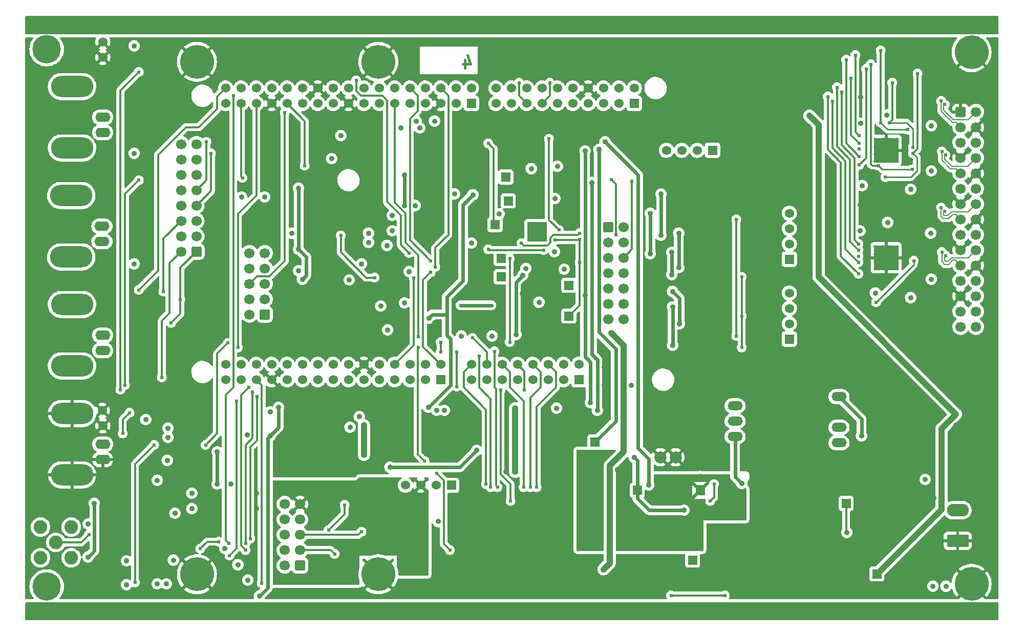
<source format=gbl>
%TF.GenerationSoftware,KiCad,Pcbnew,7.0.1*%
%TF.CreationDate,2023-11-29T10:40:00+01:00*%
%TF.ProjectId,current100A_Artiq,63757272-656e-4743-9130-30415f417274,rev?*%
%TF.SameCoordinates,Original*%
%TF.FileFunction,Copper,L4,Bot*%
%TF.FilePolarity,Positive*%
%FSLAX46Y46*%
G04 Gerber Fmt 4.6, Leading zero omitted, Abs format (unit mm)*
G04 Created by KiCad (PCBNEW 7.0.1) date 2023-11-29 10:40:00*
%MOMM*%
%LPD*%
G01*
G04 APERTURE LIST*
G04 Aperture macros list*
%AMRoundRect*
0 Rectangle with rounded corners*
0 $1 Rounding radius*
0 $2 $3 $4 $5 $6 $7 $8 $9 X,Y pos of 4 corners*
0 Add a 4 corners polygon primitive as box body*
4,1,4,$2,$3,$4,$5,$6,$7,$8,$9,$2,$3,0*
0 Add four circle primitives for the rounded corners*
1,1,$1+$1,$2,$3*
1,1,$1+$1,$4,$5*
1,1,$1+$1,$6,$7*
1,1,$1+$1,$8,$9*
0 Add four rect primitives between the rounded corners*
20,1,$1+$1,$2,$3,$4,$5,0*
20,1,$1+$1,$4,$5,$6,$7,0*
20,1,$1+$1,$6,$7,$8,$9,0*
20,1,$1+$1,$8,$9,$2,$3,0*%
G04 Aperture macros list end*
%ADD10C,0.400000*%
%TA.AperFunction,NonConductor*%
%ADD11C,0.400000*%
%TD*%
%TA.AperFunction,ComponentPad*%
%ADD12R,1.524000X1.524000*%
%TD*%
%TA.AperFunction,ComponentPad*%
%ADD13C,1.524000*%
%TD*%
%TA.AperFunction,ComponentPad*%
%ADD14R,1.500000X1.500000*%
%TD*%
%TA.AperFunction,ComponentPad*%
%ADD15RoundRect,0.250000X0.600000X0.600000X-0.600000X0.600000X-0.600000X-0.600000X0.600000X-0.600000X0*%
%TD*%
%TA.AperFunction,ComponentPad*%
%ADD16C,1.700000*%
%TD*%
%TA.AperFunction,ComponentPad*%
%ADD17C,2.250000*%
%TD*%
%TA.AperFunction,ComponentPad*%
%ADD18C,2.000000*%
%TD*%
%TA.AperFunction,ComponentPad*%
%ADD19C,5.600000*%
%TD*%
%TA.AperFunction,ComponentPad*%
%ADD20C,0.500000*%
%TD*%
%TA.AperFunction,SMDPad,CuDef*%
%ADD21R,4.100000X4.100000*%
%TD*%
%TA.AperFunction,ComponentPad*%
%ADD22O,2.500000X1.600000*%
%TD*%
%TA.AperFunction,ComponentPad*%
%ADD23O,7.000000X3.500000*%
%TD*%
%TA.AperFunction,ComponentPad*%
%ADD24C,4.700000*%
%TD*%
%TA.AperFunction,ComponentPad*%
%ADD25RoundRect,0.250000X-0.600000X-0.600000X0.600000X-0.600000X0.600000X0.600000X-0.600000X0.600000X0*%
%TD*%
%TA.AperFunction,ComponentPad*%
%ADD26O,2.500000X1.500000*%
%TD*%
%TA.AperFunction,ComponentPad*%
%ADD27C,0.300000*%
%TD*%
%TA.AperFunction,SMDPad,CuDef*%
%ADD28R,1.600000X1.800000*%
%TD*%
%TA.AperFunction,SMDPad,CuDef*%
%ADD29R,3.200000X3.200000*%
%TD*%
%TA.AperFunction,ComponentPad*%
%ADD30RoundRect,0.249999X1.550001X-0.790001X1.550001X0.790001X-1.550001X0.790001X-1.550001X-0.790001X0*%
%TD*%
%TA.AperFunction,ComponentPad*%
%ADD31O,3.600000X2.080000*%
%TD*%
%TA.AperFunction,ComponentPad*%
%ADD32R,1.530000X1.530000*%
%TD*%
%TA.AperFunction,ComponentPad*%
%ADD33C,1.530000*%
%TD*%
%TA.AperFunction,ViaPad*%
%ADD34C,0.889000*%
%TD*%
%TA.AperFunction,ViaPad*%
%ADD35C,0.609600*%
%TD*%
%TA.AperFunction,Conductor*%
%ADD36C,1.016000*%
%TD*%
%TA.AperFunction,Conductor*%
%ADD37C,0.609600*%
%TD*%
%TA.AperFunction,Conductor*%
%ADD38C,0.304800*%
%TD*%
%TA.AperFunction,Conductor*%
%ADD39C,0.200000*%
%TD*%
%TA.AperFunction,Conductor*%
%ADD40C,0.254000*%
%TD*%
G04 APERTURE END LIST*
D10*
D11*
X72707666Y-7311904D02*
X72707666Y-8645238D01*
X73183857Y-6550000D02*
X73660047Y-7978571D01*
X73660047Y-7978571D02*
X72421952Y-7978571D01*
D12*
%TO.P,U33,1,-VIN*%
%TO.N,/Digital inputs/output1/gnd_pom4*%
X113665000Y-22225000D03*
D13*
%TO.P,U33,2,+VIN*%
%TO.N,/Digital inputs/output1/12V_pom4*%
X111125000Y-22225000D03*
%TO.P,U33,3,-VOUT*%
%TO.N,/Digital inputs/output1/ST1*%
X108585000Y-22225000D03*
%TO.P,U33,4,+VOUT*%
%TO.N,/Digital inputs/output1/VT1*%
X106045000Y-22225000D03*
%TD*%
D14*
%TO.P,PP2,1,1*%
%TO.N,Net-(U22-RFB)*%
X78740000Y-40132000D03*
%TD*%
%TO.P,PP5,1,1*%
%TO.N,Net-(U23B--)*%
X89916000Y-49657000D03*
%TD*%
%TO.P,PP1,1,1*%
%TO.N,Net-(U22-INV)*%
X78740000Y-43180000D03*
%TD*%
D15*
%TO.P,J4,1,Pin_1*%
%TO.N,unconnected-(J4-Pin_1-Pad1)*%
X45466000Y-90932000D03*
D16*
%TO.P,J4,2,Pin_2*%
%TO.N,unconnected-(J4-Pin_2-Pad2)*%
X42926000Y-90932000D03*
%TO.P,J4,3,Pin_3*%
%TO.N,Net-(J4-Pin_3)*%
X45466000Y-88392000D03*
%TO.P,J4,4,Pin_4*%
%TO.N,unconnected-(J4-Pin_4-Pad4)*%
X42926000Y-88392000D03*
%TO.P,J4,5,Pin_5*%
%TO.N,Net-(J4-Pin_5)*%
X45466000Y-85852000D03*
%TO.P,J4,6,Pin_6*%
%TO.N,unconnected-(J4-Pin_6-Pad6)*%
X42926000Y-85852000D03*
%TO.P,J4,7,Pin_7*%
%TO.N,unconnected-(J4-Pin_7-Pad7)*%
X45466000Y-83312000D03*
%TO.P,J4,8,Pin_8*%
%TO.N,unconnected-(J4-Pin_8-Pad8)*%
X42926000Y-83312000D03*
%TO.P,J4,9,Pin_9*%
%TO.N,/Nucleo-H743ZI1/SCPI_interface/VSISO*%
X45466000Y-80772000D03*
%TO.P,J4,10,Pin_10*%
%TO.N,unconnected-(J4-Pin_10-Pad10)*%
X42926000Y-80772000D03*
%TD*%
D17*
%TO.P,J2,1,In*%
%TO.N,Net-(J2-In)*%
X5080000Y-87122000D03*
%TO.P,J2,2,Ext*%
%TO.N,/Analog input1/IN_gnd*%
X2540000Y-89662000D03*
X7620000Y-89662000D03*
X2540000Y-84582000D03*
X7620000Y-84582000D03*
%TD*%
D12*
%TO.P,U35,1,-VIN*%
%TO.N,/Digital inputs/output1/gnd_pom6*%
X126365000Y-40259000D03*
D13*
%TO.P,U35,2,+VIN*%
%TO.N,/Digital inputs/output1/12V_pom6*%
X126365000Y-37719000D03*
%TO.P,U35,3,-VOUT*%
%TO.N,/Digital inputs/output1/ST2*%
X126365000Y-35179000D03*
%TO.P,U35,4,+VOUT*%
%TO.N,/Digital inputs/output1/VT2*%
X126365000Y-32639000D03*
%TD*%
D18*
%TO.P,GND1,1,1*%
%TO.N,GND*%
X105029000Y-73025000D03*
X107569000Y-73025000D03*
%TD*%
D19*
%TO.P,H6,1,1*%
%TO.N,GND*%
X58400000Y-92400000D03*
%TD*%
D14*
%TO.P,VuC1,1,1*%
%TO.N,/Power grid generation1/sw_out*%
X135763000Y-80645000D03*
%TD*%
%TO.P,P5V1,1,1*%
%TO.N,+5VA*%
X101219000Y-78486000D03*
%TD*%
%TO.P,P6V1,1,1*%
%TO.N,/Power grid generation1/sw_out1*%
X110363000Y-90043000D03*
%TD*%
D20*
%TO.P,U13,49,EP*%
%TO.N,GND*%
X144167000Y-24025000D03*
X144167000Y-22825000D03*
X144167000Y-21625000D03*
X144167000Y-20425000D03*
X142967000Y-24025000D03*
X142967000Y-22825000D03*
X142967000Y-21625000D03*
X142967000Y-20425000D03*
D21*
X142367000Y-22225000D03*
D20*
X141767000Y-24025000D03*
X141767000Y-22825000D03*
X141767000Y-21625000D03*
X141767000Y-20425000D03*
X140567000Y-24025000D03*
X140567000Y-22825000D03*
X140567000Y-21625000D03*
X140567000Y-20425000D03*
%TD*%
D22*
%TO.P,J9,1,In*%
%TO.N,Net-(J9-In)*%
X12700000Y-34798000D03*
D23*
%TO.P,J9,2,Ext*%
%TO.N,Net-(D14-A)*%
X7620000Y-39878000D03*
D22*
X12700000Y-37338000D03*
D23*
X7620000Y-29718000D03*
%TD*%
D24*
%TO.P,H1,1,1*%
%TO.N,Net-(C1-Pad1)*%
X3556000Y-5512000D03*
%TD*%
D22*
%TO.P,J11,1,In*%
%TO.N,Net-(J11-In)*%
X12827000Y-70866000D03*
D23*
%TO.P,J11,2,Ext*%
%TO.N,GND*%
X7747000Y-75946000D03*
D22*
X12827000Y-73406000D03*
D23*
X7747000Y-65786000D03*
%TD*%
D12*
%TO.P,U9,1,-VIN*%
%TO.N,/Nucleo-H743ZI1/SCPI_interface/gnd_pom3*%
X70513800Y-77666000D03*
D13*
%TO.P,U9,2,+VIN*%
%TO.N,/Nucleo-H743ZI1/SCPI_interface/12V_pom3*%
X67973800Y-77666000D03*
%TO.P,U9,3,-VOUT*%
%TO.N,/Nucleo-H743ZI1/SCPI_interface/VSISO*%
X65433800Y-77666000D03*
%TO.P,U9,4,+VOUT*%
%TO.N,/Nucleo-H743ZI1/SCPI_interface/VDISO*%
X62893800Y-77666000D03*
%TD*%
D14*
%TO.P,PP3,1,1*%
%TO.N,Net-(JP3-B)*%
X79502000Y-26670000D03*
%TD*%
%TO.P,P12V1,1,1*%
%TO.N,+12V*%
X140843000Y-92329000D03*
%TD*%
D19*
%TO.P,H8,1,1*%
%TO.N,GND*%
X156503000Y-93997000D03*
%TD*%
D25*
%TO.P,J12,1,Pin_1*%
%TO.N,DT0*%
X96393000Y-34925000D03*
D16*
%TO.P,J12,2,Pin_2*%
%TO.N,GNDA*%
X98933000Y-34925000D03*
%TO.P,J12,3,Pin_3*%
%TO.N,GT0*%
X96393000Y-37465000D03*
%TO.P,J12,4,Pin_4*%
%TO.N,GNDA*%
X98933000Y-37465000D03*
%TO.P,J12,5,Pin_5*%
%TO.N,DT12*%
X96393000Y-40005000D03*
%TO.P,J12,6,Pin_6*%
%TO.N,ST34*%
X98933000Y-40005000D03*
%TO.P,J12,7,Pin_7*%
%TO.N,/Digital inputs/output1/GT1*%
X96393000Y-42545000D03*
%TO.P,J12,8,Pin_8*%
%TO.N,/Digital inputs/output1/ST1*%
X98933000Y-42545000D03*
%TO.P,J12,9,Pin_9*%
%TO.N,/Digital inputs/output1/GT2*%
X96393000Y-45085000D03*
%TO.P,J12,10,Pin_10*%
%TO.N,/Digital inputs/output1/ST2*%
X98933000Y-45085000D03*
%TO.P,J12,11,Pin_11*%
%TO.N,/Digital inputs/output1/GT3*%
X96393000Y-47625000D03*
%TO.P,J12,12,Pin_12*%
%TO.N,/Digital inputs/output1/ST3*%
X98933000Y-47625000D03*
%TO.P,J12,13,Pin_13*%
%TO.N,/Digital inputs/output1/GT4*%
X96393000Y-50165000D03*
%TO.P,J12,14,Pin_14*%
%TO.N,/Digital inputs/output1/ST3*%
X98933000Y-50165000D03*
%TD*%
D19*
%TO.P,H7,1,1*%
%TO.N,GND*%
X156503000Y-6003000D03*
%TD*%
D24*
%TO.P,H2,1,1*%
%TO.N,Net-(C2-Pad1)*%
X3556000Y-94412000D03*
%TD*%
D14*
%TO.P,PP7,1,1*%
%TO.N,Net-(PP7-Pad1)*%
X89916000Y-44577000D03*
%TD*%
D22*
%TO.P,J8,1,In*%
%TO.N,Net-(J8-In)*%
X12827000Y-52832000D03*
D23*
%TO.P,J8,2,Ext*%
%TO.N,Net-(D13-A)*%
X7747000Y-57912000D03*
D22*
X12827000Y-55372000D03*
D23*
X7747000Y-47752000D03*
%TD*%
D20*
%TO.P,U12,49,EP*%
%TO.N,GND*%
X144167000Y-41805000D03*
X144167000Y-40605000D03*
X144167000Y-39405000D03*
X144167000Y-38205000D03*
X142967000Y-41805000D03*
X142967000Y-40605000D03*
X142967000Y-39405000D03*
X142967000Y-38205000D03*
D21*
X142367000Y-40005000D03*
D20*
X141767000Y-41805000D03*
X141767000Y-40605000D03*
X141767000Y-39405000D03*
X141767000Y-38205000D03*
X140567000Y-41805000D03*
X140567000Y-40605000D03*
X140567000Y-39405000D03*
X140567000Y-38205000D03*
%TD*%
D12*
%TO.P,U34,1,-VIN*%
%TO.N,/Digital inputs/output1/gnd_pom5*%
X126365000Y-53467000D03*
D13*
%TO.P,U34,2,+VIN*%
%TO.N,/Digital inputs/output1/12V_pom5*%
X126365000Y-50927000D03*
%TO.P,U34,3,-VOUT*%
%TO.N,/Digital inputs/output1/ST3*%
X126365000Y-48387000D03*
%TO.P,U34,4,+VOUT*%
%TO.N,/Digital inputs/output1/VT3*%
X126365000Y-45847000D03*
%TD*%
D26*
%TO.P,U1,1,-VIN*%
%TO.N,/Power grid generation1/gnd_pom*%
X134584000Y-70616000D03*
%TO.P,U1,2,RC*%
X134584000Y-68076000D03*
%TO.P,U1,3,+VIN*%
%TO.N,/Power grid generation1/12V_pom2*%
X134584000Y-62996000D03*
%TO.P,U1,4,+VOUT*%
%TO.N,+15V*%
X117384000Y-64516000D03*
%TO.P,U1,5,COM*%
%TO.N,GNDA*%
X117384000Y-67056000D03*
%TO.P,U1,6,-VOUT*%
%TO.N,-15V*%
X117384000Y-69596000D03*
%TD*%
D15*
%TO.P,J7,1,Pin_1*%
%TO.N,/Main Current sensor1/LEM_out1*%
X39624000Y-49403000D03*
D16*
%TO.P,J7,2,Pin_2*%
%TO.N,/Main Current sensor1/LEM_out2*%
X37084000Y-49403000D03*
%TO.P,J7,3,Pin_3*%
%TO.N,unconnected-(J7-Pin_3-Pad3)*%
X39624000Y-46863000D03*
%TO.P,J7,4,Pin_4*%
%TO.N,unconnected-(J7-Pin_4-Pad4)*%
X37084000Y-46863000D03*
%TO.P,J7,5,Pin_5*%
%TO.N,GNDA*%
X39624000Y-44323000D03*
%TO.P,J7,6,Pin_6*%
%TO.N,/LEM_OK*%
X37084000Y-44323000D03*
%TO.P,J7,7,Pin_7*%
%TO.N,GNDA*%
X39624000Y-41783000D03*
%TO.P,J7,8,Pin_8*%
%TO.N,+15V*%
X37084000Y-41783000D03*
%TO.P,J7,9,Pin_9*%
%TO.N,-15V*%
X39624000Y-39243000D03*
%TO.P,J7,10,Pin_10*%
%TO.N,unconnected-(J7-Pin_10-Pad10)*%
X37084000Y-39243000D03*
%TD*%
D14*
%TO.P,PP4,1,1*%
%TO.N,Net-(U23D--)*%
X79883000Y-30607000D03*
%TD*%
%TO.P,PP6,1,1*%
%TO.N,Net-(PP6-Pad1)*%
X77724000Y-34544000D03*
%TD*%
D27*
%TO.P,U6,9,EP_1*%
%TO.N,GNDA*%
X111133000Y-78486000D03*
X111633000Y-77861000D03*
D28*
X111633000Y-78486000D03*
D27*
X111633000Y-79111000D03*
X112133000Y-78486000D03*
%TD*%
D22*
%TO.P,J10,1,In*%
%TO.N,Net-(J10-In)*%
X12827000Y-16764000D03*
D23*
%TO.P,J10,2,Ext*%
%TO.N,Net-(D15-A)*%
X7747000Y-21844000D03*
D22*
X12827000Y-19304000D03*
D23*
X7747000Y-11684000D03*
%TD*%
D19*
%TO.P,H4,1,1*%
%TO.N,GND*%
X28400000Y-92400000D03*
%TD*%
D25*
%TO.P,J5,1,Pin_1*%
%TO.N,GND*%
X154679692Y-15877648D03*
D16*
%TO.P,J5,2,Pin_2*%
%TO.N,/Kasli interface/LVDS0_P*%
X157219692Y-15877648D03*
%TO.P,J5,3,Pin_3*%
%TO.N,/Kasli interface/LVDS0_N*%
X154679692Y-18417648D03*
%TO.P,J5,4,Pin_4*%
%TO.N,GND*%
X157219692Y-18417648D03*
%TO.P,J5,5,Pin_5*%
%TO.N,/Kasli interface/LVDS1_P*%
X154679692Y-20957648D03*
%TO.P,J5,6,Pin_6*%
%TO.N,/Kasli interface/LVDS1_N*%
X157219692Y-20957648D03*
%TO.P,J5,7,Pin_7*%
%TO.N,GND*%
X154679692Y-23497648D03*
%TO.P,J5,8,Pin_8*%
%TO.N,/Kasli interface/LVDS2_P*%
X157219692Y-23497648D03*
%TO.P,J5,9,Pin_9*%
%TO.N,/Kasli interface/LVDS2_N*%
X154679692Y-26037648D03*
%TO.P,J5,10,Pin_10*%
%TO.N,GND*%
X157219692Y-26037648D03*
%TO.P,J5,11,Pin_11*%
%TO.N,/Kasli interface/LVDS3_P*%
X154679692Y-28577648D03*
%TO.P,J5,12,Pin_12*%
%TO.N,/Kasli interface/LVDS3_N*%
X157219692Y-28577648D03*
%TO.P,J5,13,Pin_13*%
%TO.N,GND*%
X154679692Y-31117648D03*
%TO.P,J5,14,Pin_14*%
%TO.N,/Kasli interface/LVDS4_P*%
X157219692Y-31117648D03*
%TO.P,J5,15,Pin_15*%
%TO.N,/Kasli interface/LVDS4_N*%
X154679692Y-33657648D03*
%TO.P,J5,16,Pin_16*%
%TO.N,GND*%
X157219692Y-33657648D03*
%TO.P,J5,17,Pin_17*%
%TO.N,/Kasli interface/LVDS5_P*%
X154679692Y-36197648D03*
%TO.P,J5,18,Pin_18*%
%TO.N,/Kasli interface/LVDS5_N*%
X157219692Y-36197648D03*
%TO.P,J5,19,Pin_19*%
%TO.N,GND*%
X154679692Y-38737648D03*
%TO.P,J5,20,Pin_20*%
%TO.N,/Kasli interface/LVDS6_P*%
X157219692Y-38737648D03*
%TO.P,J5,21,Pin_21*%
%TO.N,/Kasli interface/LVDS6_N*%
X154679692Y-41277648D03*
%TO.P,J5,22,Pin_22*%
%TO.N,GND*%
X157219692Y-41277648D03*
%TO.P,J5,23,Pin_23*%
%TO.N,/Kasli interface/LVDS7_P*%
X154679692Y-43817648D03*
%TO.P,J5,24,Pin_24*%
%TO.N,/Kasli interface/LVDS7_N*%
X157219692Y-43817648D03*
%TO.P,J5,25,Pin_25*%
%TO.N,GND*%
X154679692Y-46357648D03*
%TO.P,J5,26,Pin_26*%
%TO.N,/Kasli interface/I2C_SDA*%
X157219692Y-46357648D03*
%TO.P,J5,27,Pin_27*%
%TO.N,/Kasli interface/I2C_SCL*%
X154679692Y-48897648D03*
%TO.P,J5,28,Pin_28*%
%TO.N,P12V0*%
X157219692Y-48897648D03*
%TO.P,J5,29,Pin_29*%
X154679692Y-51437648D03*
%TO.P,J5,30,Pin_30*%
%TO.N,/Kasli interface/P3V3_MP*%
X157219692Y-51437648D03*
%TD*%
D20*
%TO.P,U23,17,EP*%
%TO.N,unconnected-(U23E-EP-Pad17)*%
X83608200Y-36787800D03*
X84658200Y-36787800D03*
X85708200Y-36787800D03*
X83608200Y-35737800D03*
X84658200Y-35737800D03*
D29*
X84658200Y-35737800D03*
D20*
X85708200Y-35737800D03*
X83608200Y-34687800D03*
X84658200Y-34687800D03*
X85708200Y-34687800D03*
%TD*%
D30*
%TO.P,J1,1,Pin_1*%
%TO.N,GND*%
X154210500Y-86868000D03*
D31*
%TO.P,J1,2,Pin_2*%
%TO.N,P12V0*%
X154210500Y-81788000D03*
%TD*%
D14*
%TO.P,P2V1,1,1*%
%TO.N,+2V5*%
X94234000Y-70485000D03*
%TD*%
D19*
%TO.P,H3,1,1*%
%TO.N,GND*%
X28400000Y-7600000D03*
%TD*%
D15*
%TO.P,J14,1,Pin_1*%
%TO.N,Net-(J14-Pin_1)*%
X28321000Y-38989000D03*
D16*
%TO.P,J14,2,Pin_2*%
%TO.N,Net-(J14-Pin_2)*%
X25781000Y-38989000D03*
%TO.P,J14,3,Pin_3*%
%TO.N,unconnected-(J14-Pin_3-Pad3)*%
X28321000Y-36449000D03*
%TO.P,J14,4,Pin_4*%
%TO.N,unconnected-(J14-Pin_4-Pad4)*%
X25781000Y-36449000D03*
%TO.P,J14,5,Pin_5*%
%TO.N,unconnected-(J14-Pin_5-Pad5)*%
X28321000Y-33909000D03*
%TO.P,J14,6,Pin_6*%
%TO.N,Net-(J14-Pin_6)*%
X25781000Y-33909000D03*
%TO.P,J14,7,Pin_7*%
%TO.N,Net-(J14-Pin_7)*%
X28321000Y-31369000D03*
%TO.P,J14,8,Pin_8*%
%TO.N,unconnected-(J14-Pin_8-Pad8)*%
X25781000Y-31369000D03*
%TO.P,J14,9,Pin_9*%
%TO.N,Net-(J14-Pin_9)*%
X28321000Y-28829000D03*
%TO.P,J14,10,Pin_10*%
%TO.N,unconnected-(J14-Pin_10-Pad10)*%
X25781000Y-28829000D03*
%TO.P,J14,11,Pin_11*%
%TO.N,unconnected-(J14-Pin_11-Pad11)*%
X28321000Y-26289000D03*
%TO.P,J14,12,Pin_12*%
%TO.N,unconnected-(J14-Pin_12-Pad12)*%
X25781000Y-26289000D03*
%TO.P,J14,13,Pin_13*%
%TO.N,Net-(J14-Pin_13)*%
X28321000Y-23749000D03*
%TO.P,J14,14,Pin_14*%
%TO.N,unconnected-(J14-Pin_14-Pad14)*%
X25781000Y-23749000D03*
%TO.P,J14,15,Pin_15*%
%TO.N,Net-(J14-Pin_15)*%
X28321000Y-21209000D03*
%TO.P,J14,16,Pin_16*%
%TO.N,unconnected-(J14-Pin_16-Pad16)*%
X25781000Y-21209000D03*
%TD*%
D19*
%TO.P,H5,1,1*%
%TO.N,GND*%
X58400000Y-7600000D03*
%TD*%
D13*
%TO.P,M1,35,EXT_GND*%
%TO.N,GND*%
X12827000Y-67818000D03*
X12750800Y-65278000D03*
X12827000Y-6858000D03*
X12827000Y-4318000D03*
D32*
%TO.P,M1,CN7_1,D16/PC6/I2S_A_MCK*%
%TO.N,DAT7*%
X100710920Y-14478000D03*
D33*
%TO.P,M1,CN7_2,D15/PB8/I2C_A_SCL*%
%TO.N,DAT7_OUT*%
X100710920Y-11938000D03*
%TO.P,M1,CN7_3,D17/PB15/I2S_A_SD*%
%TO.N,DAT6_OUT*%
X98170920Y-14478000D03*
%TO.P,M1,CN7_4,D14/PB9/I2C_A_SDA*%
%TO.N,DAT6*%
X98170920Y-11938000D03*
%TO.P,M1,CN7_5,XD18/PB13/I2S_A_CK*%
%TO.N,unconnected-(M1E-XD18{slash}PB13{slash}I2S_A_CK-PadCN7_5)*%
X95630920Y-14478000D03*
%TO.P,M1,CN7_6,AREF*%
%TO.N,unconnected-(M1E-AREF-PadCN7_6)*%
X95630920Y-11938000D03*
%TO.P,M1,CN7_7,D19/PB12/I2S_A_WS*%
%TO.N,/SET_RDL*%
X93090920Y-14478000D03*
%TO.P,M1,CN7_8,GND_CN7*%
%TO.N,GND*%
X93090920Y-11938000D03*
%TO.P,M1,CN7_9,XD20/PA15/I2S_B_WS*%
%TO.N,DAT5*%
X90550920Y-14478000D03*
%TO.P,M1,CN7_10,D13/PA5/SPI_A_SCK*%
%TO.N,DAT4*%
X90550920Y-11938000D03*
%TO.P,M1,CN7_11,D21/PC7/I2S_B_MCK*%
%TO.N,DAT5_OUT*%
X88010920Y-14478000D03*
%TO.P,M1,CN7_12,D12/PA6/SPI_A_MISO*%
%TO.N,DAT4_OUT*%
X88010920Y-11938000D03*
%TO.P,M1,CN7_13,D22/PB5/I2S_B_SD/SPI_B_MOSI*%
%TO.N,SPI_MOSI*%
X85470920Y-14478000D03*
%TO.P,M1,CN7_14,D11/PA7(PB5)/SPI_A_MOSI/TIM_E_PWM1*%
%TO.N,unconnected-(M1E-D11{slash}PA7(PB5){slash}SPI_A_MOSI{slash}TIM_E_PWM1-PadCN7_14)*%
X85470920Y-11938000D03*
%TO.P,M1,CN7_15,D23/PB3/I2S_B_CK/SPI_B_SCK*%
%TO.N,SPI_SCK*%
X82930920Y-14478000D03*
%TO.P,M1,CN7_16,D10/PD14/SPI_A_CS/TIM_B_PWM3*%
%TO.N,unconnected-(M1E-D10{slash}PD14{slash}SPI_A_CS{slash}TIM_B_PWM3-PadCN7_16)*%
X82930920Y-11938000D03*
%TO.P,M1,CN7_17,D24/PA4/SPI_B_NSS*%
%TO.N,SPI_NSS*%
X80390920Y-14478000D03*
%TO.P,M1,CN7_18,D9/PD15/TIMER_B_PWM2*%
%TO.N,unconnected-(M1E-D9{slash}PD15{slash}TIMER_B_PWM2-PadCN7_18)*%
X80390920Y-11938000D03*
%TO.P,M1,CN7_19,D25/PB4/SPI_B_MISO*%
%TO.N,SPI_MISO*%
X77850920Y-14478000D03*
%TO.P,M1,CN7_20,D8/PF3/IO*%
%TO.N,unconnected-(M1E-D8{slash}PF3{slash}IO-PadCN7_20)*%
X77850920Y-11938000D03*
D32*
%TO.P,M1,CN8_1,NC*%
%TO.N,unconnected-(M1C-NC-PadCN8_1)*%
X91566920Y-60198000D03*
D33*
%TO.P,M1,CN8_2,D43/PC8/SDMMC_D0*%
%TO.N,/Nucleo-H743ZI1/SD_D0*%
X91566920Y-57658000D03*
%TO.P,M1,CN8_3,IOREF_CN8*%
%TO.N,+3V3*%
X89026920Y-60198000D03*
%TO.P,M1,CN8_4,D44/PC9/SDMMC_D1/I2S_A_CKIN*%
%TO.N,/Nucleo-H743ZI1/SD_D1*%
X89026920Y-57658000D03*
%TO.P,M1,CN8_5,RESET_CN8*%
%TO.N,unconnected-(M1C-RESET_CN8-PadCN8_5)*%
X86486920Y-60198000D03*
%TO.P,M1,CN8_6,D45/PC10/SDMMC_D2*%
%TO.N,/Nucleo-H743ZI1/SD_D2*%
X86486920Y-57658000D03*
%TO.P,M1,CN8_7,+3V3_CN8*%
%TO.N,+3V3*%
X83946920Y-60198000D03*
%TO.P,M1,CN8_8,D46/PC11/SDMMC_D3*%
%TO.N,/Nucleo-H743ZI1/SD_D3*%
X83946920Y-57658000D03*
%TO.P,M1,CN8_9,+5V_CN8*%
%TO.N,unconnected-(M1C-+5V_CN8-PadCN8_9)*%
X81406920Y-60198000D03*
%TO.P,M1,CN8_10,D47/PC12/SDMMC_CK*%
%TO.N,/Nucleo-H743ZI1/SD_CK*%
X81406920Y-57658000D03*
%TO.P,M1,CN8_11,GND_CN8*%
%TO.N,GND*%
X78866920Y-60198000D03*
%TO.P,M1,CN8_12,D48/PD2/SDMMC_CMD*%
%TO.N,/Nucleo-H743ZI1/SD_CMD*%
X78866920Y-57658000D03*
%TO.P,M1,CN8_13,GND_CN8*%
%TO.N,GND*%
X76326920Y-60198000D03*
%TO.P,M1,CN8_14,D49/PG2/IO*%
%TO.N,/MOS_LDAC*%
X76326920Y-57658000D03*
%TO.P,M1,CN8_15,VIN_CN8*%
%TO.N,unconnected-(M1C-VIN_CN8-PadCN8_15)*%
X73786920Y-60198000D03*
%TO.P,M1,CN8_16,D50/PG3/IO*%
%TO.N,/Nucleo-H743ZI1/SD_DET*%
X73786920Y-57658000D03*
D32*
%TO.P,M1,CN9_1,A0/PA3/ADC123_IN3*%
%TO.N,/COIL_SPAN*%
X68706920Y-60198000D03*
D33*
%TO.P,M1,CN9_2,D51/PD7/USART_B_SCLK*%
%TO.N,/LEM_BUSY*%
X68706920Y-57658000D03*
%TO.P,M1,CN9_3,A1/PC0/ADC123_IN10*%
%TO.N,/L2_RIGHT*%
X66166920Y-60198000D03*
%TO.P,M1,CN9_4,D52/PD6/USART_B_RX*%
%TO.N,/L2_LEFT*%
X66166920Y-57658000D03*
%TO.P,M1,CN9_5,A2/PC3/ADC123_IN13*%
%TO.N,unconnected-(M1D-A2{slash}PC3{slash}ADC123_IN13-PadCN9_5)*%
X63626920Y-60198000D03*
%TO.P,M1,CN9_6,D53/PD5/USART_B_TX*%
%TO.N,unconnected-(M1D-D53{slash}PD5{slash}USART_B_TX-PadCN9_6)*%
X63626920Y-57658000D03*
%TO.P,M1,CN9_7,A3/PB1/ADC12_IN5*%
%TO.N,unconnected-(M1D-A3{slash}PB1{slash}ADC12_IN5-PadCN9_7)*%
X61086920Y-60198000D03*
%TO.P,M1,CN9_8,D54/PD4/USART_B_RTS*%
%TO.N,/ADC_CNV*%
X61086920Y-57658000D03*
%TO.P,M1,CN9_9,A4/PC2(PB9)/ADC3_IN12/I2C1_SDA*%
%TO.N,/SET_ADC*%
X58546920Y-60198000D03*
%TO.P,M1,CN9_10,D55/PD3/USART_B_CTS*%
%TO.N,/SET_SCK*%
X58546920Y-57658000D03*
%TO.P,M1,CN9_11,A5/PF10(PB8)/ADC3_IN6/I2C1_SCL*%
%TO.N,unconnected-(M1D-A5{slash}PF10(PB8){slash}ADC3_IN6{slash}I2C1_SCL-PadCN9_11)*%
X56006920Y-60198000D03*
%TO.P,M1,CN9_12,GND_CN9*%
%TO.N,GND*%
X56006920Y-57658000D03*
%TO.P,M1,CN9_13,D72/PB2/COMP_1_INP*%
%TO.N,unconnected-(M1D-D72{slash}PB2{slash}COMP_1_INP-PadCN9_13)*%
X53466920Y-60198000D03*
%TO.P,M1,CN9_14,D56/PE2/SAI_A_MCLK*%
%TO.N,unconnected-(M1D-D56{slash}PE2{slash}SAI_A_MCLK-PadCN9_14)*%
X53466920Y-57658000D03*
%TO.P,M1,CN9_15,D71/PE0/COMP_2_INP*%
%TO.N,unconnected-(M1D-D71{slash}PE0{slash}COMP_2_INP-PadCN9_15)*%
X50926920Y-60198000D03*
%TO.P,M1,CN9_16,D57/PE4/SAI_A_FS*%
%TO.N,/SET_BUSY*%
X50926920Y-57658000D03*
%TO.P,M1,CN9_17,D70/PF2/I2C_B_SMBA*%
%TO.N,unconnected-(M1D-D70{slash}PF2{slash}I2C_B_SMBA-PadCN9_17)*%
X48386920Y-60198000D03*
%TO.P,M1,CN9_18,D58/PE5/SAI_A_SCK*%
%TO.N,unconnected-(M1D-D58{slash}PE5{slash}SAI_A_SCK-PadCN9_18)*%
X48386920Y-57658000D03*
%TO.P,M1,CN9_19,D69/PF1/I2C_B_SCL*%
%TO.N,unconnected-(M1D-D69{slash}PF1{slash}I2C_B_SCL-PadCN9_19)*%
X45846920Y-60198000D03*
%TO.P,M1,CN9_20,D59/PE6/SAI_A_SD*%
%TO.N,unconnected-(M1D-D59{slash}PE6{slash}SAI_A_SD-PadCN9_20)*%
X45846920Y-57658000D03*
%TO.P,M1,CN9_21,D68/PF0/I2C_B_SDA*%
%TO.N,unconnected-(M1D-D68{slash}PF0{slash}I2C_B_SDA-PadCN9_21)*%
X43306920Y-60198000D03*
%TO.P,M1,CN9_22,D60/PE3/SAI_B_SD*%
%TO.N,unconnected-(M1D-D60{slash}PE3{slash}SAI_B_SD-PadCN9_22)*%
X43306920Y-57658000D03*
%TO.P,M1,CN9_23,GND_CN9*%
%TO.N,GND*%
X40766920Y-60198000D03*
%TO.P,M1,CN9_24,D61/PF8/SAI_B_SCK*%
%TO.N,/DEL_PWM*%
X40766920Y-57658000D03*
%TO.P,M1,CN9_25,D67/PD0/CAN_RX*%
%TO.N,/Nucleo-H743ZI1/SCPI_RX*%
X38226920Y-60198000D03*
%TO.P,M1,CN9_26,D62/PF7/SAI_B_MCLK*%
%TO.N,/MOS_CLK*%
X38226920Y-57658000D03*
%TO.P,M1,CN9_27,D66/PD1/CAN_TX*%
%TO.N,/TO_C15A*%
X35686920Y-60198000D03*
%TO.P,M1,CN9_28,D63/PF9/SAI_B_FS*%
%TO.N,/MOS_DATA*%
X35686920Y-57658000D03*
%TO.P,M1,CN9_29,D65/PG0/IO*%
%TO.N,/100A_ON*%
X33146920Y-60198000D03*
%TO.P,M1,CN9_30,D64/PG1/IO*%
%TO.N,/15A_ON*%
X33146920Y-57658000D03*
D32*
%TO.P,M1,CN10_1,AVDD_CN10*%
%TO.N,unconnected-(M1F-AVDD_CN10-PadCN10_1)*%
X73786920Y-14478000D03*
D33*
%TO.P,M1,CN10_2,D7/PG12/IO*%
%TO.N,unconnected-(M1F-D7{slash}PG12{slash}IO-PadCN10_2)*%
X73786920Y-11938000D03*
%TO.P,M1,CN10_3,AGND_CN10*%
%TO.N,GNDA*%
X71246920Y-14478000D03*
%TO.P,M1,CN10_4,D6/PE9/TIMER_A_PWM1*%
%TO.N,unconnected-(M1F-D6{slash}PE9{slash}TIMER_A_PWM1-PadCN10_4)*%
X71246920Y-11938000D03*
%TO.P,M1,CN10_5,GND_CN10*%
%TO.N,GND*%
X68706920Y-14478000D03*
%TO.P,M1,CN10_6,D5/PE11/TIMER_A_PWM2*%
%TO.N,/LEM_RDL*%
X68706920Y-11938000D03*
%TO.P,M1,CN10_7,A6/PF4/ADC3_IN9*%
%TO.N,/T0_SPAN*%
X66166920Y-14478000D03*
%TO.P,M1,CN10_8,D4/PE14/IO*%
%TO.N,unconnected-(M1F-D4{slash}PE14{slash}IO-PadCN10_8)*%
X66166920Y-11938000D03*
%TO.P,M1,CN10_9,A7/PF5/ADC3_IN4*%
%TO.N,/AUX_SPAN*%
X63626920Y-14478000D03*
%TO.P,M1,CN10_10,D3/PE13/TIMER_A_PWM3*%
%TO.N,/LEM_ADC*%
X63626920Y-11938000D03*
%TO.P,M1,CN10_11,A8/PF6/ADC3_IN8*%
%TO.N,/MOS_CS*%
X61086920Y-14478000D03*
%TO.P,M1,CN10_12,D2/PG14/IO*%
%TO.N,unconnected-(M1F-D2{slash}PG14{slash}IO-PadCN10_12)*%
X61086920Y-11938000D03*
%TO.P,M1,CN10_13,D26/PG6/QSPI_CS*%
%TO.N,unconnected-(M1F-D26{slash}PG6{slash}QSPI_CS-PadCN10_13)*%
X58546920Y-14478000D03*
%TO.P,M1,CN10_14,D1/PB6/USART_A_TX*%
%TO.N,/EEP_SCL*%
X58546920Y-11938000D03*
%TO.P,M1,CN10_15,D27/PB2/QSPI_CLK*%
%TO.N,unconnected-(M1F-D27{slash}PB2{slash}QSPI_CLK-PadCN10_15)*%
X56006920Y-14478000D03*
%TO.P,M1,CN10_16,D0/PB7/USART_A_RX*%
%TO.N,/EEP_SDA*%
X56006920Y-11938000D03*
%TO.P,M1,CN10_17,GND_CN10*%
%TO.N,GND*%
X53466920Y-14478000D03*
%TO.P,M1,CN10_18,D42/PE8/TIMER_A_PWM1N*%
%TO.N,unconnected-(M1F-D42{slash}PE8{slash}TIMER_A_PWM1N-PadCN10_18)*%
X53466920Y-11938000D03*
%TO.P,M1,CN10_19,D28/PD13/QSPI_BK1_IO3*%
%TO.N,/LEM_OK*%
X50926920Y-14478000D03*
%TO.P,M1,CN10_20,D41/PE7/TIMER_A_ETR*%
%TO.N,unconnected-(M1F-D41{slash}PE7{slash}TIMER_A_ETR-PadCN10_20)*%
X50926920Y-11938000D03*
%TO.P,M1,CN10_21,D29/PD12/QSPI_BK1_IO1*%
%TO.N,unconnected-(M1F-D29{slash}PD12{slash}QSPI_BK1_IO1-PadCN10_21)*%
X48386920Y-14478000D03*
%TO.P,M1,CN10_22,GND_CN10*%
%TO.N,GND*%
X48386920Y-11938000D03*
%TO.P,M1,CN10_23,D30/PD11/QSPI_BK1_IO0*%
%TO.N,unconnected-(M1F-D30{slash}PD11{slash}QSPI_BK1_IO0-PadCN10_23)*%
X45846920Y-14478000D03*
%TO.P,M1,CN10_24,D40/PE10/TIMER_A_PWM2N*%
%TO.N,unconnected-(M1F-D40{slash}PE10{slash}TIMER_A_PWM2N-PadCN10_24)*%
X45846920Y-11938000D03*
%TO.P,M1,CN10_25,D31/PE2/QSPI_BK1_IO2*%
%TO.N,/DEL_CC*%
X43306920Y-14478000D03*
%TO.P,M1,CN10_26,D39/PE12/TIMER_A_PWM3N*%
%TO.N,/LEM_SCK*%
X43306920Y-11938000D03*
%TO.P,M1,CN10_27,GND_CN10*%
%TO.N,GND*%
X40766920Y-14478000D03*
%TO.P,M1,CN10_28,D38/PE6/TIMER_A_BKIN2*%
%TO.N,unconnected-(M1F-D38{slash}PE6{slash}TIMER_A_BKIN2-PadCN10_28)*%
X40766920Y-11938000D03*
%TO.P,M1,CN10_29,D32/PA0/TIMER_C_PWM1*%
%TO.N,/Nucleo-H743ZI1/SCPI_TX*%
X38226920Y-14478000D03*
%TO.P,M1,CN10_30,D37/PE15/TIMER_A_BKIN1*%
%TO.N,unconnected-(M1F-D37{slash}PE15{slash}TIMER_A_BKIN1-PadCN10_30)*%
X38226920Y-11938000D03*
%TO.P,M1,CN10_31,XD33/PB0/TIMER_D_PWM1*%
%TO.N,/DEL_RSD*%
X35686920Y-14478000D03*
%TO.P,M1,CN10_32,D36/PB10/TIMER_C_PWM2*%
%TO.N,unconnected-(M1F-D36{slash}PB10{slash}TIMER_C_PWM2-PadCN10_32)*%
X35686920Y-11938000D03*
%TO.P,M1,CN10_33,D34/PE0/TIMER_B_ETR*%
%TO.N,unconnected-(M1F-D34{slash}PE0{slash}TIMER_B_ETR-PadCN10_33)*%
X33146920Y-14478000D03*
%TO.P,M1,CN10_34,D35/PB11/TIMER_C_PWM3*%
%TO.N,/DIR_L2*%
X33146920Y-11938000D03*
%TD*%
D34*
%TO.N,GND*%
X149860000Y-45085000D03*
X95758000Y-61087000D03*
X141478000Y-85979000D03*
X149987000Y-52324000D03*
X129540000Y-18288000D03*
X73787000Y-43434000D03*
X91948000Y-62611000D03*
X67310000Y-37465000D03*
X138176000Y-13462000D03*
X89916000Y-94234000D03*
X133858000Y-93980000D03*
X139573000Y-48387000D03*
X62992000Y-70485000D03*
X149860000Y-27178000D03*
X19558000Y-41021000D03*
X144653000Y-94234000D03*
X111506000Y-94615000D03*
X145415000Y-30861000D03*
X121158000Y-93091000D03*
X19558000Y-4953000D03*
X142621000Y-32639000D03*
X147574000Y-94234000D03*
X137414000Y-93980000D03*
X146050000Y-53467000D03*
X137922000Y-85979000D03*
X149860000Y-16764000D03*
X94234000Y-94869000D03*
X138049000Y-31242000D03*
X124841000Y-93472000D03*
X115570000Y-45593000D03*
X150241000Y-79756000D03*
X125222000Y-85344000D03*
X95758000Y-58166000D03*
X115570000Y-51943000D03*
X70612000Y-90932000D03*
X44958000Y-24892000D03*
X83566000Y-5969000D03*
X144780000Y-50546000D03*
X38227000Y-81534000D03*
X71120000Y-84836000D03*
X115570000Y-32385000D03*
X73914000Y-89662000D03*
X86741000Y-49784000D03*
X36957000Y-24638000D03*
X132715000Y-80010000D03*
X133096000Y-40259000D03*
X19558000Y-22733000D03*
X133477000Y-28956000D03*
X78740000Y-48387000D03*
X50673000Y-22098000D03*
X76073000Y-50419000D03*
X11684000Y-94488000D03*
X88519000Y-5969000D03*
X38227000Y-78994000D03*
X74041000Y-83439000D03*
X73406000Y-64135000D03*
X73914000Y-93853000D03*
X79502000Y-75438000D03*
X82169000Y-45974000D03*
X30480000Y-50800000D03*
X153924000Y-67691000D03*
X144780000Y-14859000D03*
X115570000Y-39116000D03*
X70993000Y-50419000D03*
X145288000Y-48641000D03*
X125222000Y-84201000D03*
X67703000Y-50800000D03*
X67564000Y-31369000D03*
X129921000Y-80010000D03*
X86233000Y-80391000D03*
X149860000Y-34417000D03*
X128905000Y-85344000D03*
X114046000Y-94615000D03*
%TO.N,+12V*%
X56007000Y-72644000D03*
X153924000Y-65913000D03*
X129667000Y-16510000D03*
X131191000Y-40259000D03*
X56007000Y-67691000D03*
X131191000Y-22225000D03*
%TO.N,/Power grid generation1/12V_pom2*%
X138303000Y-69469000D03*
%TO.N,-15V*%
X94615000Y-65278000D03*
D35*
X113919000Y-77470000D03*
D34*
X118491000Y-77343000D03*
D35*
X113284000Y-80264000D03*
D34*
X93726000Y-27559000D03*
%TO.N,+15V*%
X92583000Y-22352000D03*
X93472000Y-64008000D03*
X92583000Y-46228000D03*
%TO.N,+6V*%
X95631000Y-91567000D03*
X96901000Y-52451000D03*
D35*
%TO.N,Net-(U2-FB)*%
X115697000Y-95885000D03*
X106807000Y-95885000D03*
D34*
%TO.N,/Power grid generation1/sw_out*%
X135890000Y-85471000D03*
%TO.N,+5VA*%
X108966000Y-81788000D03*
X53594000Y-43688000D03*
X10414000Y-84074000D03*
X56769000Y-37465000D03*
X53721000Y-68072000D03*
X23622000Y-69723000D03*
X21844000Y-93980000D03*
X100711000Y-73025000D03*
X23495000Y-73533000D03*
X21844000Y-76835000D03*
%TO.N,/Nucleo-H743ZI1/SCPI_interface/VSISO*%
X57023000Y-82550000D03*
X62357000Y-90932000D03*
X59690000Y-86106000D03*
%TO.N,+3V3*%
X142494000Y-16383000D03*
X68313000Y-83680000D03*
X149860000Y-18161000D03*
X149860000Y-25654000D03*
X81026000Y-64897000D03*
X77216000Y-52959000D03*
X18034000Y-22733000D03*
X138430000Y-28067000D03*
X50673000Y-23622000D03*
X67691000Y-17399000D03*
D35*
X137795000Y-39751000D03*
D34*
X87884000Y-64897000D03*
X64643000Y-17399000D03*
X72136000Y-52959000D03*
X81026000Y-75438000D03*
D35*
X137922000Y-21971000D03*
D34*
X138176000Y-17780000D03*
X149733000Y-35941000D03*
X52197000Y-19812000D03*
X19939000Y-66802000D03*
X148844000Y-76708000D03*
X100203000Y-61087000D03*
X140589000Y-45847000D03*
X149860000Y-43561000D03*
X138049000Y-35560000D03*
X18034000Y-4953000D03*
X18034000Y-41021000D03*
X146431000Y-28702000D03*
X142621000Y-34163000D03*
X64516000Y-31369000D03*
X34036000Y-77470000D03*
X146431000Y-46609000D03*
X69342000Y-65278000D03*
%TO.N,-VSW*%
X103124000Y-77597000D03*
X45212000Y-28498800D03*
X74673755Y-71884245D03*
X11430000Y-80645000D03*
X45847000Y-43561000D03*
X10414000Y-89535000D03*
X60325000Y-74676000D03*
X45212000Y-38608000D03*
X95885000Y-20828000D03*
%TO.N,+4V*%
X40513000Y-69469000D03*
X38735000Y-96012000D03*
X74041000Y-29591000D03*
X66675000Y-64770000D03*
X66802000Y-50038000D03*
X41910000Y-64770000D03*
D35*
%TO.N,Net-(U8-IN+)*%
X28956000Y-88138000D03*
X32004000Y-86995000D03*
D34*
%TO.N,+2V5*%
X62738000Y-26289000D03*
X62738000Y-31369000D03*
X94869000Y-22098000D03*
X31750000Y-72136000D03*
X31750000Y-77470000D03*
%TO.N,+5VD*%
X81153000Y-52705000D03*
D35*
X72009000Y-47879000D03*
X77089000Y-47879000D03*
D34*
X82296000Y-42926000D03*
%TO.N,/Digital inputs/output1/ST1*%
X103378000Y-39370000D03*
X103378000Y-32639000D03*
%TO.N,/Digital inputs/output1/ST3*%
X107061000Y-45593000D03*
X108204000Y-50927000D03*
%TO.N,/Digital inputs/output1/ST2*%
X106934000Y-39116000D03*
X106934000Y-42799000D03*
%TO.N,/Digital inputs/output1/VT1*%
X105156000Y-29464000D03*
X105156000Y-36322000D03*
%TO.N,/Digital inputs/output1/VT3*%
X107061000Y-54483000D03*
X107061000Y-48133000D03*
%TO.N,/Digital inputs/output1/VT2*%
X108077000Y-41656000D03*
X108077000Y-35941000D03*
D35*
%TO.N,ST34*%
X100330000Y-27305000D03*
%TO.N,Net-(J2-In)*%
X10541000Y-85852000D03*
%TO.N,/Nucleo-H743ZI1/SD_D2*%
X84582000Y-77978000D03*
%TO.N,/Nucleo-H743ZI1/SD_D3*%
X83566000Y-77978000D03*
%TO.N,/Nucleo-H743ZI1/SD_CMD*%
X82423000Y-77978000D03*
%TO.N,/Nucleo-H743ZI1/SD_CK*%
X80264000Y-80264000D03*
X82550000Y-61849000D03*
X78613000Y-61849000D03*
%TO.N,/Nucleo-H743ZI1/SD_D0*%
X78105000Y-77978000D03*
X77597000Y-55499000D03*
%TO.N,/Nucleo-H743ZI1/SD_D1*%
X75057000Y-56261000D03*
X76962000Y-77978000D03*
%TO.N,/Kasli interface/LVDS0_P*%
X152068915Y-14654915D03*
%TO.N,/Kasli interface/LVDS0_N*%
X151461085Y-14047085D03*
%TO.N,/Kasli interface/LVDS2_P*%
X152195915Y-23036915D03*
%TO.N,/Kasli interface/LVDS2_N*%
X151588085Y-22429085D03*
%TO.N,/Kasli interface/LVDS4_P*%
X152068915Y-32307915D03*
%TO.N,/Kasli interface/LVDS4_N*%
X151461085Y-31700085D03*
%TO.N,/Kasli interface/LVDS6_P*%
X152195915Y-39673915D03*
%TO.N,/Kasli interface/LVDS6_N*%
X151588085Y-39066085D03*
%TO.N,/LEM_OK*%
X42926000Y-16002000D03*
%TO.N,Net-(J14-Pin_2)*%
X22606000Y-59817000D03*
%TO.N,Net-(J14-Pin_1)*%
X25654000Y-46863000D03*
X24130000Y-50800000D03*
%TO.N,Net-(J14-Pin_6)*%
X22860000Y-45593000D03*
%TO.N,Net-(J4-Pin_3)*%
X51181000Y-89027000D03*
%TO.N,Net-(J4-Pin_5)*%
X55626000Y-85344000D03*
%TO.N,/LEM_BUSY*%
X67056000Y-42418000D03*
%TO.N,/SET_RDL*%
X34417000Y-13208000D03*
X33655000Y-87249000D03*
%TO.N,/ADC_CNV*%
X33782000Y-89281000D03*
X34925000Y-63754000D03*
X64262000Y-43307000D03*
%TO.N,/SET_ADC*%
X38354000Y-62992000D03*
X37211000Y-86487000D03*
%TO.N,/SET_SCK*%
X37592000Y-62230000D03*
X36449000Y-87249000D03*
%TO.N,/SET_BUSY*%
X36957000Y-61468000D03*
X36449000Y-88392000D03*
%TO.N,/MOS_CS*%
X65024000Y-53086000D03*
%TO.N,SPI_NSS*%
X137795000Y-42672000D03*
X132715000Y-13335000D03*
%TO.N,SPI_MOSI*%
X134239000Y-11811000D03*
X86741000Y-11049000D03*
X137795000Y-38735000D03*
%TO.N,SPI_SCK*%
X137795000Y-37719000D03*
X81661000Y-11049000D03*
X135001000Y-12573000D03*
%TO.N,SPI_MISO*%
X137795000Y-40767000D03*
X133477000Y-14097000D03*
%TO.N,/100A_ON*%
X18796000Y-9271000D03*
X15748000Y-61849000D03*
%TO.N,/15A_ON*%
X18796000Y-27178000D03*
X16510000Y-61087000D03*
%TO.N,/LEM_ADC*%
X67056000Y-40513000D03*
%TO.N,/DIR_L2*%
X18796000Y-45339000D03*
%TO.N,/LEM_RDL*%
X67818000Y-41529000D03*
%TO.N,/LEM_SCK*%
X63500000Y-39243000D03*
X54737000Y-10668000D03*
%TO.N,/MOS_CLK*%
X68707000Y-53975000D03*
X68707000Y-55626000D03*
%TO.N,/MOS_LDAC*%
X73977500Y-53276500D03*
%TO.N,/DEL_RSD*%
X35941000Y-26797000D03*
%TO.N,/DEL_CC*%
X46228000Y-24765000D03*
%TO.N,Net-(J14-Pin_7)*%
X30734000Y-22733000D03*
%TO.N,Net-(PP6-Pad1)*%
X76581000Y-21082000D03*
%TO.N,/Analog input1/VREF_P*%
X18161000Y-93726000D03*
X21336000Y-70993000D03*
X33528000Y-54102000D03*
X29845000Y-70993000D03*
%TO.N,Net-(J14-Pin_9)*%
X29972000Y-20828000D03*
%TO.N,DAT7*%
X139065000Y-8763000D03*
X137922000Y-24638000D03*
%TO.N,DAT7_OUT*%
X139827000Y-8001000D03*
X146685000Y-25400000D03*
X141097000Y-24765000D03*
%TO.N,DAT6*%
X137922000Y-23241000D03*
X135763000Y-7239000D03*
%TO.N,DAT6_OUT*%
X146812000Y-22733000D03*
X142240000Y-26670000D03*
X147574000Y-9525000D03*
%TO.N,DAT5*%
X137922000Y-21082000D03*
X136525000Y-10287000D03*
%TO.N,DAT5_OUT*%
X142875000Y-17653000D03*
X143383000Y-11049000D03*
X146812000Y-21717000D03*
%TO.N,DAT4*%
X137287000Y-6477000D03*
X137922000Y-19812000D03*
%TO.N,DAT4_OUT*%
X141478000Y-5715000D03*
X145923000Y-18796000D03*
X141478000Y-17653000D03*
%TO.N,/Digital inputs/output1/L2_LEFTB*%
X117602000Y-52959000D03*
X117602000Y-33655000D03*
%TO.N,/Digital inputs/output1/L2_RIGHTB*%
X118491000Y-43180000D03*
X118491000Y-54864000D03*
X118491000Y-49657000D03*
D34*
%TO.N,GNDA*%
X84963000Y-47371000D03*
X65278000Y-18542000D03*
X27559000Y-81534000D03*
X62738000Y-47498000D03*
X27559000Y-78994000D03*
X16764000Y-94107000D03*
X103124000Y-79121000D03*
X56769000Y-35941000D03*
X24765000Y-82296000D03*
X35814000Y-29972000D03*
X111633000Y-76200000D03*
X62103000Y-18542000D03*
X60706000Y-35560000D03*
X152273000Y-94361000D03*
X23368000Y-93980000D03*
X92456000Y-82042000D03*
X45212000Y-42164000D03*
X97917000Y-75057000D03*
X35179000Y-90805000D03*
X23622000Y-68199000D03*
X73787000Y-37592000D03*
X33020000Y-88138000D03*
X100330000Y-82042000D03*
X36703000Y-69342000D03*
X105537000Y-84582000D03*
X111633000Y-80772000D03*
X82804000Y-41783000D03*
X100330000Y-84582000D03*
X78359000Y-32766000D03*
X16764000Y-90170000D03*
X40513000Y-65532000D03*
X100330000Y-83312000D03*
X92456000Y-85852000D03*
X100330000Y-87122000D03*
X92456000Y-84582000D03*
X92456000Y-83312000D03*
X100330000Y-85852000D03*
X39624000Y-29972000D03*
X87630000Y-30226000D03*
X95250000Y-74803000D03*
X59817000Y-37973000D03*
X68072000Y-65278000D03*
X108077000Y-80137000D03*
X24511000Y-90043000D03*
X59944000Y-51943000D03*
X55245000Y-66294000D03*
X116713000Y-80391000D03*
X108712000Y-84582000D03*
X63500000Y-42291000D03*
X88011000Y-24892000D03*
X58801000Y-48006000D03*
X44069000Y-35941000D03*
X70993000Y-29464000D03*
X60706000Y-33020000D03*
X83693000Y-25273000D03*
X36830000Y-93345000D03*
X55626000Y-41021000D03*
X89154000Y-41910000D03*
X150114000Y-94361000D03*
X87503000Y-38989000D03*
X92456000Y-87122000D03*
D35*
%TO.N,/Nucleo-H743ZI1/SCPI_TX*%
X66040000Y-73660000D03*
X68072000Y-75692000D03*
X65024000Y-54864000D03*
X35179000Y-54864000D03*
X70231000Y-88392000D03*
%TO.N,/Nucleo-H743ZI1/SCPI_RX*%
X39116000Y-93854000D03*
%TO.N,Net-(R48-Pad1)*%
X71374000Y-55626000D03*
X80137000Y-53975000D03*
X71374000Y-61341000D03*
X80137000Y-40132000D03*
%TO.N,Net-(R52-Pad1)*%
X88265000Y-35412800D03*
X86614000Y-20320000D03*
%TO.N,Net-(R62-Pad2)*%
X16129000Y-69088000D03*
X17272000Y-65659000D03*
%TO.N,/Nucleo-H743ZI1/SD_DET*%
X76200000Y-77470000D03*
%TO.N,Net-(U11-V+)*%
X50165000Y-85090000D03*
X52832000Y-80899000D03*
%TO.N,Net-(U18-IN-)*%
X57785000Y-43307000D03*
X52197000Y-36322000D03*
%TO.N,Net-(U23B--)*%
X91694000Y-40767000D03*
X91694000Y-36957000D03*
X87630000Y-37084000D03*
%TO.N,Net-(U12-1FSEN)*%
X146939000Y-40513000D03*
X140716000Y-47371000D03*
%TO.N,Net-(U23B-+)*%
X85725000Y-38735000D03*
X76581000Y-38608000D03*
%TO.N,Net-(D12-A2)*%
X82068148Y-37592000D03*
X97663000Y-36195000D03*
X91694000Y-35941000D03*
X96901000Y-27051000D03*
%TD*%
D36*
%TO.N,+12V*%
X153924000Y-65913000D02*
X131191000Y-43180000D01*
X56007000Y-67691000D02*
X56007000Y-72644000D01*
X131191000Y-18034000D02*
X129667000Y-16510000D01*
X131191000Y-43180000D02*
X131191000Y-40259000D01*
X151511000Y-81661000D02*
X151511000Y-68326000D01*
X131191000Y-22225000D02*
X131191000Y-18034000D01*
X140843000Y-92329000D02*
X151511000Y-81661000D01*
X131191000Y-40259000D02*
X131191000Y-22225000D01*
X151511000Y-68326000D02*
X153924000Y-65913000D01*
D37*
%TO.N,/Power grid generation1/12V_pom2*%
X134584000Y-62996000D02*
X138303000Y-66715000D01*
X138303000Y-66715000D02*
X138303000Y-69469000D01*
D38*
%TO.N,-15V*%
X113284000Y-80264000D02*
X113919000Y-79629000D01*
D37*
X117384000Y-76236000D02*
X117384000Y-69596000D01*
X118491000Y-77343000D02*
X117384000Y-76236000D01*
X94615000Y-65278000D02*
X94615000Y-56896000D01*
X93726000Y-56007000D02*
X93726000Y-27559000D01*
D38*
X113919000Y-79629000D02*
X113919000Y-77470000D01*
D37*
X94615000Y-56896000D02*
X93726000Y-56007000D01*
%TO.N,+15V*%
X92583000Y-46228000D02*
X92583000Y-22352000D01*
X92583000Y-46228000D02*
X92583000Y-56388000D01*
X93472000Y-57277000D02*
X93472000Y-64008000D01*
X92583000Y-56388000D02*
X93472000Y-57277000D01*
D36*
%TO.N,+6V*%
X98933000Y-72136000D02*
X96647000Y-74422000D01*
X96901000Y-52451000D02*
X98933000Y-54483000D01*
X98933000Y-54483000D02*
X98933000Y-72136000D01*
X96647000Y-74422000D02*
X96647000Y-90551000D01*
X96647000Y-90551000D02*
X95631000Y-91567000D01*
D38*
%TO.N,Net-(U2-FB)*%
X115697000Y-95885000D02*
X106807000Y-95885000D01*
%TO.N,/Power grid generation1/sw_out*%
X135890000Y-85471000D02*
X135763000Y-85344000D01*
X135763000Y-85344000D02*
X135763000Y-80645000D01*
D37*
%TO.N,+5VA*%
X101219000Y-78486000D02*
X101219000Y-79845600D01*
X103161400Y-81788000D02*
X108966000Y-81788000D01*
X101219000Y-73533000D02*
X100711000Y-73025000D01*
X101219000Y-78486000D02*
X101219000Y-73533000D01*
X101219000Y-79845600D02*
X103161400Y-81788000D01*
%TO.N,/Nucleo-H743ZI1/SCPI_interface/VSISO*%
X57023000Y-82550000D02*
X57023000Y-83439000D01*
X62357000Y-88773000D02*
X62357000Y-90932000D01*
X47244000Y-78994000D02*
X53467000Y-78994000D01*
X64008000Y-81788000D02*
X64008000Y-79091800D01*
X59690000Y-86106000D02*
X62357000Y-88773000D01*
X57023000Y-83439000D02*
X59690000Y-86106000D01*
X59690000Y-86106000D02*
X64008000Y-81788000D01*
X45466000Y-80772000D02*
X47244000Y-78994000D01*
X64008000Y-79091800D02*
X65433800Y-77666000D01*
X53467000Y-78994000D02*
X57023000Y-82550000D01*
D36*
%TO.N,+3V3*%
X81026000Y-75438000D02*
X81026000Y-64897000D01*
D37*
%TO.N,-VSW*%
X45212000Y-38608000D02*
X46482000Y-39878000D01*
X101346000Y-71501000D02*
X103124000Y-73279000D01*
X11430000Y-88519000D02*
X10414000Y-89535000D01*
X46482000Y-39878000D02*
X46482000Y-42926000D01*
X45212000Y-38608000D02*
X45212000Y-28498800D01*
X103124000Y-73279000D02*
X103124000Y-77597000D01*
X11430000Y-80645000D02*
X11430000Y-88519000D01*
X95885000Y-20828000D02*
X101346000Y-26289000D01*
X71882000Y-74676000D02*
X74673755Y-71884245D01*
X46482000Y-42926000D02*
X45847000Y-43561000D01*
X60325000Y-74676000D02*
X71882000Y-74676000D01*
X101346000Y-26289000D02*
X101346000Y-71501000D01*
%TO.N,+4V*%
X41910000Y-68072000D02*
X40513000Y-69469000D01*
X66675000Y-64770000D02*
X70358000Y-61087000D01*
X40132000Y-69850000D02*
X40513000Y-69469000D01*
X40132000Y-94615000D02*
X40132000Y-69850000D01*
X66802000Y-49911000D02*
X67310000Y-49403000D01*
X70358000Y-61087000D02*
X70358000Y-53467000D01*
X72390000Y-31242000D02*
X74041000Y-29591000D01*
X38735000Y-96012000D02*
X40132000Y-94615000D01*
X69723000Y-52832000D02*
X69723000Y-46482000D01*
X66802000Y-50038000D02*
X66802000Y-49911000D01*
X67310000Y-49403000D02*
X69723000Y-49403000D01*
X69723000Y-46482000D02*
X72390000Y-43815000D01*
X70358000Y-53467000D02*
X69723000Y-52832000D01*
X69723000Y-49403000D02*
X69723000Y-46482000D01*
X41910000Y-64770000D02*
X41910000Y-68072000D01*
X72390000Y-43815000D02*
X72390000Y-31242000D01*
D38*
%TO.N,Net-(U8-IN+)*%
X30099000Y-86995000D02*
X28956000Y-88138000D01*
X32004000Y-86995000D02*
X30099000Y-86995000D01*
D37*
%TO.N,+2V5*%
X62738000Y-26289000D02*
X62738000Y-31369000D01*
X97663000Y-67056000D02*
X94234000Y-70485000D01*
X94869000Y-52324000D02*
X97663000Y-55118000D01*
X97663000Y-55118000D02*
X97663000Y-67056000D01*
X94869000Y-22098000D02*
X94869000Y-52324000D01*
X31750000Y-72136000D02*
X31750000Y-77470000D01*
%TO.N,+5VD*%
X81153000Y-52705000D02*
X81153000Y-44069000D01*
X77089000Y-47879000D02*
X72009000Y-47879000D01*
X81153000Y-44069000D02*
X82296000Y-42926000D01*
%TO.N,/Digital inputs/output1/ST1*%
X103378000Y-32639000D02*
X103378000Y-39370000D01*
%TO.N,/Digital inputs/output1/ST3*%
X108204000Y-50927000D02*
X108204000Y-46736000D01*
X108204000Y-46736000D02*
X107061000Y-45593000D01*
%TO.N,/Digital inputs/output1/ST2*%
X106934000Y-39116000D02*
X106934000Y-42799000D01*
%TO.N,/Digital inputs/output1/VT1*%
X105156000Y-29464000D02*
X105156000Y-36322000D01*
%TO.N,/Digital inputs/output1/VT3*%
X107061000Y-54483000D02*
X107061000Y-48133000D01*
%TO.N,/Digital inputs/output1/VT2*%
X108077000Y-35941000D02*
X108077000Y-41656000D01*
D38*
%TO.N,ST34*%
X100330000Y-38608000D02*
X100330000Y-27305000D01*
X98933000Y-40005000D02*
X100330000Y-38608000D01*
%TO.N,Net-(J2-In)*%
X9271000Y-87122000D02*
X5080000Y-87122000D01*
X10541000Y-85852000D02*
X9271000Y-87122000D01*
%TO.N,/Nucleo-H743ZI1/SD_D2*%
X87757000Y-61468000D02*
X84582000Y-64643000D01*
X87757000Y-58928080D02*
X87757000Y-61468000D01*
X84582000Y-64643000D02*
X84582000Y-77978000D01*
X86486920Y-57658000D02*
X87757000Y-58928080D01*
%TO.N,/Nucleo-H743ZI1/SD_D3*%
X85217000Y-61468000D02*
X83566000Y-63119000D01*
X83566000Y-77978000D02*
X83566000Y-63119000D01*
X83946920Y-57658000D02*
X85217000Y-58928080D01*
X85217000Y-58928080D02*
X85217000Y-61468000D01*
%TO.N,/Nucleo-H743ZI1/SD_CMD*%
X80137000Y-61468000D02*
X80137000Y-58928080D01*
X82423000Y-77978000D02*
X82423000Y-63754000D01*
X82423000Y-63754000D02*
X80137000Y-61468000D01*
X80137000Y-58928080D02*
X78866920Y-57658000D01*
%TO.N,/Nucleo-H743ZI1/SD_CK*%
X82550000Y-58801080D02*
X82550000Y-61849000D01*
X81406920Y-57658000D02*
X82550000Y-58801080D01*
X80264000Y-80264000D02*
X80264000Y-77470000D01*
X80264000Y-77470000D02*
X78613000Y-75819000D01*
X78613000Y-75819000D02*
X78613000Y-61849000D01*
%TO.N,/Nucleo-H743ZI1/SD_D0*%
X77597000Y-55499000D02*
X77597000Y-61468000D01*
X77851000Y-77724000D02*
X78105000Y-77978000D01*
X77597000Y-61468000D02*
X77851000Y-61722000D01*
X77851000Y-61722000D02*
X77851000Y-77724000D01*
%TO.N,/Nucleo-H743ZI1/SD_D1*%
X75057000Y-61468000D02*
X76962000Y-63373000D01*
X76962000Y-63373000D02*
X76962000Y-77978000D01*
X75057000Y-56261000D02*
X75057000Y-61468000D01*
D39*
%TO.N,/Kasli interface/LVDS0_P*%
X151911086Y-14812744D02*
X151911086Y-15575886D01*
X152068915Y-14654915D02*
X151911086Y-14812744D01*
X153509200Y-17174000D02*
X155923340Y-17174000D01*
X151911086Y-15575886D02*
X153509200Y-17174000D01*
X155923340Y-17174000D02*
X157219692Y-15877648D01*
%TO.N,/Kasli interface/LVDS0_N*%
X153886044Y-17624000D02*
X154679692Y-18417648D01*
X153322800Y-17624000D02*
X153886044Y-17624000D01*
X151461085Y-15762285D02*
X153322800Y-17624000D01*
X151461085Y-14047085D02*
X151461085Y-15762285D01*
%TO.N,/Kasli interface/LVDS2_P*%
X155848791Y-24868549D02*
X157219692Y-23497648D01*
X153202749Y-24868549D02*
X155848791Y-24868549D01*
X152038086Y-23703886D02*
X153202749Y-24868549D01*
X152038086Y-23194744D02*
X152038086Y-23703886D01*
X152195915Y-23036915D02*
X152038086Y-23194744D01*
%TO.N,/Kasli interface/LVDS2_N*%
X151588085Y-23890285D02*
X153016349Y-25318549D01*
X153016349Y-25318549D02*
X153960593Y-25318549D01*
X153960593Y-25318549D02*
X154679692Y-26037648D01*
X151588085Y-22429085D02*
X151588085Y-23890285D01*
%TO.N,/Kasli interface/LVDS4_P*%
X155923340Y-32414000D02*
X157219692Y-31117648D01*
X153195800Y-32414000D02*
X155923340Y-32414000D01*
X152560800Y-33049000D02*
X153195800Y-32414000D01*
X151985200Y-33049000D02*
X152560800Y-33049000D01*
X151911086Y-32974886D02*
X151985200Y-33049000D01*
X151911086Y-32465744D02*
X151911086Y-32974886D01*
X152068915Y-32307915D02*
X151911086Y-32465744D01*
%TO.N,/Kasli interface/LVDS4_N*%
X151461085Y-31700085D02*
X151461085Y-33161285D01*
X152747200Y-33499000D02*
X153382200Y-32864000D01*
X151461085Y-33161285D02*
X151798800Y-33499000D01*
X153886044Y-32864000D02*
X154679692Y-33657648D01*
X151798800Y-33499000D02*
X152747200Y-33499000D01*
X153382200Y-32864000D02*
X153886044Y-32864000D01*
%TO.N,/Kasli interface/LVDS6_P*%
X152038086Y-40467886D02*
X152239200Y-40669000D01*
X155952340Y-40005000D02*
X157219692Y-38737648D01*
X152038086Y-39831744D02*
X152038086Y-40467886D01*
X152195915Y-39673915D02*
X152038086Y-39831744D01*
X153224800Y-40005000D02*
X155952340Y-40005000D01*
X152239200Y-40669000D02*
X152560800Y-40669000D01*
X152560800Y-40669000D02*
X153224800Y-40005000D01*
%TO.N,/Kasli interface/LVDS6_N*%
X151588085Y-40654285D02*
X152052800Y-41119000D01*
X153448100Y-40418100D02*
X153820144Y-40418100D01*
X153820144Y-40418100D02*
X154679692Y-41277648D01*
X152052800Y-41119000D02*
X152747200Y-41119000D01*
X151588085Y-39066085D02*
X151588085Y-40654285D01*
X152747200Y-41119000D02*
X153448100Y-40418100D01*
D38*
%TO.N,/LEM_OK*%
X40386000Y-43053000D02*
X42926000Y-40513000D01*
X42926000Y-40513000D02*
X42926000Y-18034000D01*
X42926000Y-18034000D02*
X42926000Y-16002000D01*
X37084000Y-44323000D02*
X38354000Y-43053000D01*
X38354000Y-43053000D02*
X40386000Y-43053000D01*
%TO.N,Net-(J14-Pin_2)*%
X23876000Y-40894000D02*
X25781000Y-38989000D01*
X22606000Y-59817000D02*
X22606000Y-50419000D01*
X23876000Y-49149000D02*
X23876000Y-40894000D01*
X22606000Y-50419000D02*
X23876000Y-49149000D01*
%TO.N,Net-(J14-Pin_1)*%
X25654000Y-46863000D02*
X25654000Y-49276000D01*
X25654000Y-41656000D02*
X28321000Y-38989000D01*
X25654000Y-49276000D02*
X24130000Y-50800000D01*
X25654000Y-46863000D02*
X25654000Y-41656000D01*
%TO.N,Net-(J14-Pin_6)*%
X22860000Y-36830000D02*
X25781000Y-33909000D01*
X22860000Y-45593000D02*
X22860000Y-36830000D01*
%TO.N,Net-(J4-Pin_3)*%
X51181000Y-89027000D02*
X50546000Y-88392000D01*
X50546000Y-88392000D02*
X45466000Y-88392000D01*
%TO.N,Net-(J4-Pin_5)*%
X55118000Y-85852000D02*
X45466000Y-85852000D01*
X55626000Y-85344000D02*
X55118000Y-85852000D01*
%TO.N,/LEM_BUSY*%
X65786000Y-54737080D02*
X68706920Y-57658000D01*
X65786000Y-43688000D02*
X65786000Y-54737080D01*
X67056000Y-42418000D02*
X65786000Y-43688000D01*
%TO.N,/SET_RDL*%
X33147000Y-62738000D02*
X34417000Y-61468000D01*
X34417000Y-61468000D02*
X34417000Y-13208000D01*
X33655000Y-87249000D02*
X33147000Y-86741000D01*
X33147000Y-86741000D02*
X33147000Y-62738000D01*
%TO.N,/ADC_CNV*%
X34925000Y-63754000D02*
X34925000Y-88138000D01*
X64262000Y-43307000D02*
X64262000Y-54482920D01*
X64262000Y-54482920D02*
X61086920Y-57658000D01*
X34925000Y-88138000D02*
X33782000Y-89281000D01*
%TO.N,/SET_ADC*%
X37211000Y-71374000D02*
X38354000Y-70231000D01*
X38354000Y-70231000D02*
X38354000Y-62992000D01*
X37211000Y-86487000D02*
X37211000Y-71374000D01*
%TO.N,/SET_SCK*%
X36449000Y-70993000D02*
X37592000Y-69850000D01*
X37592000Y-69850000D02*
X37592000Y-62230000D01*
X36449000Y-87249000D02*
X36449000Y-70993000D01*
%TO.N,/SET_BUSY*%
X35687000Y-87630000D02*
X36449000Y-88392000D01*
X36957000Y-61468000D02*
X35687000Y-62738000D01*
X35687000Y-62738000D02*
X35687000Y-87630000D01*
%TO.N,/MOS_CS*%
X65024000Y-39624000D02*
X62865000Y-37465000D01*
X65024000Y-53086000D02*
X65024000Y-39624000D01*
X62865000Y-37465000D02*
X62865000Y-32702500D01*
X62865000Y-32702500D02*
X61086920Y-30924420D01*
X61086920Y-30924420D02*
X61086920Y-14478000D01*
%TO.N,SPI_NSS*%
X137795000Y-42672000D02*
X134874000Y-39751000D01*
X132715000Y-22098000D02*
X132715000Y-13335000D01*
X134874000Y-39751000D02*
X134874000Y-24257000D01*
X134874000Y-24257000D02*
X132715000Y-22098000D01*
%TO.N,SPI_MOSI*%
X86741000Y-11049000D02*
X86741000Y-13207920D01*
X86741000Y-13207920D02*
X85470920Y-14478000D01*
X136398000Y-37338000D02*
X136398000Y-23749000D01*
X137795000Y-38735000D02*
X136398000Y-37338000D01*
X136398000Y-23749000D02*
X134239000Y-21590000D01*
X134239000Y-21590000D02*
X134239000Y-11811000D01*
%TO.N,SPI_SCK*%
X135001000Y-21336000D02*
X135001000Y-12573000D01*
X81661000Y-11049000D02*
X81661000Y-13208080D01*
X137160000Y-37084000D02*
X137160000Y-23495000D01*
X81661000Y-13208080D02*
X82930920Y-14478000D01*
X137160000Y-23495000D02*
X135001000Y-21336000D01*
X137795000Y-37719000D02*
X137160000Y-37084000D01*
%TO.N,SPI_MISO*%
X135636000Y-38608000D02*
X135636000Y-24003000D01*
X137795000Y-40767000D02*
X135636000Y-38608000D01*
X133477000Y-21844000D02*
X133477000Y-14097000D01*
X135636000Y-24003000D02*
X133477000Y-21844000D01*
%TO.N,/100A_ON*%
X15748000Y-12319000D02*
X18796000Y-9271000D01*
X15748000Y-61849000D02*
X15748000Y-12319000D01*
%TO.N,/15A_ON*%
X16510000Y-61087000D02*
X16510000Y-29464000D01*
X16510000Y-29464000D02*
X18796000Y-27178000D01*
%TO.N,/LEM_ADC*%
X63627000Y-17018000D02*
X63627000Y-37084000D01*
X64897000Y-13208080D02*
X64897000Y-15748000D01*
X63627000Y-37084000D02*
X67056000Y-40513000D01*
X64897000Y-15748000D02*
X63627000Y-17018000D01*
X63626920Y-11938000D02*
X64897000Y-13208080D01*
%TO.N,/DIR_L2*%
X31750000Y-15367000D02*
X31750000Y-13334920D01*
X26543000Y-18415000D02*
X28702000Y-18415000D01*
X21971000Y-22987000D02*
X26543000Y-18415000D01*
X28702000Y-18415000D02*
X31750000Y-15367000D01*
X31750000Y-13334920D02*
X33146920Y-11938000D01*
X21971000Y-42164000D02*
X21971000Y-22987000D01*
X18796000Y-45339000D02*
X21971000Y-42164000D01*
%TO.N,/LEM_RDL*%
X67818000Y-38354000D02*
X69977000Y-36195000D01*
X69977000Y-36195000D02*
X69977000Y-13208080D01*
X69977000Y-13208080D02*
X68706920Y-11938000D01*
X67818000Y-41529000D02*
X67818000Y-38354000D01*
%TO.N,/LEM_SCK*%
X63500000Y-39243000D02*
X62103000Y-37846000D01*
X59817000Y-13970000D02*
X59055000Y-13208000D01*
X62103000Y-37846000D02*
X62103000Y-33020000D01*
X54737000Y-12446000D02*
X54737000Y-10668000D01*
X59817000Y-30734000D02*
X59817000Y-13970000D01*
X55499000Y-13208000D02*
X54737000Y-12446000D01*
X62103000Y-33020000D02*
X59817000Y-30734000D01*
X59055000Y-13208000D02*
X55499000Y-13208000D01*
%TO.N,/MOS_CLK*%
X68707000Y-53975000D02*
X68707000Y-55626000D01*
%TO.N,/MOS_LDAC*%
X76326920Y-55625920D02*
X76326920Y-57658000D01*
X73977500Y-53276500D02*
X76326920Y-55625920D01*
%TO.N,/DEL_RSD*%
X35941000Y-26797000D02*
X35686920Y-26542920D01*
X35686920Y-26542920D02*
X35686920Y-14478000D01*
%TO.N,/DEL_CC*%
X46228000Y-17399080D02*
X43306920Y-14478000D01*
X46228000Y-24765000D02*
X46228000Y-17399080D01*
%TO.N,Net-(J14-Pin_7)*%
X30734000Y-28956000D02*
X28321000Y-31369000D01*
X30734000Y-22733000D02*
X30734000Y-28956000D01*
%TO.N,Net-(PP6-Pad1)*%
X77470000Y-21971000D02*
X77470000Y-34290000D01*
X77470000Y-34290000D02*
X77724000Y-34544000D01*
X76581000Y-21082000D02*
X77470000Y-21971000D01*
%TO.N,/Analog input1/VREF_P*%
X18161000Y-74168000D02*
X21336000Y-70993000D01*
X33528000Y-54102000D02*
X31750000Y-55880000D01*
X31750000Y-55880000D02*
X31750000Y-69088000D01*
X18161000Y-93726000D02*
X18161000Y-74168000D01*
X31750000Y-69088000D02*
X29845000Y-70993000D01*
%TO.N,Net-(J14-Pin_9)*%
X29972000Y-20828000D02*
X29972000Y-27178000D01*
X29972000Y-27178000D02*
X28321000Y-28829000D01*
%TO.N,DAT7*%
X137922000Y-24638000D02*
X139065000Y-23495000D01*
X139065000Y-23495000D02*
X139065000Y-8763000D01*
%TO.N,DAT7_OUT*%
X139827000Y-24511000D02*
X139827000Y-8001000D01*
D40*
X141732000Y-25400000D02*
X141097000Y-24765000D01*
X146685000Y-25400000D02*
X141732000Y-25400000D01*
D38*
X141097000Y-24765000D02*
X140081000Y-24765000D01*
X140081000Y-24765000D02*
X139827000Y-24511000D01*
%TO.N,DAT6*%
X137922000Y-23241000D02*
X135763000Y-21082000D01*
X135763000Y-21082000D02*
X135763000Y-7239000D01*
D40*
%TO.N,DAT6_OUT*%
X147447000Y-23368000D02*
X147447000Y-25654000D01*
D38*
X147574000Y-21971000D02*
X147574000Y-9525000D01*
X146812000Y-22733000D02*
X147574000Y-21971000D01*
D40*
X146812000Y-22733000D02*
X147447000Y-23368000D01*
X147447000Y-25654000D02*
X146431000Y-26670000D01*
X146431000Y-26670000D02*
X142240000Y-26670000D01*
D38*
%TO.N,DAT5*%
X137922000Y-21082000D02*
X136525000Y-19685000D01*
X136525000Y-19685000D02*
X136525000Y-10287000D01*
D40*
%TO.N,DAT5_OUT*%
X146812000Y-18669000D02*
X146812000Y-21717000D01*
X145796000Y-17653000D02*
X146812000Y-18669000D01*
D38*
X143383000Y-17145000D02*
X143383000Y-11049000D01*
X142875000Y-17653000D02*
X143383000Y-17145000D01*
D40*
X142875000Y-17653000D02*
X145796000Y-17653000D01*
D38*
%TO.N,DAT4*%
X137922000Y-19812000D02*
X137287000Y-19177000D01*
X137287000Y-19177000D02*
X137287000Y-6477000D01*
D40*
%TO.N,DAT4_OUT*%
X142621000Y-18796000D02*
X145923000Y-18796000D01*
X141478000Y-17653000D02*
X142621000Y-18796000D01*
D38*
X141478000Y-17653000D02*
X141478000Y-5715000D01*
%TO.N,/Digital inputs/output1/L2_LEFTB*%
X117602000Y-33655000D02*
X117602000Y-52959000D01*
%TO.N,/Digital inputs/output1/L2_RIGHTB*%
X118491000Y-43180000D02*
X118491000Y-49657000D01*
X118491000Y-54864000D02*
X118491000Y-49657000D01*
%TO.N,/Nucleo-H743ZI1/SCPI_TX*%
X69215000Y-87376000D02*
X70231000Y-88392000D01*
X64897000Y-64516000D02*
X64897000Y-72517000D01*
X64897000Y-72517000D02*
X66040000Y-73660000D01*
X64897000Y-54991000D02*
X64897000Y-58928000D01*
X68072000Y-75692000D02*
X69215000Y-76835000D01*
X35179000Y-32766000D02*
X35179000Y-54864000D01*
X38226920Y-29718080D02*
X35179000Y-32766000D01*
X65024000Y-54864000D02*
X64897000Y-54991000D01*
X64897000Y-58928000D02*
X64897000Y-64516000D01*
X38226920Y-14478000D02*
X38226920Y-29718080D01*
X69215000Y-76835000D02*
X69215000Y-87376000D01*
%TO.N,/Nucleo-H743ZI1/SCPI_RX*%
X39116000Y-93854000D02*
X39116000Y-61087080D01*
X39116000Y-61087080D02*
X38226920Y-60198000D01*
%TO.N,Net-(R48-Pad1)*%
X80137000Y-40132000D02*
X80137000Y-53975000D01*
X71374000Y-55626000D02*
X71374000Y-61341000D01*
%TO.N,Net-(R52-Pad1)*%
X86614000Y-20320000D02*
X86614000Y-33761800D01*
X86614000Y-33761800D02*
X88265000Y-35412800D01*
%TO.N,Net-(R62-Pad2)*%
X16129000Y-69088000D02*
X16129000Y-66802000D01*
X16129000Y-66802000D02*
X17272000Y-65659000D01*
%TO.N,/Nucleo-H743ZI1/SD_DET*%
X72517000Y-61468000D02*
X72517000Y-58927920D01*
X76200000Y-65151000D02*
X72517000Y-61468000D01*
X72517000Y-58927920D02*
X73786920Y-57658000D01*
X76200000Y-77470000D02*
X76200000Y-65151000D01*
%TO.N,Net-(U11-V+)*%
X50165000Y-85090000D02*
X52832000Y-82423000D01*
X52832000Y-82423000D02*
X52832000Y-80899000D01*
%TO.N,Net-(U18-IN-)*%
X57785000Y-43307000D02*
X56388000Y-43307000D01*
X52197000Y-39116000D02*
X52197000Y-36322000D01*
X56388000Y-43307000D02*
X52197000Y-39116000D01*
%TO.N,Net-(U23B--)*%
X91694000Y-40767000D02*
X91694000Y-36957000D01*
X87630000Y-37084000D02*
X91567000Y-37084000D01*
X91694000Y-47879000D02*
X89916000Y-49657000D01*
X91694000Y-40767000D02*
X91694000Y-47879000D01*
X91567000Y-37084000D02*
X91694000Y-36957000D01*
D40*
%TO.N,Net-(U12-1FSEN)*%
X146939000Y-40513000D02*
X146939000Y-41148000D01*
X146939000Y-41148000D02*
X140716000Y-47371000D01*
D38*
%TO.N,Net-(U23B-+)*%
X76708000Y-38735000D02*
X76581000Y-38608000D01*
X85725000Y-38735000D02*
X76708000Y-38735000D01*
%TO.N,Net-(D12-A2)*%
X87376000Y-36195000D02*
X91440000Y-36195000D01*
X97663000Y-27813000D02*
X96901000Y-27051000D01*
X82449148Y-37973000D02*
X86383905Y-37973000D01*
X97663000Y-36195000D02*
X97663000Y-27813000D01*
X91440000Y-36195000D02*
X91694000Y-35941000D01*
X82068148Y-37592000D02*
X82449148Y-37973000D01*
X86868000Y-36703000D02*
X87376000Y-36195000D01*
X86383905Y-37973000D02*
X86868000Y-37488905D01*
X86868000Y-37488905D02*
X86868000Y-36703000D01*
%TD*%
%TA.AperFunction,Conductor*%
%TO.N,GND*%
G36*
X140681213Y-17871702D02*
G01*
X140720941Y-17927693D01*
X140747858Y-18004618D01*
X140844407Y-18158274D01*
X140972726Y-18286593D01*
X141126382Y-18383142D01*
X141297670Y-18443078D01*
X141348084Y-18448757D01*
X141387997Y-18460256D01*
X141421877Y-18484296D01*
X142118624Y-19181043D01*
X142131562Y-19197192D01*
X142182845Y-19245350D01*
X142185644Y-19248063D01*
X142205204Y-19267623D01*
X142208385Y-19270090D01*
X142217280Y-19277686D01*
X142249233Y-19307693D01*
X142266331Y-19317092D01*
X142266869Y-19317388D01*
X142283137Y-19328074D01*
X142299036Y-19340407D01*
X142299037Y-19340407D01*
X142299038Y-19340408D01*
X142339270Y-19357818D01*
X142349745Y-19362949D01*
X142388166Y-19384072D01*
X142407666Y-19389078D01*
X142426063Y-19395377D01*
X142444541Y-19403374D01*
X142487840Y-19410231D01*
X142499267Y-19412597D01*
X142541728Y-19423500D01*
X142561859Y-19423500D01*
X142581255Y-19425026D01*
X142601133Y-19428175D01*
X142603355Y-19428527D01*
X142604132Y-19428860D01*
X142607744Y-19427550D01*
X142644770Y-19424050D01*
X142656439Y-19423500D01*
X142948976Y-19423500D01*
X142967000Y-19428149D01*
X142985024Y-19423500D01*
X144148976Y-19423500D01*
X144167000Y-19428149D01*
X144185024Y-19423500D01*
X145372306Y-19423500D01*
X145438278Y-19442507D01*
X145571378Y-19526140D01*
X145571379Y-19526140D01*
X145571382Y-19526142D01*
X145742670Y-19586078D01*
X145862890Y-19599623D01*
X145922999Y-19606396D01*
X145922999Y-19606395D01*
X145923000Y-19606396D01*
X146046616Y-19592468D01*
X146114301Y-19603968D01*
X146165494Y-19649716D01*
X146184500Y-19715688D01*
X146184500Y-21166306D01*
X146165493Y-21232278D01*
X146081859Y-21365378D01*
X146021921Y-21536672D01*
X146001603Y-21717000D01*
X146021921Y-21897327D01*
X146021921Y-21897329D01*
X146021922Y-21897330D01*
X146081858Y-22068618D01*
X146135884Y-22154600D01*
X146138667Y-22159028D01*
X146157673Y-22225000D01*
X146138667Y-22290972D01*
X146081858Y-22381381D01*
X146021921Y-22552672D01*
X146001603Y-22732999D01*
X146021921Y-22913327D01*
X146021921Y-22913329D01*
X146021922Y-22913330D01*
X146081858Y-23084618D01*
X146178407Y-23238274D01*
X146306726Y-23366593D01*
X146460382Y-23463142D01*
X146631670Y-23523078D01*
X146682084Y-23528757D01*
X146721997Y-23540256D01*
X146755877Y-23564296D01*
X146783181Y-23591600D01*
X146810061Y-23631828D01*
X146819500Y-23679281D01*
X146819500Y-24466002D01*
X146800494Y-24531974D01*
X146749302Y-24577722D01*
X146698690Y-24586321D01*
X146698884Y-24588039D01*
X146504672Y-24609921D01*
X146333378Y-24669859D01*
X146200278Y-24753493D01*
X146134306Y-24772500D01*
X144916874Y-24772500D01*
X144851707Y-24753995D01*
X144805990Y-24704004D01*
X144793368Y-24637447D01*
X144817607Y-24574189D01*
X144860352Y-24517088D01*
X144910597Y-24382375D01*
X144917000Y-24322824D01*
X144917000Y-24074084D01*
X144917780Y-24060199D01*
X144921746Y-24025000D01*
X144917780Y-23989801D01*
X144917000Y-23975916D01*
X144917000Y-22874084D01*
X144917780Y-22860199D01*
X144921746Y-22825000D01*
X144917780Y-22789801D01*
X144917000Y-22775916D01*
X144917000Y-22475000D01*
X142241000Y-22475000D01*
X142179000Y-22458387D01*
X142133613Y-22413000D01*
X142117000Y-22351000D01*
X142117000Y-21975000D01*
X142617000Y-21975000D01*
X144917000Y-21975000D01*
X144917000Y-21674084D01*
X144917780Y-21660199D01*
X144921746Y-21625000D01*
X144917780Y-21589801D01*
X144917000Y-21575916D01*
X144917000Y-20474084D01*
X144917780Y-20460199D01*
X144921746Y-20425000D01*
X144917780Y-20389801D01*
X144917000Y-20375916D01*
X144917000Y-20127176D01*
X144910597Y-20067624D01*
X144860352Y-19932910D01*
X144774188Y-19817811D01*
X144659089Y-19731647D01*
X144524375Y-19681402D01*
X144464824Y-19675000D01*
X144216084Y-19675000D01*
X144202199Y-19674220D01*
X144171139Y-19670720D01*
X144167000Y-19669140D01*
X144162861Y-19670720D01*
X144131801Y-19674220D01*
X144117916Y-19675000D01*
X143016084Y-19675000D01*
X143002199Y-19674220D01*
X142971139Y-19670720D01*
X142967000Y-19669140D01*
X142962861Y-19670720D01*
X142931801Y-19674220D01*
X142917916Y-19675000D01*
X142619413Y-19675000D01*
X142617497Y-19674502D01*
X142617000Y-19675000D01*
X142617000Y-21975000D01*
X142117000Y-21975000D01*
X142117000Y-19675000D01*
X141816084Y-19675000D01*
X141802199Y-19674220D01*
X141766999Y-19670253D01*
X141731801Y-19674220D01*
X141717916Y-19675000D01*
X140616084Y-19675000D01*
X140602198Y-19674220D01*
X140590014Y-19672847D01*
X140534047Y-19652080D01*
X140494269Y-19607568D01*
X140479900Y-19549627D01*
X140479900Y-17968649D01*
X140498906Y-17902677D01*
X140550099Y-17856929D01*
X140617784Y-17845429D01*
X140681213Y-17871702D01*
G37*
%TD.AperFunction*%
%TA.AperFunction,Conductor*%
G36*
X1278549Y-3571962D02*
G01*
X1324263Y-3621849D01*
X1336980Y-3688308D01*
X1312915Y-3751548D01*
X1170405Y-3942970D01*
X1004384Y-4230527D01*
X1004383Y-4230530D01*
X872867Y-4535419D01*
X817436Y-4720568D01*
X777633Y-4853520D01*
X719976Y-5180515D01*
X700668Y-5512000D01*
X719976Y-5843484D01*
X777633Y-6170479D01*
X777635Y-6170485D01*
X872867Y-6488581D01*
X978611Y-6733724D01*
X1004384Y-6793472D01*
X1170405Y-7081029D01*
X1368690Y-7347372D01*
X1436579Y-7419330D01*
X1596553Y-7588893D01*
X1850915Y-7802327D01*
X1850919Y-7802330D01*
X1850922Y-7802332D01*
X2128333Y-7984789D01*
X2425057Y-8133810D01*
X2477793Y-8153004D01*
X2737082Y-8247377D01*
X3060177Y-8323952D01*
X3389977Y-8362500D01*
X3722019Y-8362500D01*
X3722023Y-8362500D01*
X4051823Y-8323952D01*
X4374918Y-8247377D01*
X4686939Y-8133811D01*
X4686938Y-8133811D01*
X4686942Y-8133810D01*
X4983666Y-7984789D01*
X5036031Y-7950348D01*
X5097772Y-7909740D01*
X12128812Y-7909740D01*
X12193593Y-7955101D01*
X12393718Y-8048420D01*
X12607021Y-8105575D01*
X12827000Y-8124821D01*
X13046978Y-8105575D01*
X13260281Y-8048420D01*
X13460408Y-7955100D01*
X13525187Y-7909740D01*
X13215447Y-7600000D01*
X25095152Y-7600000D01*
X25114525Y-7957310D01*
X25172419Y-8310451D01*
X25268149Y-8655241D01*
X25400601Y-8987670D01*
X25568218Y-9303829D01*
X25769031Y-9600004D01*
X25896441Y-9750003D01*
X25896442Y-9750004D01*
X28046447Y-7600001D01*
X28046447Y-7600000D01*
X28753553Y-7600000D01*
X30903556Y-9750003D01*
X31030968Y-9600004D01*
X31231781Y-9303829D01*
X31399398Y-8987670D01*
X31531850Y-8655241D01*
X31627580Y-8310451D01*
X31685474Y-7957310D01*
X31704847Y-7600000D01*
X55095152Y-7600000D01*
X55114525Y-7957310D01*
X55172419Y-8310451D01*
X55268149Y-8655241D01*
X55400601Y-8987670D01*
X55568218Y-9303829D01*
X55769031Y-9600004D01*
X55896441Y-9750003D01*
X55896442Y-9750004D01*
X58046447Y-7600001D01*
X58753553Y-7600001D01*
X60903556Y-9750003D01*
X61030968Y-9600004D01*
X61231781Y-9303829D01*
X61399398Y-8987670D01*
X61531850Y-8655241D01*
X61627580Y-8310451D01*
X61685474Y-7957310D01*
X61704847Y-7600000D01*
X61685474Y-7242689D01*
X61627580Y-6889548D01*
X61531850Y-6544758D01*
X61399398Y-6212329D01*
X61231781Y-5896170D01*
X61030968Y-5599995D01*
X60903557Y-5449995D01*
X60903556Y-5449994D01*
X58753553Y-7600000D01*
X58753553Y-7600001D01*
X58046447Y-7600001D01*
X58046447Y-7600000D01*
X55896442Y-5449994D01*
X55896441Y-5449995D01*
X55769030Y-5599995D01*
X55568218Y-5896170D01*
X55400601Y-6212329D01*
X55268149Y-6544758D01*
X55172419Y-6889548D01*
X55114525Y-7242689D01*
X55095152Y-7600000D01*
X31704847Y-7600000D01*
X31685474Y-7242689D01*
X31627580Y-6889548D01*
X31531850Y-6544758D01*
X31399398Y-6212329D01*
X31231781Y-5896170D01*
X31030968Y-5599995D01*
X30903557Y-5449995D01*
X30903556Y-5449994D01*
X28753553Y-7600000D01*
X28046447Y-7600000D01*
X28046447Y-7599999D01*
X25896442Y-5449994D01*
X25896441Y-5449995D01*
X25769030Y-5599995D01*
X25568218Y-5896170D01*
X25400601Y-6212329D01*
X25268149Y-6544758D01*
X25172419Y-6889548D01*
X25114525Y-7242689D01*
X25095152Y-7600000D01*
X13215447Y-7600000D01*
X12827001Y-7211553D01*
X12827000Y-7211553D01*
X12128812Y-7909740D01*
X5097772Y-7909740D01*
X5261085Y-7802327D01*
X5515447Y-7588893D01*
X5743310Y-7347371D01*
X5941594Y-7081030D01*
X6070361Y-6858000D01*
X11560178Y-6858000D01*
X11579424Y-7077978D01*
X11636579Y-7291281D01*
X11729898Y-7491406D01*
X11775258Y-7556187D01*
X12473446Y-6858001D01*
X13180553Y-6858001D01*
X13878740Y-7556186D01*
X13924100Y-7491408D01*
X14017420Y-7291281D01*
X14074575Y-7077978D01*
X14093821Y-6858000D01*
X14074575Y-6638021D01*
X14017421Y-6424720D01*
X13924098Y-6224589D01*
X13878740Y-6159811D01*
X13180553Y-6858000D01*
X13180553Y-6858001D01*
X12473446Y-6858001D01*
X12473446Y-6858000D01*
X11775258Y-6159811D01*
X11775258Y-6159812D01*
X11729900Y-6224589D01*
X11636578Y-6424719D01*
X11579424Y-6638021D01*
X11560178Y-6858000D01*
X6070361Y-6858000D01*
X6107617Y-6793470D01*
X6239133Y-6488581D01*
X6334365Y-6170485D01*
X6392024Y-5843484D01*
X6394192Y-5806258D01*
X12128811Y-5806258D01*
X12827000Y-6504446D01*
X12827001Y-6504446D01*
X13525187Y-5806258D01*
X13460407Y-5760898D01*
X13330627Y-5700382D01*
X13278451Y-5654625D01*
X13259031Y-5588000D01*
X13278451Y-5521374D01*
X13330627Y-5475618D01*
X13460408Y-5415100D01*
X13525187Y-5369740D01*
X12827001Y-4671553D01*
X12827000Y-4671553D01*
X12128812Y-5369740D01*
X12193592Y-5415100D01*
X12323372Y-5475617D01*
X12375548Y-5521373D01*
X12394968Y-5587998D01*
X12375549Y-5654624D01*
X12323373Y-5700381D01*
X12193589Y-5760900D01*
X12128812Y-5806258D01*
X12128811Y-5806258D01*
X6394192Y-5806258D01*
X6411331Y-5512000D01*
X6392024Y-5180516D01*
X6334365Y-4853515D01*
X6239133Y-4535419D01*
X6107617Y-4230530D01*
X5941594Y-3942970D01*
X5799084Y-3751547D01*
X5775020Y-3688308D01*
X5787737Y-3621849D01*
X5833451Y-3571962D01*
X5898548Y-3553500D01*
X11596388Y-3553500D01*
X11656031Y-3568786D01*
X11700969Y-3610875D01*
X11720123Y-3669390D01*
X11708770Y-3729905D01*
X11636578Y-3884719D01*
X11579424Y-4098021D01*
X11560178Y-4318000D01*
X11579424Y-4537978D01*
X11636579Y-4751281D01*
X11729898Y-4951406D01*
X11775258Y-5016187D01*
X12739319Y-4052127D01*
X12794906Y-4020033D01*
X12859094Y-4020033D01*
X12914681Y-4052127D01*
X13878740Y-5016186D01*
X13922985Y-4953000D01*
X17084428Y-4953000D01*
X17102673Y-5138248D01*
X17102673Y-5138250D01*
X17102674Y-5138252D01*
X17156710Y-5316385D01*
X17244460Y-5480554D01*
X17270266Y-5511999D01*
X17362550Y-5624449D01*
X17413916Y-5666603D01*
X17506446Y-5742540D01*
X17670615Y-5830290D01*
X17848748Y-5884326D01*
X18034000Y-5902572D01*
X18219252Y-5884326D01*
X18397385Y-5830290D01*
X18561554Y-5742540D01*
X18705449Y-5624449D01*
X18823540Y-5480554D01*
X18911290Y-5316385D01*
X18965326Y-5138252D01*
X18969714Y-5093703D01*
X26247255Y-5093703D01*
X28400000Y-7246447D01*
X28400001Y-7246447D01*
X30552743Y-5093703D01*
X56247255Y-5093703D01*
X58400000Y-7246447D01*
X58400001Y-7246447D01*
X60552743Y-5093703D01*
X60552742Y-5093702D01*
X60539514Y-5081171D01*
X60537974Y-5080000D01*
X65278000Y-5080000D01*
X65278000Y-9652000D01*
X70674448Y-9652000D01*
X70721901Y-9661439D01*
X70744013Y-9676214D01*
X70750024Y-9676214D01*
X74827214Y-9676214D01*
X74827214Y-5103786D01*
X74803428Y-5080000D01*
X74803000Y-5080000D01*
X65278000Y-5080000D01*
X60537974Y-5080000D01*
X60254636Y-4864613D01*
X59948015Y-4680126D01*
X59623253Y-4529875D01*
X59284140Y-4415614D01*
X58934664Y-4338689D01*
X58578922Y-4300000D01*
X58221078Y-4300000D01*
X57865335Y-4338689D01*
X57515859Y-4415614D01*
X57176746Y-4529875D01*
X56851984Y-4680126D01*
X56545363Y-4864613D01*
X56260486Y-5081170D01*
X56247256Y-5093702D01*
X56247255Y-5093703D01*
X30552743Y-5093703D01*
X30552742Y-5093702D01*
X30539514Y-5081171D01*
X30254636Y-4864613D01*
X29948015Y-4680126D01*
X29623253Y-4529875D01*
X29284140Y-4415614D01*
X28934664Y-4338689D01*
X28578922Y-4300000D01*
X28221078Y-4300000D01*
X27865335Y-4338689D01*
X27515859Y-4415614D01*
X27176746Y-4529875D01*
X26851984Y-4680126D01*
X26545363Y-4864613D01*
X26260486Y-5081170D01*
X26247256Y-5093702D01*
X26247255Y-5093703D01*
X18969714Y-5093703D01*
X18983572Y-4953000D01*
X18965326Y-4767748D01*
X18911290Y-4589615D01*
X18823540Y-4425446D01*
X18720590Y-4300000D01*
X18705449Y-4281550D01*
X18617779Y-4209602D01*
X18561554Y-4163460D01*
X18397385Y-4075710D01*
X18219252Y-4021674D01*
X18219250Y-4021673D01*
X18219248Y-4021673D01*
X18034000Y-4003428D01*
X17848751Y-4021673D01*
X17848747Y-4021674D01*
X17848748Y-4021674D01*
X17670615Y-4075710D01*
X17670611Y-4075711D01*
X17670611Y-4075712D01*
X17506447Y-4163459D01*
X17362550Y-4281550D01*
X17244459Y-4425447D01*
X17156712Y-4589611D01*
X17156710Y-4589615D01*
X17129254Y-4680126D01*
X17102673Y-4767751D01*
X17084428Y-4953000D01*
X13922985Y-4953000D01*
X13924100Y-4951408D01*
X14017420Y-4751281D01*
X14074575Y-4537978D01*
X14093821Y-4318000D01*
X14074575Y-4098021D01*
X14017421Y-3884719D01*
X13945230Y-3729905D01*
X13933877Y-3669390D01*
X13953031Y-3610875D01*
X13997969Y-3568786D01*
X14057612Y-3553500D01*
X153985815Y-3553500D01*
X154052597Y-3573020D01*
X154098354Y-3625434D01*
X154108680Y-3694240D01*
X154080323Y-3757776D01*
X153872031Y-4002995D01*
X153671218Y-4299170D01*
X153503601Y-4615329D01*
X153371149Y-4947758D01*
X153275419Y-5292548D01*
X153217525Y-5645689D01*
X153198152Y-6003000D01*
X153217525Y-6360310D01*
X153275419Y-6713451D01*
X153371149Y-7058241D01*
X153503601Y-7390670D01*
X153671218Y-7706829D01*
X153872031Y-8003004D01*
X153999441Y-8153003D01*
X153999442Y-8153004D01*
X156415319Y-5737128D01*
X156470906Y-5705034D01*
X156535094Y-5705034D01*
X156590681Y-5737128D01*
X159006556Y-8153003D01*
X159133968Y-8003004D01*
X159334781Y-7706829D01*
X159502398Y-7390670D01*
X159634850Y-7058241D01*
X159730580Y-6713451D01*
X159788474Y-6360310D01*
X159807847Y-6003000D01*
X159788474Y-5645689D01*
X159730580Y-5292548D01*
X159634850Y-4947758D01*
X159502398Y-4615329D01*
X159334781Y-4299170D01*
X159133968Y-4002995D01*
X158925677Y-3757776D01*
X158897320Y-3694240D01*
X158907646Y-3625434D01*
X158953403Y-3573020D01*
X159020185Y-3553500D01*
X160850500Y-3553500D01*
X160912500Y-3570113D01*
X160957887Y-3615500D01*
X160974500Y-3677500D01*
X160974500Y-96398500D01*
X160957887Y-96460500D01*
X160912500Y-96505887D01*
X160850500Y-96522500D01*
X158726310Y-96522500D01*
X158678857Y-96513061D01*
X158638629Y-96486181D01*
X156503000Y-94350553D01*
X154367370Y-96486181D01*
X154327142Y-96513061D01*
X154279689Y-96522500D01*
X116471871Y-96522500D01*
X116408870Y-96505303D01*
X116363343Y-96458481D01*
X116347920Y-96395022D01*
X116366877Y-96332528D01*
X116427142Y-96236618D01*
X116487078Y-96065330D01*
X116507396Y-95885000D01*
X116487078Y-95704670D01*
X116427142Y-95533382D01*
X116330593Y-95379726D01*
X116202274Y-95251407D01*
X116048618Y-95154858D01*
X115877330Y-95094922D01*
X115877329Y-95094921D01*
X115877327Y-95094921D01*
X115697000Y-95074603D01*
X115516672Y-95094921D01*
X115345381Y-95154858D01*
X115252701Y-95213094D01*
X115186729Y-95232100D01*
X107317271Y-95232100D01*
X107251299Y-95213094D01*
X107158618Y-95154858D01*
X106987327Y-95094921D01*
X106807000Y-95074603D01*
X106626672Y-95094921D01*
X106455382Y-95154858D01*
X106301724Y-95251408D01*
X106173408Y-95379724D01*
X106076858Y-95533382D01*
X106016921Y-95704672D01*
X105996603Y-95885000D01*
X106016921Y-96065327D01*
X106016921Y-96065329D01*
X106016922Y-96065330D01*
X106076858Y-96236618D01*
X106125107Y-96313406D01*
X106137123Y-96332528D01*
X106156080Y-96395022D01*
X106140657Y-96458481D01*
X106095130Y-96505303D01*
X106032129Y-96522500D01*
X39734858Y-96522500D01*
X39679107Y-96509260D01*
X39635261Y-96472368D01*
X39612684Y-96419701D01*
X39616197Y-96362507D01*
X39632632Y-96308321D01*
X39647604Y-96258967D01*
X39678581Y-96207283D01*
X40733415Y-95152452D01*
X40770268Y-95115599D01*
X40772244Y-95109687D01*
X40786111Y-95087616D01*
X40794134Y-95076310D01*
X40818182Y-95046157D01*
X40834907Y-95011425D01*
X40841628Y-94999263D01*
X40862142Y-94966618D01*
X40874876Y-94930221D01*
X40880186Y-94917402D01*
X40885535Y-94906295D01*
X56247255Y-94906295D01*
X56247256Y-94906296D01*
X56260485Y-94918828D01*
X56545363Y-95135386D01*
X56851984Y-95319873D01*
X57176746Y-95470124D01*
X57515859Y-95584385D01*
X57865335Y-95661310D01*
X58221078Y-95700000D01*
X58578922Y-95700000D01*
X58934664Y-95661310D01*
X59284140Y-95584385D01*
X59623253Y-95470124D01*
X59948015Y-95319873D01*
X60254636Y-95135386D01*
X60539515Y-94918827D01*
X60552742Y-94906297D01*
X60552743Y-94906295D01*
X58400000Y-92753553D01*
X56247255Y-94906295D01*
X40885535Y-94906295D01*
X40896920Y-94882657D01*
X40905496Y-94845076D01*
X40909344Y-94831717D01*
X40922078Y-94795330D01*
X40923411Y-94783495D01*
X40926394Y-94757023D01*
X40928723Y-94743311D01*
X40936576Y-94708906D01*
X40960520Y-94659187D01*
X41003666Y-94624780D01*
X41057467Y-94612500D01*
X55121001Y-94612500D01*
X55147166Y-94609055D01*
X55251834Y-94595275D01*
X55313834Y-94578662D01*
X55435750Y-94528163D01*
X55540442Y-94447829D01*
X55585829Y-94402442D01*
X55585829Y-94402441D01*
X55590896Y-94397375D01*
X55649739Y-94364455D01*
X55717108Y-94367193D01*
X55773086Y-94404779D01*
X55896441Y-94550003D01*
X55896442Y-94550004D01*
X58046447Y-92400001D01*
X58046447Y-92400000D01*
X55896442Y-90249994D01*
X55879536Y-90250682D01*
X55815431Y-90235811D01*
X55767962Y-90190232D01*
X55750500Y-90126784D01*
X55750500Y-89910500D01*
X55767113Y-89848500D01*
X55812500Y-89803113D01*
X55874500Y-89786500D01*
X56123016Y-89786500D01*
X56185500Y-89803394D01*
X56230959Y-89849473D01*
X56240565Y-89887013D01*
X58400000Y-92046447D01*
X58400001Y-92046447D01*
X60559432Y-89887014D01*
X60569039Y-89849473D01*
X60614498Y-89803394D01*
X60676982Y-89786500D01*
X60838500Y-89786500D01*
X60900500Y-89803113D01*
X60945887Y-89848500D01*
X60962500Y-89910500D01*
X60962500Y-90139689D01*
X60953061Y-90187142D01*
X60926181Y-90227370D01*
X58753553Y-92400000D01*
X58753553Y-92400001D01*
X60903556Y-94550003D01*
X61030968Y-94400004D01*
X61057414Y-94361000D01*
X149164428Y-94361000D01*
X149182673Y-94546248D01*
X149182673Y-94546250D01*
X149182674Y-94546252D01*
X149236710Y-94724385D01*
X149324460Y-94888554D01*
X149358673Y-94930243D01*
X149442550Y-95032449D01*
X149471945Y-95056572D01*
X149586446Y-95150540D01*
X149750615Y-95238290D01*
X149928748Y-95292326D01*
X150114000Y-95310572D01*
X150299252Y-95292326D01*
X150477385Y-95238290D01*
X150641554Y-95150540D01*
X150785449Y-95032449D01*
X150903540Y-94888554D01*
X150991290Y-94724385D01*
X151045326Y-94546252D01*
X151063572Y-94361000D01*
X151323428Y-94361000D01*
X151341673Y-94546248D01*
X151341673Y-94546250D01*
X151341674Y-94546252D01*
X151395710Y-94724385D01*
X151483460Y-94888554D01*
X151517673Y-94930243D01*
X151601550Y-95032449D01*
X151630945Y-95056572D01*
X151745446Y-95150540D01*
X151909615Y-95238290D01*
X152087748Y-95292326D01*
X152273000Y-95310572D01*
X152458252Y-95292326D01*
X152636385Y-95238290D01*
X152800554Y-95150540D01*
X152944449Y-95032449D01*
X153062540Y-94888554D01*
X153089751Y-94837645D01*
X153128687Y-94794037D01*
X153183282Y-94773115D01*
X153241394Y-94779534D01*
X153290106Y-94811868D01*
X153318587Y-94862927D01*
X153371150Y-95052244D01*
X153503601Y-95384670D01*
X153671218Y-95700829D01*
X153872031Y-95997004D01*
X153999441Y-96147003D01*
X153999442Y-96147004D01*
X156149447Y-93997001D01*
X156856553Y-93997001D01*
X159006556Y-96147003D01*
X159133968Y-95997004D01*
X159334781Y-95700829D01*
X159502398Y-95384670D01*
X159634850Y-95052241D01*
X159730580Y-94707451D01*
X159788474Y-94354310D01*
X159807847Y-93997000D01*
X159788474Y-93639689D01*
X159730580Y-93286548D01*
X159634850Y-92941758D01*
X159502398Y-92609329D01*
X159334781Y-92293170D01*
X159133968Y-91996995D01*
X159006557Y-91846995D01*
X159006556Y-91846994D01*
X156856553Y-93997000D01*
X156856553Y-93997001D01*
X156149447Y-93997001D01*
X156149447Y-93997000D01*
X153999442Y-91846994D01*
X153999441Y-91846995D01*
X153872030Y-91996995D01*
X153671218Y-92293170D01*
X153503601Y-92609329D01*
X153371149Y-92941758D01*
X153275419Y-93286548D01*
X153217525Y-93639689D01*
X153215339Y-93680011D01*
X153198244Y-93736433D01*
X153157024Y-93778583D01*
X153100998Y-93796933D01*
X153042829Y-93787336D01*
X152995667Y-93751960D01*
X152944449Y-93689550D01*
X152855571Y-93616611D01*
X152800554Y-93571460D01*
X152636385Y-93483710D01*
X152458252Y-93429674D01*
X152458250Y-93429673D01*
X152458248Y-93429673D01*
X152298897Y-93413978D01*
X152273000Y-93411428D01*
X152272999Y-93411428D01*
X152087751Y-93429673D01*
X152087747Y-93429674D01*
X152087748Y-93429674D01*
X151909615Y-93483710D01*
X151909611Y-93483711D01*
X151909611Y-93483712D01*
X151745447Y-93571459D01*
X151601550Y-93689550D01*
X151483459Y-93833447D01*
X151436260Y-93921751D01*
X151395710Y-93997615D01*
X151354174Y-94134540D01*
X151341673Y-94175751D01*
X151323428Y-94361000D01*
X151063572Y-94361000D01*
X151045326Y-94175748D01*
X150991290Y-93997615D01*
X150903540Y-93833446D01*
X150837943Y-93753515D01*
X150785449Y-93689550D01*
X150696571Y-93616611D01*
X150641554Y-93571460D01*
X150477385Y-93483710D01*
X150299252Y-93429674D01*
X150299250Y-93429673D01*
X150299248Y-93429673D01*
X150139897Y-93413978D01*
X150114000Y-93411428D01*
X150113999Y-93411428D01*
X149928751Y-93429673D01*
X149928747Y-93429674D01*
X149928748Y-93429674D01*
X149750615Y-93483710D01*
X149750611Y-93483711D01*
X149750611Y-93483712D01*
X149586447Y-93571459D01*
X149442550Y-93689550D01*
X149324459Y-93833447D01*
X149277260Y-93921751D01*
X149236710Y-93997615D01*
X149195174Y-94134540D01*
X149182673Y-94175751D01*
X149164428Y-94361000D01*
X61057414Y-94361000D01*
X61231781Y-94103829D01*
X61399398Y-93787670D01*
X61531850Y-93455242D01*
X61611737Y-93167513D01*
X61640428Y-93116227D01*
X61689509Y-93083911D01*
X61747955Y-93077821D01*
X61826331Y-93088500D01*
X66551000Y-93088500D01*
X66551001Y-93088500D01*
X66585856Y-93083911D01*
X66681834Y-93071275D01*
X66743834Y-93054662D01*
X66865750Y-93004163D01*
X66970442Y-92923829D01*
X67015829Y-92878442D01*
X67096163Y-92773750D01*
X67146662Y-92651834D01*
X67163275Y-92589834D01*
X67180500Y-92459000D01*
X67180500Y-84038009D01*
X67200065Y-83971156D01*
X67252586Y-83925399D01*
X67321489Y-83915178D01*
X67385032Y-83943719D01*
X67423159Y-84002011D01*
X67435710Y-84043385D01*
X67523460Y-84207554D01*
X67565884Y-84259248D01*
X67641550Y-84351449D01*
X67713498Y-84410494D01*
X67785446Y-84469540D01*
X67949615Y-84557290D01*
X68127748Y-84611326D01*
X68313000Y-84629572D01*
X68395422Y-84621454D01*
X68425946Y-84618448D01*
X68492944Y-84630639D01*
X68543401Y-84676371D01*
X68562100Y-84741851D01*
X68562100Y-87290232D01*
X68559751Y-87311506D01*
X68562039Y-87384304D01*
X68562100Y-87388199D01*
X68562100Y-87417074D01*
X68562657Y-87421486D01*
X68563572Y-87433120D01*
X68565012Y-87478948D01*
X68570965Y-87499438D01*
X68574909Y-87518482D01*
X68577585Y-87539660D01*
X68594462Y-87582289D01*
X68598245Y-87593337D01*
X68605248Y-87617440D01*
X68611035Y-87637359D01*
X68617269Y-87647900D01*
X68621900Y-87655732D01*
X68630457Y-87673199D01*
X68638311Y-87693036D01*
X68638312Y-87693037D01*
X68665255Y-87730121D01*
X68671668Y-87739885D01*
X68695004Y-87779344D01*
X68695007Y-87779347D01*
X68695008Y-87779348D01*
X68710100Y-87794440D01*
X68722733Y-87809232D01*
X68735274Y-87826493D01*
X68770601Y-87855719D01*
X68779241Y-87863581D01*
X69404264Y-88488604D01*
X69428303Y-88522483D01*
X69439803Y-88562401D01*
X69440921Y-88572327D01*
X69440921Y-88572329D01*
X69440922Y-88572330D01*
X69500858Y-88743618D01*
X69597407Y-88897274D01*
X69725726Y-89025593D01*
X69879382Y-89122142D01*
X70050670Y-89182078D01*
X70231000Y-89202396D01*
X70411330Y-89182078D01*
X70582618Y-89122142D01*
X70736274Y-89025593D01*
X70864593Y-88897274D01*
X70961142Y-88743618D01*
X71021078Y-88572330D01*
X71041396Y-88392000D01*
X71021078Y-88211670D01*
X70961142Y-88040382D01*
X70864593Y-87886726D01*
X70736274Y-87758407D01*
X70582618Y-87661858D01*
X70411330Y-87601922D01*
X70411329Y-87601921D01*
X70411327Y-87601921D01*
X70401401Y-87600803D01*
X70361483Y-87589303D01*
X70327604Y-87565264D01*
X69904219Y-87141879D01*
X69877339Y-87101651D01*
X69867900Y-87054198D01*
X69867900Y-79052500D01*
X69884513Y-78990500D01*
X69929900Y-78945113D01*
X69991900Y-78928500D01*
X71323636Y-78928499D01*
X71323672Y-78928499D01*
X71383283Y-78922091D01*
X71518131Y-78871796D01*
X71633346Y-78785546D01*
X71719596Y-78670331D01*
X71769891Y-78535483D01*
X71776300Y-78475873D01*
X71776299Y-76856128D01*
X71769891Y-76796517D01*
X71719596Y-76661669D01*
X71633346Y-76546454D01*
X71518131Y-76460204D01*
X71383283Y-76409909D01*
X71323673Y-76403500D01*
X71323669Y-76403500D01*
X69762327Y-76403500D01*
X69720323Y-76396169D01*
X69683286Y-76375043D01*
X69659403Y-76355285D01*
X69650763Y-76347423D01*
X68996321Y-75692981D01*
X68966071Y-75643618D01*
X68961529Y-75585902D01*
X68983684Y-75532415D01*
X69027707Y-75494815D01*
X69084002Y-75481300D01*
X71775996Y-75481300D01*
X71776004Y-75481301D01*
X71791265Y-75481301D01*
X71972735Y-75481301D01*
X72010331Y-75472719D01*
X72024004Y-75470395D01*
X72062330Y-75466078D01*
X72098708Y-75453348D01*
X72112058Y-75449500D01*
X72149657Y-75440920D01*
X72184396Y-75424189D01*
X72197224Y-75418875D01*
X72233618Y-75406142D01*
X72266263Y-75385628D01*
X72278428Y-75378906D01*
X72313157Y-75362182D01*
X72343304Y-75338139D01*
X72354632Y-75330102D01*
X72387274Y-75309593D01*
X72515593Y-75181274D01*
X72515593Y-75181272D01*
X72525797Y-75171069D01*
X72525801Y-75171064D01*
X74869037Y-72827827D01*
X74920717Y-72796851D01*
X75037140Y-72761535D01*
X75201309Y-72673785D01*
X75322752Y-72574120D01*
X75344436Y-72556325D01*
X75407922Y-72529111D01*
X75476117Y-72540084D01*
X75527862Y-72585839D01*
X75547100Y-72652179D01*
X75547100Y-76959729D01*
X75528094Y-77025701D01*
X75469858Y-77118381D01*
X75409921Y-77289672D01*
X75389603Y-77470000D01*
X75409921Y-77650327D01*
X75409921Y-77650329D01*
X75409922Y-77650330D01*
X75469858Y-77821618D01*
X75566407Y-77975274D01*
X75694726Y-78103593D01*
X75848382Y-78200142D01*
X76019670Y-78260078D01*
X76078920Y-78266753D01*
X76141660Y-78273823D01*
X76193749Y-78292049D01*
X76232770Y-78331070D01*
X76288380Y-78419572D01*
X76328407Y-78483274D01*
X76456726Y-78611593D01*
X76610382Y-78708142D01*
X76781670Y-78768078D01*
X76879965Y-78779153D01*
X76961999Y-78788396D01*
X76961999Y-78788395D01*
X76962000Y-78788396D01*
X77142330Y-78768078D01*
X77313618Y-78708142D01*
X77467274Y-78611593D01*
X77467278Y-78611588D01*
X77467526Y-78611433D01*
X77533499Y-78592426D01*
X77599471Y-78611432D01*
X77599723Y-78611590D01*
X77599726Y-78611593D01*
X77753382Y-78708142D01*
X77924670Y-78768078D01*
X78022965Y-78779153D01*
X78104999Y-78788396D01*
X78104999Y-78788395D01*
X78105000Y-78788396D01*
X78285330Y-78768078D01*
X78456618Y-78708142D01*
X78610274Y-78611593D01*
X78738593Y-78483274D01*
X78835142Y-78329618D01*
X78895078Y-78158330D01*
X78915396Y-77978000D01*
X78895078Y-77797670D01*
X78835142Y-77626382D01*
X78738593Y-77472726D01*
X78610274Y-77344407D01*
X78598788Y-77337190D01*
X78561927Y-77314028D01*
X78519372Y-77269016D01*
X78503900Y-77209035D01*
X78503900Y-76932602D01*
X78517415Y-76876307D01*
X78555015Y-76832284D01*
X78608502Y-76810129D01*
X78666218Y-76814671D01*
X78715581Y-76844921D01*
X79574781Y-77704121D01*
X79601661Y-77744349D01*
X79611100Y-77791802D01*
X79611100Y-79753729D01*
X79592094Y-79819701D01*
X79533858Y-79912381D01*
X79473921Y-80083672D01*
X79453603Y-80264000D01*
X79473921Y-80444327D01*
X79473921Y-80444329D01*
X79473922Y-80444330D01*
X79533858Y-80615618D01*
X79630407Y-80769274D01*
X79758726Y-80897593D01*
X79912382Y-80994142D01*
X80083670Y-81054078D01*
X80264000Y-81074396D01*
X80444330Y-81054078D01*
X80615618Y-80994142D01*
X80769274Y-80897593D01*
X80897593Y-80769274D01*
X80994142Y-80615618D01*
X81054078Y-80444330D01*
X81074396Y-80264000D01*
X81054078Y-80083670D01*
X80994142Y-79912382D01*
X80935905Y-79819700D01*
X80916900Y-79753729D01*
X80916900Y-77555774D01*
X80919249Y-77534492D01*
X80918595Y-77513685D01*
X80916960Y-77461678D01*
X80916900Y-77457784D01*
X80916900Y-77428927D01*
X80916344Y-77424529D01*
X80915426Y-77412870D01*
X80914376Y-77379449D01*
X80913987Y-77367053D01*
X80908032Y-77346556D01*
X80904089Y-77327522D01*
X80901414Y-77306340D01*
X80884538Y-77263717D01*
X80880756Y-77252669D01*
X80867966Y-77208645D01*
X80867965Y-77208644D01*
X80867965Y-77208642D01*
X80857095Y-77190262D01*
X80848544Y-77172805D01*
X80840688Y-77152963D01*
X80813741Y-77115875D01*
X80807331Y-77106116D01*
X80783991Y-77066651D01*
X80768906Y-77051566D01*
X80756269Y-77036771D01*
X80743727Y-77019508D01*
X80743726Y-77019507D01*
X80708391Y-76990275D01*
X80699763Y-76982423D01*
X79302219Y-75584879D01*
X79275339Y-75544651D01*
X79265900Y-75497198D01*
X79265900Y-62359271D01*
X79284906Y-62293299D01*
X79290147Y-62284958D01*
X79343142Y-62200618D01*
X79403078Y-62029330D01*
X79411909Y-61950948D01*
X79438180Y-61887521D01*
X79494171Y-61847792D01*
X79562716Y-61843940D01*
X79622806Y-61877146D01*
X79632097Y-61886437D01*
X79644733Y-61901232D01*
X79657274Y-61918493D01*
X79692601Y-61947719D01*
X79701241Y-61955581D01*
X81483791Y-63738131D01*
X81516092Y-63794503D01*
X81515454Y-63859471D01*
X81482053Y-63915198D01*
X81425057Y-63946386D01*
X81360116Y-63944473D01*
X81296101Y-63925054D01*
X81223699Y-63903091D01*
X81026000Y-63883620D01*
X80828301Y-63903091D01*
X80769162Y-63921031D01*
X80638196Y-63960759D01*
X80638192Y-63960760D01*
X80638192Y-63960761D01*
X80462996Y-64054404D01*
X80309432Y-64180432D01*
X80183404Y-64333996D01*
X80094564Y-64500206D01*
X80089759Y-64509196D01*
X80066841Y-64584748D01*
X80032091Y-64699301D01*
X80017500Y-64847454D01*
X80017500Y-75487546D01*
X80032091Y-75635698D01*
X80032092Y-75635701D01*
X80089759Y-75825804D01*
X80105545Y-75855338D01*
X80175476Y-75986171D01*
X80183405Y-76001004D01*
X80309432Y-76154568D01*
X80462996Y-76280595D01*
X80638196Y-76374241D01*
X80828299Y-76431908D01*
X81026000Y-76451380D01*
X81223701Y-76431908D01*
X81413804Y-76374241D01*
X81587648Y-76281319D01*
X81649144Y-76266716D01*
X81709849Y-76284321D01*
X81753991Y-76329560D01*
X81770100Y-76390679D01*
X81770100Y-77467729D01*
X81751094Y-77533700D01*
X81745827Y-77542083D01*
X81692858Y-77626381D01*
X81632921Y-77797672D01*
X81612603Y-77977999D01*
X81632921Y-78158327D01*
X81632921Y-78158329D01*
X81632922Y-78158330D01*
X81692858Y-78329618D01*
X81789407Y-78483274D01*
X81917726Y-78611593D01*
X82071382Y-78708142D01*
X82242670Y-78768078D01*
X82340965Y-78779153D01*
X82422999Y-78788396D01*
X82422999Y-78788395D01*
X82423000Y-78788396D01*
X82603330Y-78768078D01*
X82774618Y-78708142D01*
X82928274Y-78611593D01*
X82928278Y-78611588D01*
X82928526Y-78611433D01*
X82994499Y-78592426D01*
X83060471Y-78611432D01*
X83060723Y-78611590D01*
X83060726Y-78611593D01*
X83214382Y-78708142D01*
X83385670Y-78768078D01*
X83483965Y-78779153D01*
X83565999Y-78788396D01*
X83565999Y-78788395D01*
X83566000Y-78788396D01*
X83746330Y-78768078D01*
X83917618Y-78708142D01*
X84008030Y-78651331D01*
X84073998Y-78632326D01*
X84139971Y-78651332D01*
X84230382Y-78708142D01*
X84401670Y-78768078D01*
X84499965Y-78779153D01*
X84581999Y-78788396D01*
X84581999Y-78788395D01*
X84582000Y-78788396D01*
X84762330Y-78768078D01*
X84933618Y-78708142D01*
X85087274Y-78611593D01*
X85215593Y-78483274D01*
X85312142Y-78329618D01*
X85372078Y-78158330D01*
X85392396Y-77978000D01*
X85372078Y-77797670D01*
X85312142Y-77626382D01*
X85253905Y-77533700D01*
X85234900Y-77467729D01*
X85234900Y-64964802D01*
X85244339Y-64917349D01*
X85257936Y-64897000D01*
X86934428Y-64897000D01*
X86952673Y-65082248D01*
X86952673Y-65082250D01*
X86952674Y-65082252D01*
X87006710Y-65260385D01*
X87094460Y-65424554D01*
X87134056Y-65472802D01*
X87212550Y-65568449D01*
X87278475Y-65622551D01*
X87356446Y-65686540D01*
X87520615Y-65774290D01*
X87698748Y-65828326D01*
X87884000Y-65846572D01*
X88069252Y-65828326D01*
X88247385Y-65774290D01*
X88411554Y-65686540D01*
X88555449Y-65568449D01*
X88673540Y-65424554D01*
X88761290Y-65260385D01*
X88815326Y-65082252D01*
X88833572Y-64897000D01*
X88815326Y-64711748D01*
X88761290Y-64533615D01*
X88673540Y-64369446D01*
X88614494Y-64297498D01*
X88555449Y-64225550D01*
X88448420Y-64137715D01*
X88411554Y-64107460D01*
X88247385Y-64019710D01*
X88069252Y-63965674D01*
X88069250Y-63965673D01*
X88069248Y-63965673D01*
X87884000Y-63947428D01*
X87698751Y-63965673D01*
X87698747Y-63965674D01*
X87698748Y-63965674D01*
X87520615Y-64019710D01*
X87520611Y-64019711D01*
X87520611Y-64019712D01*
X87356447Y-64107459D01*
X87212550Y-64225550D01*
X87094459Y-64369447D01*
X87052281Y-64448357D01*
X87006710Y-64533615D01*
X86970984Y-64651389D01*
X86952673Y-64711751D01*
X86934428Y-64897000D01*
X85257936Y-64897000D01*
X85271219Y-64877121D01*
X85988470Y-64159870D01*
X88158022Y-61990316D01*
X88174725Y-61976935D01*
X88176477Y-61975068D01*
X88176482Y-61975066D01*
X88224623Y-61923799D01*
X88227240Y-61921098D01*
X88247714Y-61900626D01*
X88250442Y-61897107D01*
X88258016Y-61888239D01*
X88289405Y-61854815D01*
X88299684Y-61836114D01*
X88310362Y-61819860D01*
X88323445Y-61802995D01*
X88341652Y-61760919D01*
X88346789Y-61750434D01*
X88368876Y-61710259D01*
X88374182Y-61689591D01*
X88380480Y-61671192D01*
X88388959Y-61651601D01*
X88396130Y-61606313D01*
X88398499Y-61594880D01*
X88409900Y-61550481D01*
X88409900Y-61529139D01*
X88411425Y-61509750D01*
X88414764Y-61488671D01*
X88414763Y-61488667D01*
X88415540Y-61483766D01*
X88437063Y-61431155D01*
X88479800Y-61393676D01*
X88534770Y-61379204D01*
X88581935Y-61389015D01*
X88581962Y-61388915D01*
X88583732Y-61389389D01*
X88590418Y-61390780D01*
X88592440Y-61391723D01*
X88806329Y-61449035D01*
X89026920Y-61468334D01*
X89247511Y-61449035D01*
X89461400Y-61391723D01*
X89662087Y-61298142D01*
X89843475Y-61171132D01*
X90000052Y-61014555D01*
X90075848Y-60906306D01*
X90123061Y-60865983D01*
X90183908Y-60853603D01*
X90243128Y-60872274D01*
X90285872Y-60917314D01*
X90301420Y-60977430D01*
X90301420Y-61010868D01*
X90305239Y-61046390D01*
X90307829Y-61070483D01*
X90358124Y-61205331D01*
X90444374Y-61320546D01*
X90559589Y-61406796D01*
X90694437Y-61457091D01*
X90754047Y-61463500D01*
X92379792Y-61463499D01*
X92439403Y-61457091D01*
X92499366Y-61434726D01*
X92558154Y-61427875D01*
X92613420Y-61449052D01*
X92652576Y-61493433D01*
X92666700Y-61550908D01*
X92666700Y-63478871D01*
X92652058Y-63537324D01*
X92595338Y-63643440D01*
X92594710Y-63644615D01*
X92555663Y-63773337D01*
X92540673Y-63822751D01*
X92522428Y-64007999D01*
X92540673Y-64193248D01*
X92540673Y-64193250D01*
X92540674Y-64193252D01*
X92594710Y-64371385D01*
X92682460Y-64535554D01*
X92720928Y-64582428D01*
X92800550Y-64679449D01*
X92839911Y-64711751D01*
X92944446Y-64797540D01*
X93108615Y-64885290D01*
X93286748Y-64939326D01*
X93472000Y-64957572D01*
X93548825Y-64950005D01*
X93602752Y-64956656D01*
X93648659Y-64985726D01*
X93677729Y-65031633D01*
X93684381Y-65085562D01*
X93665428Y-65277999D01*
X93683673Y-65463248D01*
X93683673Y-65463250D01*
X93683674Y-65463252D01*
X93737710Y-65641385D01*
X93825460Y-65805554D01*
X93863928Y-65852428D01*
X93943550Y-65949449D01*
X93978549Y-65978171D01*
X94087446Y-66067540D01*
X94251615Y-66155290D01*
X94429748Y-66209326D01*
X94615000Y-66227572D01*
X94800252Y-66209326D01*
X94978385Y-66155290D01*
X95142554Y-66067540D01*
X95286449Y-65949449D01*
X95404540Y-65805554D01*
X95492290Y-65641385D01*
X95546326Y-65463252D01*
X95564572Y-65278000D01*
X95546326Y-65092748D01*
X95492290Y-64914615D01*
X95434942Y-64807324D01*
X95420300Y-64748871D01*
X95420300Y-57002004D01*
X95420301Y-57001996D01*
X95420301Y-56805266D01*
X95411722Y-56767679D01*
X95409393Y-56753968D01*
X95405078Y-56715672D01*
X95405078Y-56715670D01*
X95392344Y-56679280D01*
X95388500Y-56665939D01*
X95379920Y-56628343D01*
X95363192Y-56593607D01*
X95357870Y-56580758D01*
X95345142Y-56544382D01*
X95333817Y-56526359D01*
X95324631Y-56511739D01*
X95317906Y-56499570D01*
X95301182Y-56464843D01*
X95277149Y-56434707D01*
X95269106Y-56423372D01*
X95248593Y-56390726D01*
X95120274Y-56262407D01*
X95120271Y-56262405D01*
X95111592Y-56253726D01*
X95111592Y-56253725D01*
X95111588Y-56253722D01*
X94567619Y-55709753D01*
X94540739Y-55669525D01*
X94531300Y-55622072D01*
X94531300Y-53424528D01*
X94544815Y-53368233D01*
X94582415Y-53324210D01*
X94635902Y-53302055D01*
X94693618Y-53306597D01*
X94742981Y-53336847D01*
X96821381Y-55415247D01*
X96848261Y-55455475D01*
X96857700Y-55502928D01*
X96857700Y-66671071D01*
X96848261Y-66718524D01*
X96821381Y-66758752D01*
X94381951Y-69198181D01*
X94341723Y-69225061D01*
X94294270Y-69234500D01*
X93436130Y-69234500D01*
X93376515Y-69240909D01*
X93241669Y-69291204D01*
X93126454Y-69377454D01*
X93040204Y-69492668D01*
X92996322Y-69610321D01*
X92989909Y-69627517D01*
X92983500Y-69687127D01*
X92983500Y-70463666D01*
X92983501Y-71125500D01*
X92966888Y-71187500D01*
X92921501Y-71232887D01*
X92859501Y-71249500D01*
X91309999Y-71249500D01*
X91179169Y-71266724D01*
X91117161Y-71283339D01*
X90995250Y-71333836D01*
X90890557Y-71414170D01*
X90845170Y-71459557D01*
X90764836Y-71564250D01*
X90714339Y-71686161D01*
X90697724Y-71748169D01*
X90680500Y-71878999D01*
X90680500Y-88395001D01*
X90697724Y-88525830D01*
X90714339Y-88587838D01*
X90764836Y-88709749D01*
X90845170Y-88814442D01*
X90890557Y-88859829D01*
X90979501Y-88928078D01*
X90995250Y-88940163D01*
X91117166Y-88990662D01*
X91179166Y-89007275D01*
X91277291Y-89020193D01*
X91309999Y-89024500D01*
X95514500Y-89024500D01*
X95576500Y-89041113D01*
X95621887Y-89086500D01*
X95638500Y-89148500D01*
X95638500Y-90081904D01*
X95629061Y-90129357D01*
X95602181Y-90169585D01*
X94882849Y-90888915D01*
X94788404Y-91003997D01*
X94694758Y-91179195D01*
X94637091Y-91369297D01*
X94617620Y-91567000D01*
X94637091Y-91764702D01*
X94694758Y-91954804D01*
X94743743Y-92046447D01*
X94788405Y-92130003D01*
X94837648Y-92190006D01*
X94914431Y-92283568D01*
X94952917Y-92315152D01*
X95067997Y-92409595D01*
X95155596Y-92456418D01*
X95243195Y-92503241D01*
X95261000Y-92508642D01*
X95433299Y-92560909D01*
X95631000Y-92580380D01*
X95828701Y-92560909D01*
X96018804Y-92503241D01*
X96194003Y-92409595D01*
X96309082Y-92315152D01*
X97320781Y-91303451D01*
X97329776Y-91295299D01*
X97363568Y-91267568D01*
X97489595Y-91114004D01*
X97583241Y-90938804D01*
X97598374Y-90888918D01*
X97640909Y-90748701D01*
X97660380Y-90551000D01*
X97656096Y-90507511D01*
X97655500Y-90495358D01*
X97655500Y-89148500D01*
X97672113Y-89086500D01*
X97717500Y-89041113D01*
X97779500Y-89024500D01*
X109000371Y-89024500D01*
X109057846Y-89038625D01*
X109102228Y-89077781D01*
X109123405Y-89133049D01*
X109119112Y-89169873D01*
X109120574Y-89170031D01*
X109112500Y-89245130D01*
X109112500Y-90840869D01*
X109118909Y-90900484D01*
X109130629Y-90931906D01*
X109169204Y-91035331D01*
X109255454Y-91150546D01*
X109370669Y-91236796D01*
X109505517Y-91287091D01*
X109565127Y-91293500D01*
X111160872Y-91293499D01*
X111220483Y-91287091D01*
X111355331Y-91236796D01*
X111470546Y-91150546D01*
X111556796Y-91035331D01*
X111607091Y-90900483D01*
X111613500Y-90840873D01*
X111613499Y-89245128D01*
X111607091Y-89185517D01*
X111607090Y-89185516D01*
X111605426Y-89170030D01*
X111606887Y-89169872D01*
X111602596Y-89133045D01*
X111623773Y-89077779D01*
X111668155Y-89038624D01*
X111725629Y-89024500D01*
X112017001Y-89024500D01*
X112043166Y-89021054D01*
X112147834Y-89007275D01*
X112209834Y-88990662D01*
X112331750Y-88940163D01*
X112436442Y-88859829D01*
X112481829Y-88814442D01*
X112562163Y-88709750D01*
X112612662Y-88587834D01*
X112629275Y-88525834D01*
X112644131Y-88412996D01*
X112646500Y-88395001D01*
X112646500Y-84068500D01*
X112663113Y-84006500D01*
X112708500Y-83961113D01*
X112770500Y-83944500D01*
X119129001Y-83944500D01*
X119155166Y-83941054D01*
X119259834Y-83927275D01*
X119321834Y-83910662D01*
X119443750Y-83860163D01*
X119548442Y-83779829D01*
X119593829Y-83734442D01*
X119674163Y-83629750D01*
X119724662Y-83507834D01*
X119741275Y-83445834D01*
X119757580Y-83321991D01*
X119758500Y-83315001D01*
X119758500Y-81442869D01*
X134512500Y-81442869D01*
X134516369Y-81478855D01*
X134518909Y-81502483D01*
X134569204Y-81637331D01*
X134655454Y-81752546D01*
X134770669Y-81838796D01*
X134905517Y-81889091D01*
X134965127Y-81895500D01*
X134986100Y-81895500D01*
X135048100Y-81912113D01*
X135093487Y-81957500D01*
X135110100Y-82019500D01*
X135110100Y-84894350D01*
X135095458Y-84952803D01*
X135037133Y-85061922D01*
X135012710Y-85107615D01*
X134990778Y-85179915D01*
X134958673Y-85285751D01*
X134940428Y-85471000D01*
X134958673Y-85656248D01*
X134958673Y-85656250D01*
X134958674Y-85656252D01*
X135012710Y-85834385D01*
X135100460Y-85998554D01*
X135111867Y-86012453D01*
X135218550Y-86142449D01*
X135269916Y-86184603D01*
X135362446Y-86260540D01*
X135526615Y-86348290D01*
X135704748Y-86402326D01*
X135890000Y-86420572D01*
X136075252Y-86402326D01*
X136253385Y-86348290D01*
X136417554Y-86260540D01*
X136561449Y-86142449D01*
X136679540Y-85998554D01*
X136767290Y-85834385D01*
X136821326Y-85656252D01*
X136839572Y-85471000D01*
X136821326Y-85285748D01*
X136767290Y-85107615D01*
X136679540Y-84943446D01*
X136592240Y-84837070D01*
X136561449Y-84799550D01*
X136461236Y-84717308D01*
X136427805Y-84674471D01*
X136415900Y-84621454D01*
X136415900Y-82019499D01*
X136432513Y-81957499D01*
X136477900Y-81912112D01*
X136539900Y-81895499D01*
X136560870Y-81895499D01*
X136560872Y-81895499D01*
X136620483Y-81889091D01*
X136755331Y-81838796D01*
X136870546Y-81752546D01*
X136956796Y-81637331D01*
X137007091Y-81502483D01*
X137013500Y-81442873D01*
X137013499Y-79847128D01*
X137007091Y-79787517D01*
X136956796Y-79652669D01*
X136870546Y-79537454D01*
X136755331Y-79451204D01*
X136620483Y-79400909D01*
X136560873Y-79394500D01*
X136560869Y-79394500D01*
X134965130Y-79394500D01*
X134905515Y-79400909D01*
X134770669Y-79451204D01*
X134655454Y-79537454D01*
X134569204Y-79652668D01*
X134518909Y-79787516D01*
X134512500Y-79847130D01*
X134512500Y-81442869D01*
X119758500Y-81442869D01*
X119758500Y-78202310D01*
X119746339Y-78116712D01*
X119738498Y-78061521D01*
X119719260Y-77995181D01*
X119660836Y-77865531D01*
X119568613Y-77757283D01*
X119549565Y-77740440D01*
X119516872Y-77711531D01*
X119516869Y-77711529D01*
X119516868Y-77711528D01*
X119469022Y-77679981D01*
X119432248Y-77642370D01*
X119414375Y-77592893D01*
X119418621Y-77540463D01*
X119422326Y-77528252D01*
X119440572Y-77343000D01*
X119422326Y-77157748D01*
X119420874Y-77152963D01*
X119418622Y-77145537D01*
X119414376Y-77093104D01*
X119432249Y-77043630D01*
X119469025Y-77006017D01*
X119498536Y-76986559D01*
X119516868Y-76974472D01*
X119568613Y-76928717D01*
X119660836Y-76820469D01*
X119711518Y-76708000D01*
X147894428Y-76708000D01*
X147912673Y-76893248D01*
X147912673Y-76893250D01*
X147912674Y-76893252D01*
X147966710Y-77071385D01*
X148054460Y-77235554D01*
X148088939Y-77277567D01*
X148172550Y-77379449D01*
X148220403Y-77418720D01*
X148316446Y-77497540D01*
X148480615Y-77585290D01*
X148658748Y-77639326D01*
X148844000Y-77657572D01*
X149029252Y-77639326D01*
X149207385Y-77585290D01*
X149371554Y-77497540D01*
X149515449Y-77379449D01*
X149633540Y-77235554D01*
X149721290Y-77071385D01*
X149775326Y-76893252D01*
X149793572Y-76708000D01*
X149775326Y-76522748D01*
X149721290Y-76344615D01*
X149633540Y-76180446D01*
X149574494Y-76108498D01*
X149515449Y-76036550D01*
X149401455Y-75942999D01*
X149371554Y-75918460D01*
X149207385Y-75830710D01*
X149029252Y-75776674D01*
X149029250Y-75776673D01*
X149029248Y-75776673D01*
X148844000Y-75758428D01*
X148658751Y-75776673D01*
X148658747Y-75776674D01*
X148658748Y-75776674D01*
X148480615Y-75830710D01*
X148480611Y-75830711D01*
X148480611Y-75830712D01*
X148316447Y-75918459D01*
X148172550Y-76036550D01*
X148054459Y-76180447D01*
X147979290Y-76321079D01*
X147966710Y-76344615D01*
X147924522Y-76483690D01*
X147912673Y-76522751D01*
X147894428Y-76708000D01*
X119711518Y-76708000D01*
X119719260Y-76690819D01*
X119738498Y-76624479D01*
X119758500Y-76483689D01*
X119758500Y-75943000D01*
X119741275Y-75812166D01*
X119724662Y-75750166D01*
X119674163Y-75628250D01*
X119625410Y-75564714D01*
X119593829Y-75523557D01*
X119548442Y-75478170D01*
X119443749Y-75397836D01*
X119321838Y-75347339D01*
X119259830Y-75330724D01*
X119129001Y-75313500D01*
X119129000Y-75313500D01*
X118405228Y-75313500D01*
X118405224Y-75313500D01*
X118327875Y-75322655D01*
X118259917Y-75311436D01*
X118208430Y-75265683D01*
X118189300Y-75199515D01*
X118189300Y-70903404D01*
X118200788Y-70851280D01*
X118233122Y-70808813D01*
X118280307Y-70783874D01*
X118325170Y-70771493D01*
X118527973Y-70673829D01*
X118530039Y-70672328D01*
X132829709Y-70672328D01*
X132859925Y-70895388D01*
X132923029Y-71089603D01*
X132929483Y-71109464D01*
X133036148Y-71307681D01*
X133121071Y-71414170D01*
X133157265Y-71459557D01*
X133176492Y-71483666D01*
X133346004Y-71631765D01*
X133346006Y-71631766D01*
X133539237Y-71747216D01*
X133683585Y-71801390D01*
X133749976Y-71826307D01*
X133971453Y-71866500D01*
X135140153Y-71866500D01*
X135140155Y-71866500D01*
X135308188Y-71851377D01*
X135525170Y-71791493D01*
X135727973Y-71693829D01*
X135910078Y-71561522D01*
X136065632Y-71398825D01*
X136189635Y-71210968D01*
X136278103Y-71003988D01*
X136328191Y-70784537D01*
X136338290Y-70559670D01*
X136308075Y-70336613D01*
X136238517Y-70122536D01*
X136131852Y-69924319D01*
X135991508Y-69748334D01*
X135821996Y-69600235D01*
X135816473Y-69596935D01*
X135628764Y-69484784D01*
X135569898Y-69462692D01*
X135522318Y-69430668D01*
X135494238Y-69380659D01*
X135491665Y-69323363D01*
X135515150Y-69271038D01*
X135559662Y-69234882D01*
X135727973Y-69153829D01*
X135910078Y-69021522D01*
X136065632Y-68858825D01*
X136189635Y-68670968D01*
X136278103Y-68463988D01*
X136328191Y-68244537D01*
X136338290Y-68019670D01*
X136308075Y-67796613D01*
X136238517Y-67582536D01*
X136131852Y-67384319D01*
X135991508Y-67208334D01*
X135821996Y-67060235D01*
X135781636Y-67036121D01*
X135628762Y-66944783D01*
X135418025Y-66865693D01*
X135196547Y-66825500D01*
X134027845Y-66825500D01*
X133960631Y-66831549D01*
X133859809Y-66840623D01*
X133642828Y-66900507D01*
X133440027Y-66998170D01*
X133257925Y-67130475D01*
X133102365Y-67293178D01*
X132978365Y-67481031D01*
X132889896Y-67688012D01*
X132839809Y-67907462D01*
X132829709Y-68132328D01*
X132859925Y-68355388D01*
X132921415Y-68544635D01*
X132929483Y-68569464D01*
X133036148Y-68767681D01*
X133126710Y-68881242D01*
X133173465Y-68939871D01*
X133176492Y-68943666D01*
X133346004Y-69091765D01*
X133539236Y-69207215D01*
X133574759Y-69220547D01*
X133598100Y-69229307D01*
X133645680Y-69261330D01*
X133673760Y-69311339D01*
X133676334Y-69368635D01*
X133652849Y-69420960D01*
X133608331Y-69457120D01*
X133440027Y-69538170D01*
X133257925Y-69670475D01*
X133102365Y-69833178D01*
X132978365Y-70021031D01*
X132889896Y-70228012D01*
X132839809Y-70447462D01*
X132829709Y-70672328D01*
X118530039Y-70672328D01*
X118710078Y-70541522D01*
X118865632Y-70378825D01*
X118989635Y-70190968D01*
X119078103Y-69983988D01*
X119128191Y-69764537D01*
X119138290Y-69539670D01*
X119108075Y-69316613D01*
X119038517Y-69102536D01*
X118931852Y-68904319D01*
X118811737Y-68753701D01*
X118791509Y-68728335D01*
X118791508Y-68728334D01*
X118621996Y-68580235D01*
X118617040Y-68577274D01*
X118428764Y-68464784D01*
X118369898Y-68442692D01*
X118322318Y-68410668D01*
X118294238Y-68360659D01*
X118291665Y-68303363D01*
X118315150Y-68251038D01*
X118359662Y-68214882D01*
X118527973Y-68133829D01*
X118710078Y-68001522D01*
X118865632Y-67838825D01*
X118989635Y-67650968D01*
X119078103Y-67443988D01*
X119128191Y-67224537D01*
X119138290Y-66999670D01*
X119108075Y-66776613D01*
X119038517Y-66562536D01*
X118931852Y-66364319D01*
X118791508Y-66188334D01*
X118621996Y-66040235D01*
X118614908Y-66036000D01*
X118428764Y-65924784D01*
X118369898Y-65902692D01*
X118322318Y-65870668D01*
X118294238Y-65820659D01*
X118291665Y-65763363D01*
X118315150Y-65711038D01*
X118359662Y-65674882D01*
X118527973Y-65593829D01*
X118710078Y-65461522D01*
X118865632Y-65298825D01*
X118989635Y-65110968D01*
X119078103Y-64903988D01*
X119128191Y-64684537D01*
X119138290Y-64459670D01*
X119108075Y-64236613D01*
X119038517Y-64022536D01*
X118931852Y-63824319D01*
X118791508Y-63648334D01*
X118621996Y-63500235D01*
X118621993Y-63500233D01*
X118428762Y-63384783D01*
X118218025Y-63305693D01*
X117996547Y-63265500D01*
X116827845Y-63265500D01*
X116771634Y-63270559D01*
X116659809Y-63280623D01*
X116442828Y-63340507D01*
X116240027Y-63438170D01*
X116057925Y-63570475D01*
X115902365Y-63733178D01*
X115778365Y-63921031D01*
X115689896Y-64128012D01*
X115639809Y-64347462D01*
X115629709Y-64572328D01*
X115659925Y-64795388D01*
X115712324Y-64956656D01*
X115729483Y-65009464D01*
X115836148Y-65207681D01*
X115909076Y-65299129D01*
X115959750Y-65362673D01*
X115976492Y-65383666D01*
X116146004Y-65531765D01*
X116339236Y-65647215D01*
X116398100Y-65669307D01*
X116445680Y-65701330D01*
X116473760Y-65751339D01*
X116476334Y-65808635D01*
X116452849Y-65860960D01*
X116408331Y-65897120D01*
X116240027Y-65978170D01*
X116057925Y-66110475D01*
X115902365Y-66273178D01*
X115778365Y-66461031D01*
X115689896Y-66668012D01*
X115639809Y-66887462D01*
X115629709Y-67112328D01*
X115659925Y-67335388D01*
X115727852Y-67544446D01*
X115729483Y-67549464D01*
X115836148Y-67747681D01*
X115927392Y-67862097D01*
X115963569Y-67907462D01*
X115976492Y-67923666D01*
X116146004Y-68071765D01*
X116339236Y-68187215D01*
X116374133Y-68200312D01*
X116398100Y-68209307D01*
X116445680Y-68241330D01*
X116473760Y-68291339D01*
X116476334Y-68348635D01*
X116452849Y-68400960D01*
X116408331Y-68437120D01*
X116240027Y-68518170D01*
X116057925Y-68650475D01*
X116057922Y-68650477D01*
X116057922Y-68650478D01*
X116019321Y-68690852D01*
X115902365Y-68813178D01*
X115778365Y-69001031D01*
X115689896Y-69208012D01*
X115639809Y-69427462D01*
X115629709Y-69652328D01*
X115659925Y-69875388D01*
X115728483Y-70086388D01*
X115729483Y-70089464D01*
X115836148Y-70287681D01*
X115921293Y-70394449D01*
X115963569Y-70447462D01*
X115976492Y-70463666D01*
X116146004Y-70611765D01*
X116195575Y-70641382D01*
X116339237Y-70727216D01*
X116498270Y-70786902D01*
X116540392Y-70813368D01*
X116568721Y-70854260D01*
X116578700Y-70902995D01*
X116578700Y-75189500D01*
X116562087Y-75251500D01*
X116516700Y-75296887D01*
X116454700Y-75313500D01*
X111984419Y-75313500D01*
X111948424Y-75308161D01*
X111818250Y-75268673D01*
X111633000Y-75250428D01*
X111447749Y-75268673D01*
X111317576Y-75308161D01*
X111281581Y-75313500D01*
X104053300Y-75313500D01*
X103991300Y-75296887D01*
X103945913Y-75251500D01*
X103929300Y-75189500D01*
X103929300Y-74323517D01*
X103948112Y-74257855D01*
X103998840Y-74212116D01*
X104066092Y-74200179D01*
X104129463Y-74225664D01*
X104205766Y-74285053D01*
X104424393Y-74403368D01*
X104659506Y-74484083D01*
X104904707Y-74525000D01*
X105153293Y-74525000D01*
X105398493Y-74484083D01*
X105633606Y-74403368D01*
X105852233Y-74285053D01*
X105899055Y-74248610D01*
X106698942Y-74248610D01*
X106745766Y-74285055D01*
X106964393Y-74403368D01*
X107199506Y-74484083D01*
X107444707Y-74525000D01*
X107693293Y-74525000D01*
X107938493Y-74484083D01*
X108173606Y-74403368D01*
X108392233Y-74285053D01*
X108439056Y-74248609D01*
X107569000Y-73378553D01*
X106698942Y-74248609D01*
X106698942Y-74248610D01*
X105899055Y-74248610D01*
X105899056Y-74248609D01*
X105029000Y-73378553D01*
X104675448Y-73025001D01*
X105382553Y-73025001D01*
X106252433Y-73894881D01*
X106286211Y-73891379D01*
X106311794Y-73891380D01*
X106345564Y-73894882D01*
X107215447Y-73025001D01*
X107922553Y-73025001D01*
X108792434Y-73894882D01*
X108892730Y-73741369D01*
X108992586Y-73513721D01*
X109053613Y-73272732D01*
X109074141Y-73024999D01*
X109053613Y-72777267D01*
X108992586Y-72536278D01*
X108892730Y-72308630D01*
X108792434Y-72155116D01*
X107922553Y-73025000D01*
X107922553Y-73025001D01*
X107215447Y-73025001D01*
X107215447Y-73025000D01*
X106345562Y-72155115D01*
X106311794Y-72158618D01*
X106286211Y-72158618D01*
X106252435Y-72155115D01*
X105382553Y-73025000D01*
X105382553Y-73025001D01*
X104675448Y-73025001D01*
X103805564Y-72155116D01*
X103705266Y-72308634D01*
X103652318Y-72429344D01*
X103615931Y-72476595D01*
X103561695Y-72501395D01*
X103502154Y-72498007D01*
X103451081Y-72467215D01*
X102785256Y-71801390D01*
X104158942Y-71801390D01*
X105029000Y-72671447D01*
X105029001Y-72671447D01*
X105899057Y-71801390D01*
X106698942Y-71801390D01*
X107569000Y-72671447D01*
X107569001Y-72671447D01*
X108439057Y-71801390D01*
X108439056Y-71801388D01*
X108392235Y-71764947D01*
X108173606Y-71646631D01*
X107938493Y-71565916D01*
X107693293Y-71525000D01*
X107444707Y-71525000D01*
X107199506Y-71565916D01*
X106964393Y-71646631D01*
X106745764Y-71764946D01*
X106698942Y-71801388D01*
X106698942Y-71801390D01*
X105899057Y-71801390D01*
X105899056Y-71801388D01*
X105852235Y-71764947D01*
X105633606Y-71646631D01*
X105398493Y-71565916D01*
X105153293Y-71525000D01*
X104904707Y-71525000D01*
X104659506Y-71565916D01*
X104424393Y-71646631D01*
X104205764Y-71764946D01*
X104158942Y-71801388D01*
X104158942Y-71801390D01*
X102785256Y-71801390D01*
X102187619Y-71203753D01*
X102160739Y-71163525D01*
X102151300Y-71116072D01*
X102151300Y-63052328D01*
X132829709Y-63052328D01*
X132859925Y-63275388D01*
X132913671Y-63440802D01*
X132929483Y-63489464D01*
X133036148Y-63687681D01*
X133072431Y-63733178D01*
X133173146Y-63859471D01*
X133176492Y-63863666D01*
X133346004Y-64011765D01*
X133367219Y-64024440D01*
X133539237Y-64127216D01*
X133681032Y-64180432D01*
X133749976Y-64206307D01*
X133971453Y-64246500D01*
X134644272Y-64246500D01*
X134691725Y-64255939D01*
X134731953Y-64282819D01*
X137461381Y-67012248D01*
X137488261Y-67052476D01*
X137497700Y-67099929D01*
X137497700Y-68939871D01*
X137483058Y-68998324D01*
X137435125Y-69088000D01*
X137425710Y-69105615D01*
X137378474Y-69261330D01*
X137371673Y-69283751D01*
X137353428Y-69469000D01*
X137371673Y-69654248D01*
X137371673Y-69654250D01*
X137371674Y-69654252D01*
X137425710Y-69832385D01*
X137513460Y-69996554D01*
X137538331Y-70026859D01*
X137631550Y-70140449D01*
X137693109Y-70190968D01*
X137775446Y-70258540D01*
X137939615Y-70346290D01*
X138117748Y-70400326D01*
X138303000Y-70418572D01*
X138488252Y-70400326D01*
X138666385Y-70346290D01*
X138830554Y-70258540D01*
X138974449Y-70140449D01*
X139092540Y-69996554D01*
X139180290Y-69832385D01*
X139234326Y-69654252D01*
X139252572Y-69469000D01*
X139234326Y-69283748D01*
X139180290Y-69105615D01*
X139128338Y-69008420D01*
X139122942Y-68998324D01*
X139108300Y-68939871D01*
X139108300Y-66624265D01*
X139099723Y-66586688D01*
X139097394Y-66572977D01*
X139093078Y-66534671D01*
X139087793Y-66519567D01*
X139080345Y-66498284D01*
X139076496Y-66484923D01*
X139067920Y-66447343D01*
X139051192Y-66412607D01*
X139045869Y-66399756D01*
X139041677Y-66387776D01*
X139033142Y-66363382D01*
X139012631Y-66330739D01*
X139005906Y-66318570D01*
X138989184Y-66283846D01*
X138988457Y-66282934D01*
X138965135Y-66253690D01*
X138957106Y-66242374D01*
X138936593Y-66209726D01*
X138808274Y-66081407D01*
X138808273Y-66081406D01*
X136287322Y-63560456D01*
X136260266Y-63519799D01*
X136251007Y-63471847D01*
X136260984Y-63424038D01*
X136278103Y-63383988D01*
X136328191Y-63164537D01*
X136338290Y-62939670D01*
X136308075Y-62716613D01*
X136238517Y-62502536D01*
X136131852Y-62304319D01*
X135991508Y-62128334D01*
X135821996Y-61980235D01*
X135816473Y-61976935D01*
X135628762Y-61864783D01*
X135418025Y-61785693D01*
X135196547Y-61745500D01*
X134027845Y-61745500D01*
X133973101Y-61750427D01*
X133859809Y-61760623D01*
X133642828Y-61820507D01*
X133440027Y-61918170D01*
X133257925Y-62050475D01*
X133257922Y-62050477D01*
X133257922Y-62050478D01*
X133226328Y-62083523D01*
X133102365Y-62213178D01*
X132978365Y-62401031D01*
X132889896Y-62608012D01*
X132839809Y-62827462D01*
X132829709Y-63052328D01*
X102151300Y-63052328D01*
X102151300Y-60265764D01*
X103652707Y-60265764D01*
X103682333Y-60535016D01*
X103715275Y-60661020D01*
X103750848Y-60797088D01*
X103856790Y-61046390D01*
X103856791Y-61046392D01*
X103997902Y-61277611D01*
X104171173Y-61485818D01*
X104171175Y-61485820D01*
X104372918Y-61666582D01*
X104598830Y-61816044D01*
X104666555Y-61847792D01*
X104844097Y-61931021D01*
X105103482Y-62009058D01*
X105103489Y-62009060D01*
X105371481Y-62048500D01*
X105574551Y-62048500D01*
X105574554Y-62048500D01*
X105777076Y-62033677D01*
X105796604Y-62029327D01*
X106041473Y-61974780D01*
X106294478Y-61878014D01*
X106530697Y-61745441D01*
X106745097Y-61579888D01*
X106933106Y-61384881D01*
X107090719Y-61164579D01*
X107214576Y-60923675D01*
X107302038Y-60667305D01*
X107351239Y-60400933D01*
X107361132Y-60130235D01*
X107331506Y-59860982D01*
X107262992Y-59598912D01*
X107157050Y-59349610D01*
X107031632Y-59144105D01*
X107015937Y-59118388D01*
X106842666Y-58910181D01*
X106737678Y-58816112D01*
X106640922Y-58729418D01*
X106415010Y-58579956D01*
X106415006Y-58579954D01*
X106169742Y-58464978D01*
X105910357Y-58386941D01*
X105910351Y-58386940D01*
X105642359Y-58347500D01*
X105439289Y-58347500D01*
X105439286Y-58347500D01*
X105236763Y-58362322D01*
X104972369Y-58421219D01*
X104719361Y-58517986D01*
X104483143Y-58650559D01*
X104268745Y-58816109D01*
X104080733Y-59011120D01*
X103923121Y-59231420D01*
X103799262Y-59472329D01*
X103711801Y-59728695D01*
X103662600Y-59995066D01*
X103652707Y-60265764D01*
X102151300Y-60265764D01*
X102151300Y-54483000D01*
X106111428Y-54483000D01*
X106129673Y-54668248D01*
X106129673Y-54668250D01*
X106129674Y-54668252D01*
X106183710Y-54846385D01*
X106271460Y-55010554D01*
X106299177Y-55044327D01*
X106389550Y-55154449D01*
X106461498Y-55213494D01*
X106533446Y-55272540D01*
X106697615Y-55360290D01*
X106875748Y-55414326D01*
X107061000Y-55432572D01*
X107246252Y-55414326D01*
X107424385Y-55360290D01*
X107588554Y-55272540D01*
X107732449Y-55154449D01*
X107850540Y-55010554D01*
X107938290Y-54846385D01*
X107992326Y-54668252D01*
X108010572Y-54483000D01*
X107992326Y-54297748D01*
X107938290Y-54119615D01*
X107880942Y-54012324D01*
X107866300Y-53953871D01*
X107866300Y-52958999D01*
X116791603Y-52958999D01*
X116811921Y-53139327D01*
X116811921Y-53139329D01*
X116811922Y-53139330D01*
X116871858Y-53310618D01*
X116968407Y-53464274D01*
X117096726Y-53592593D01*
X117250382Y-53689142D01*
X117421670Y-53749078D01*
X117541889Y-53762623D01*
X117601999Y-53769396D01*
X117601999Y-53769395D01*
X117602000Y-53769396D01*
X117650404Y-53763942D01*
X117700216Y-53758330D01*
X117767901Y-53769830D01*
X117819094Y-53815578D01*
X117838100Y-53881550D01*
X117838100Y-54353729D01*
X117819094Y-54419701D01*
X117760858Y-54512381D01*
X117700921Y-54683672D01*
X117680603Y-54864000D01*
X117700921Y-55044327D01*
X117700921Y-55044329D01*
X117700922Y-55044330D01*
X117760858Y-55215618D01*
X117857407Y-55369274D01*
X117985726Y-55497593D01*
X118139382Y-55594142D01*
X118310670Y-55654078D01*
X118427372Y-55667227D01*
X118490999Y-55674396D01*
X118490999Y-55674395D01*
X118491000Y-55674396D01*
X118671330Y-55654078D01*
X118842618Y-55594142D01*
X118996274Y-55497593D01*
X119124593Y-55369274D01*
X119221142Y-55215618D01*
X119281078Y-55044330D01*
X119301396Y-54864000D01*
X119281078Y-54683670D01*
X119221142Y-54512382D01*
X119162905Y-54419700D01*
X119143900Y-54353729D01*
X119143900Y-50926999D01*
X125097676Y-50926999D01*
X125116929Y-51147065D01*
X125174106Y-51360451D01*
X125219170Y-51457091D01*
X125267466Y-51560662D01*
X125394174Y-51741620D01*
X125550380Y-51897826D01*
X125666205Y-51978927D01*
X125706530Y-52026141D01*
X125718910Y-52086988D01*
X125700239Y-52146208D01*
X125655198Y-52188952D01*
X125595083Y-52204500D01*
X125555131Y-52204500D01*
X125495515Y-52210909D01*
X125360669Y-52261204D01*
X125245454Y-52347454D01*
X125159204Y-52462668D01*
X125108909Y-52597516D01*
X125102500Y-52657130D01*
X125102500Y-54276869D01*
X125108909Y-54336484D01*
X125134056Y-54403906D01*
X125159204Y-54471331D01*
X125245454Y-54586546D01*
X125360669Y-54672796D01*
X125495517Y-54723091D01*
X125555127Y-54729500D01*
X127174872Y-54729499D01*
X127234483Y-54723091D01*
X127369331Y-54672796D01*
X127484546Y-54586546D01*
X127570796Y-54471331D01*
X127621091Y-54336483D01*
X127627500Y-54276873D01*
X127627499Y-52657128D01*
X127621091Y-52597517D01*
X127570796Y-52462669D01*
X127484546Y-52347454D01*
X127369331Y-52261204D01*
X127234483Y-52210909D01*
X127174873Y-52204500D01*
X127174869Y-52204500D01*
X127134921Y-52204500D01*
X127074805Y-52188953D01*
X127029763Y-52146210D01*
X127011091Y-52086990D01*
X127023471Y-52026142D01*
X127063798Y-51978925D01*
X127179620Y-51897826D01*
X127335826Y-51741620D01*
X127462534Y-51560662D01*
X127555894Y-51360450D01*
X127613070Y-51147068D01*
X127632323Y-50927000D01*
X127613070Y-50706932D01*
X127555894Y-50493550D01*
X127462534Y-50293339D01*
X127335826Y-50112380D01*
X127179620Y-49956174D01*
X126998662Y-49829466D01*
X126996715Y-49828558D01*
X126869811Y-49769381D01*
X126817635Y-49723624D01*
X126798216Y-49656998D01*
X126817636Y-49590373D01*
X126869810Y-49544618D01*
X126998662Y-49484534D01*
X127179620Y-49357826D01*
X127335826Y-49201620D01*
X127462534Y-49020662D01*
X127555894Y-48820450D01*
X127613070Y-48607068D01*
X127632323Y-48387000D01*
X127613070Y-48166932D01*
X127555894Y-47953550D01*
X127462534Y-47753339D01*
X127335826Y-47572380D01*
X127179620Y-47416174D01*
X126998662Y-47289466D01*
X126869811Y-47229382D01*
X126817635Y-47183625D01*
X126798216Y-47117000D01*
X126817635Y-47050375D01*
X126869811Y-47004618D01*
X126900782Y-46990176D01*
X126998662Y-46944534D01*
X127179620Y-46817826D01*
X127335826Y-46661620D01*
X127462534Y-46480662D01*
X127555894Y-46280450D01*
X127613070Y-46067068D01*
X127632323Y-45847000D01*
X127613070Y-45626932D01*
X127555894Y-45413550D01*
X127462534Y-45213339D01*
X127335826Y-45032380D01*
X127179620Y-44876174D01*
X126998662Y-44749466D01*
X126904177Y-44705407D01*
X126798451Y-44656106D01*
X126585065Y-44598929D01*
X126365000Y-44579676D01*
X126144934Y-44598929D01*
X125931548Y-44656106D01*
X125731338Y-44749466D01*
X125550379Y-44876174D01*
X125394174Y-45032379D01*
X125267466Y-45213338D01*
X125174106Y-45413548D01*
X125116929Y-45626934D01*
X125097676Y-45847000D01*
X125116929Y-46067065D01*
X125174106Y-46280451D01*
X125248353Y-46439674D01*
X125267466Y-46480662D01*
X125394174Y-46661620D01*
X125550380Y-46817826D01*
X125731338Y-46944534D01*
X125829218Y-46990176D01*
X125860189Y-47004618D01*
X125912365Y-47050375D01*
X125931784Y-47117000D01*
X125912365Y-47183625D01*
X125860189Y-47229382D01*
X125731338Y-47289466D01*
X125550379Y-47416174D01*
X125394174Y-47572379D01*
X125267466Y-47753338D01*
X125174106Y-47953548D01*
X125116929Y-48166934D01*
X125097676Y-48387000D01*
X125116929Y-48607065D01*
X125174106Y-48820451D01*
X125253618Y-48990965D01*
X125267466Y-49020662D01*
X125394174Y-49201620D01*
X125550380Y-49357826D01*
X125731338Y-49484534D01*
X125830153Y-49530612D01*
X125860189Y-49544618D01*
X125912365Y-49590375D01*
X125931784Y-49657000D01*
X125912365Y-49723625D01*
X125860189Y-49769382D01*
X125731338Y-49829466D01*
X125550379Y-49956174D01*
X125394174Y-50112379D01*
X125267466Y-50293338D01*
X125174106Y-50493548D01*
X125116929Y-50706934D01*
X125097676Y-50926999D01*
X119143900Y-50926999D01*
X119143900Y-50167271D01*
X119162906Y-50101299D01*
X119173772Y-50084006D01*
X119221142Y-50008618D01*
X119281078Y-49837330D01*
X119301396Y-49657000D01*
X119281078Y-49476670D01*
X119221142Y-49305382D01*
X119162905Y-49212700D01*
X119143900Y-49146729D01*
X119143900Y-43690271D01*
X119162906Y-43624299D01*
X119179777Y-43597449D01*
X119221142Y-43531618D01*
X119281078Y-43360330D01*
X119301396Y-43180000D01*
X119281078Y-42999670D01*
X119221142Y-42828382D01*
X119124593Y-42674726D01*
X118996274Y-42546407D01*
X118842618Y-42449858D01*
X118671330Y-42389922D01*
X118671329Y-42389921D01*
X118671327Y-42389921D01*
X118491000Y-42369603D01*
X118392784Y-42380670D01*
X118325099Y-42369170D01*
X118273906Y-42323422D01*
X118254900Y-42257450D01*
X118254900Y-37718999D01*
X125097676Y-37718999D01*
X125116929Y-37939065D01*
X125174106Y-38152451D01*
X125254902Y-38325719D01*
X125267466Y-38352662D01*
X125394174Y-38533620D01*
X125550380Y-38689826D01*
X125666205Y-38770927D01*
X125706530Y-38818141D01*
X125718910Y-38878988D01*
X125700239Y-38938208D01*
X125655198Y-38980952D01*
X125595083Y-38996500D01*
X125555131Y-38996500D01*
X125495515Y-39002909D01*
X125360669Y-39053204D01*
X125245454Y-39139454D01*
X125159204Y-39254668D01*
X125108909Y-39389515D01*
X125108909Y-39389517D01*
X125102746Y-39446846D01*
X125102500Y-39449130D01*
X125102500Y-41068869D01*
X125108909Y-41128484D01*
X125134056Y-41195907D01*
X125159204Y-41263331D01*
X125245454Y-41378546D01*
X125360669Y-41464796D01*
X125495517Y-41515091D01*
X125555127Y-41521500D01*
X127174872Y-41521499D01*
X127234483Y-41515091D01*
X127369331Y-41464796D01*
X127484546Y-41378546D01*
X127570796Y-41263331D01*
X127621091Y-41128483D01*
X127627500Y-41068873D01*
X127627499Y-39449128D01*
X127621091Y-39389517D01*
X127570796Y-39254669D01*
X127484546Y-39139454D01*
X127369331Y-39053204D01*
X127234483Y-39002909D01*
X127174873Y-38996500D01*
X127174869Y-38996500D01*
X127134921Y-38996500D01*
X127074805Y-38980953D01*
X127029763Y-38938210D01*
X127011091Y-38878990D01*
X127023471Y-38818142D01*
X127063798Y-38770925D01*
X127179620Y-38689826D01*
X127335826Y-38533620D01*
X127462534Y-38352662D01*
X127555894Y-38152450D01*
X127613070Y-37939068D01*
X127632323Y-37719000D01*
X127630888Y-37702603D01*
X127619246Y-37569528D01*
X127613070Y-37498932D01*
X127555894Y-37285550D01*
X127462534Y-37085339D01*
X127335826Y-36904380D01*
X127179620Y-36748174D01*
X126998662Y-36621466D01*
X126869811Y-36561382D01*
X126817635Y-36515625D01*
X126798216Y-36449000D01*
X126817635Y-36382375D01*
X126869811Y-36336618D01*
X126875027Y-36334185D01*
X126998662Y-36276534D01*
X127179620Y-36149826D01*
X127335826Y-35993620D01*
X127462534Y-35812662D01*
X127555894Y-35612450D01*
X127613070Y-35399068D01*
X127632323Y-35179000D01*
X127629866Y-35150921D01*
X127622237Y-35063710D01*
X127613070Y-34958932D01*
X127555894Y-34745550D01*
X127462534Y-34545339D01*
X127335826Y-34364380D01*
X127179620Y-34208174D01*
X126998662Y-34081466D01*
X126869811Y-34021382D01*
X126817635Y-33975625D01*
X126798216Y-33909000D01*
X126817635Y-33842375D01*
X126869811Y-33796618D01*
X126901361Y-33781906D01*
X126998662Y-33736534D01*
X127179620Y-33609826D01*
X127335826Y-33453620D01*
X127462534Y-33272662D01*
X127555894Y-33072450D01*
X127613070Y-32859068D01*
X127632323Y-32639000D01*
X127613070Y-32418932D01*
X127555894Y-32205550D01*
X127462534Y-32005339D01*
X127335826Y-31824380D01*
X127179620Y-31668174D01*
X126998662Y-31541466D01*
X126952107Y-31519757D01*
X126798451Y-31448106D01*
X126585065Y-31390929D01*
X126365000Y-31371676D01*
X126144934Y-31390929D01*
X125931548Y-31448106D01*
X125731338Y-31541466D01*
X125550379Y-31668174D01*
X125394174Y-31824379D01*
X125267466Y-32005338D01*
X125174106Y-32205548D01*
X125116929Y-32418934D01*
X125097676Y-32639000D01*
X125116929Y-32859065D01*
X125174106Y-33072451D01*
X125248353Y-33231674D01*
X125267466Y-33272662D01*
X125394174Y-33453620D01*
X125550380Y-33609826D01*
X125731338Y-33736534D01*
X125825096Y-33780254D01*
X125860189Y-33796618D01*
X125912365Y-33842375D01*
X125931784Y-33909000D01*
X125912365Y-33975625D01*
X125860189Y-34021382D01*
X125731338Y-34081466D01*
X125550379Y-34208174D01*
X125394174Y-34364379D01*
X125267466Y-34545338D01*
X125174106Y-34745548D01*
X125116929Y-34958934D01*
X125097676Y-35178999D01*
X125116929Y-35399065D01*
X125174106Y-35612451D01*
X125256008Y-35788090D01*
X125267466Y-35812662D01*
X125394174Y-35993620D01*
X125550380Y-36149826D01*
X125731338Y-36276534D01*
X125828841Y-36322000D01*
X125860189Y-36336618D01*
X125912365Y-36382375D01*
X125931784Y-36449000D01*
X125912365Y-36515625D01*
X125860189Y-36561382D01*
X125731338Y-36621466D01*
X125550379Y-36748174D01*
X125394174Y-36904379D01*
X125267466Y-37085338D01*
X125174106Y-37285548D01*
X125116929Y-37498934D01*
X125097676Y-37718999D01*
X118254900Y-37718999D01*
X118254900Y-34165271D01*
X118273906Y-34099299D01*
X118332142Y-34006618D01*
X118392078Y-33835330D01*
X118412396Y-33655000D01*
X118392078Y-33474670D01*
X118332142Y-33303382D01*
X118235593Y-33149726D01*
X118107274Y-33021407D01*
X117953618Y-32924858D01*
X117782330Y-32864922D01*
X117782329Y-32864921D01*
X117782327Y-32864921D01*
X117602000Y-32844603D01*
X117421672Y-32864921D01*
X117250382Y-32924858D01*
X117096724Y-33021408D01*
X116968408Y-33149724D01*
X116871858Y-33303382D01*
X116811921Y-33474672D01*
X116791603Y-33654999D01*
X116811921Y-33835327D01*
X116811921Y-33835329D01*
X116811922Y-33835330D01*
X116871858Y-34006618D01*
X116924207Y-34089931D01*
X116930094Y-34099299D01*
X116949100Y-34165271D01*
X116949100Y-52448729D01*
X116930094Y-52514701D01*
X116871858Y-52607381D01*
X116811921Y-52778672D01*
X116791603Y-52958999D01*
X107866300Y-52958999D01*
X107866300Y-51979276D01*
X107879541Y-51923523D01*
X107916435Y-51879677D01*
X107969104Y-51857101D01*
X108006371Y-51859391D01*
X108006594Y-51857129D01*
X108018748Y-51858326D01*
X108204000Y-51876572D01*
X108389252Y-51858326D01*
X108567385Y-51804290D01*
X108731554Y-51716540D01*
X108875449Y-51598449D01*
X108993540Y-51454554D01*
X109081290Y-51290385D01*
X109135326Y-51112252D01*
X109153572Y-50927000D01*
X109135326Y-50741748D01*
X109081290Y-50563615D01*
X109032746Y-50472796D01*
X109023942Y-50456324D01*
X109009300Y-50397871D01*
X109009300Y-46842004D01*
X109009301Y-46841996D01*
X109009301Y-46645266D01*
X109009208Y-46644858D01*
X109000721Y-46607673D01*
X108998393Y-46593968D01*
X108994078Y-46555672D01*
X108994078Y-46555670D01*
X108981344Y-46519280D01*
X108977500Y-46505939D01*
X108968920Y-46468343D01*
X108959613Y-46449018D01*
X108952192Y-46433607D01*
X108946870Y-46420758D01*
X108934142Y-46384382D01*
X108932985Y-46382540D01*
X108913631Y-46351739D01*
X108906906Y-46339570D01*
X108890182Y-46304843D01*
X108866149Y-46274707D01*
X108858106Y-46263372D01*
X108837593Y-46230726D01*
X108709274Y-46102407D01*
X108709271Y-46102405D01*
X108700592Y-46093726D01*
X108700592Y-46093725D01*
X108700588Y-46093722D01*
X108004584Y-45397718D01*
X107973605Y-45346034D01*
X107938290Y-45229615D01*
X107850540Y-45065446D01*
X107785401Y-44986073D01*
X107732449Y-44921550D01*
X107625431Y-44833724D01*
X107588554Y-44803460D01*
X107424385Y-44715710D01*
X107246252Y-44661674D01*
X107246250Y-44661673D01*
X107246248Y-44661673D01*
X107061000Y-44643428D01*
X106875751Y-44661673D01*
X106875747Y-44661674D01*
X106875748Y-44661674D01*
X106697615Y-44715710D01*
X106697611Y-44715711D01*
X106697611Y-44715712D01*
X106533447Y-44803459D01*
X106389550Y-44921550D01*
X106271459Y-45065447D01*
X106183712Y-45229611D01*
X106183710Y-45229615D01*
X106143706Y-45361491D01*
X106129673Y-45407751D01*
X106114607Y-45560719D01*
X106111428Y-45593000D01*
X106113978Y-45618897D01*
X106129673Y-45778248D01*
X106129673Y-45778250D01*
X106129674Y-45778252D01*
X106183710Y-45956385D01*
X106271460Y-46120554D01*
X106295130Y-46149396D01*
X106389550Y-46264449D01*
X106434905Y-46301670D01*
X106533446Y-46382540D01*
X106697615Y-46470290D01*
X106814034Y-46505605D01*
X106865718Y-46536584D01*
X107316843Y-46987709D01*
X107347823Y-47039395D01*
X107350779Y-47099581D01*
X107325015Y-47154055D01*
X107276615Y-47189951D01*
X107217008Y-47198793D01*
X107061000Y-47183428D01*
X106875751Y-47201673D01*
X106875747Y-47201674D01*
X106875748Y-47201674D01*
X106697615Y-47255710D01*
X106697611Y-47255711D01*
X106697611Y-47255712D01*
X106533447Y-47343459D01*
X106389550Y-47461550D01*
X106271459Y-47605447D01*
X106183712Y-47769611D01*
X106183710Y-47769615D01*
X106144597Y-47898554D01*
X106129673Y-47947751D01*
X106111428Y-48133000D01*
X106129673Y-48318248D01*
X106129673Y-48318250D01*
X106129674Y-48318252D01*
X106183710Y-48496385D01*
X106210315Y-48546160D01*
X106241058Y-48603676D01*
X106255700Y-48662129D01*
X106255700Y-53953871D01*
X106241058Y-54012324D01*
X106205315Y-54079195D01*
X106183710Y-54119615D01*
X106156726Y-54208571D01*
X106129673Y-54297751D01*
X106111428Y-54483000D01*
X102151300Y-54483000D01*
X102151300Y-42799000D01*
X105984428Y-42799000D01*
X105984771Y-42802483D01*
X106002673Y-42984248D01*
X106002673Y-42984250D01*
X106002674Y-42984252D01*
X106056710Y-43162385D01*
X106144460Y-43326554D01*
X106169575Y-43357157D01*
X106262550Y-43470449D01*
X106320191Y-43517753D01*
X106406446Y-43588540D01*
X106570615Y-43676290D01*
X106748748Y-43730326D01*
X106934000Y-43748572D01*
X107119252Y-43730326D01*
X107297385Y-43676290D01*
X107461554Y-43588540D01*
X107605449Y-43470449D01*
X107723540Y-43326554D01*
X107811290Y-43162385D01*
X107865326Y-42984252D01*
X107883572Y-42799000D01*
X107877249Y-42734804D01*
X107883900Y-42680878D01*
X107912971Y-42634971D01*
X107958878Y-42605900D01*
X108012804Y-42599249D01*
X108077000Y-42605572D01*
X108262252Y-42587326D01*
X108440385Y-42533290D01*
X108604554Y-42445540D01*
X108748449Y-42327449D01*
X108866540Y-42183554D01*
X108954290Y-42019385D01*
X109008326Y-41841252D01*
X109026572Y-41656000D01*
X109008326Y-41470748D01*
X108954290Y-41292615D01*
X108896942Y-41185324D01*
X108882300Y-41126871D01*
X108882300Y-36470129D01*
X108896942Y-36411676D01*
X108904771Y-36397028D01*
X108954290Y-36304385D01*
X109008326Y-36126252D01*
X109026572Y-35941000D01*
X109008326Y-35755748D01*
X108954290Y-35577615D01*
X108866540Y-35413446D01*
X108794977Y-35326246D01*
X108748449Y-35269550D01*
X108659571Y-35196611D01*
X108604554Y-35151460D01*
X108440385Y-35063710D01*
X108262252Y-35009674D01*
X108262250Y-35009673D01*
X108262248Y-35009673D01*
X108077000Y-34991428D01*
X107891751Y-35009673D01*
X107873468Y-35015218D01*
X107713615Y-35063710D01*
X107713611Y-35063711D01*
X107713611Y-35063712D01*
X107549447Y-35151459D01*
X107405550Y-35269550D01*
X107287459Y-35413447D01*
X107199712Y-35577611D01*
X107199710Y-35577615D01*
X107165644Y-35689917D01*
X107145673Y-35755751D01*
X107127428Y-35941000D01*
X107145673Y-36126248D01*
X107145673Y-36126250D01*
X107145674Y-36126252D01*
X107199710Y-36304385D01*
X107217757Y-36338148D01*
X107257058Y-36411676D01*
X107271700Y-36470129D01*
X107271700Y-38063724D01*
X107258459Y-38119477D01*
X107221565Y-38163323D01*
X107168896Y-38185899D01*
X107131628Y-38183608D01*
X107131406Y-38185871D01*
X106934000Y-38166428D01*
X106748751Y-38184673D01*
X106730468Y-38190218D01*
X106570615Y-38238710D01*
X106570611Y-38238711D01*
X106570611Y-38238712D01*
X106406447Y-38326459D01*
X106262550Y-38444550D01*
X106144459Y-38588447D01*
X106064710Y-38737648D01*
X106056710Y-38752615D01*
X106016322Y-38885757D01*
X106002673Y-38930751D01*
X105984428Y-39115999D01*
X106002673Y-39301248D01*
X106002673Y-39301250D01*
X106002674Y-39301252D01*
X106056710Y-39479385D01*
X106091994Y-39545396D01*
X106114058Y-39586676D01*
X106128700Y-39645129D01*
X106128700Y-42269871D01*
X106114058Y-42328324D01*
X106086079Y-42380670D01*
X106056710Y-42435615D01*
X106012472Y-42581449D01*
X106002673Y-42613751D01*
X105987140Y-42771460D01*
X105984428Y-42799000D01*
X102151300Y-42799000D01*
X102151300Y-39370000D01*
X102428428Y-39370000D01*
X102446673Y-39555248D01*
X102446673Y-39555250D01*
X102446674Y-39555252D01*
X102500710Y-39733385D01*
X102588460Y-39897554D01*
X102628056Y-39945802D01*
X102706550Y-40041449D01*
X102766555Y-40090693D01*
X102850446Y-40159540D01*
X103014615Y-40247290D01*
X103192748Y-40301326D01*
X103378000Y-40319572D01*
X103563252Y-40301326D01*
X103741385Y-40247290D01*
X103905554Y-40159540D01*
X104049449Y-40041449D01*
X104167540Y-39897554D01*
X104255290Y-39733385D01*
X104309326Y-39555252D01*
X104327572Y-39370000D01*
X104309326Y-39184748D01*
X104255290Y-39006615D01*
X104203592Y-38909894D01*
X104197942Y-38899324D01*
X104183300Y-38840871D01*
X104183300Y-36972930D01*
X104197942Y-36914477D01*
X104238410Y-36869828D01*
X104295146Y-36849527D01*
X104354753Y-36858369D01*
X104403154Y-36894266D01*
X104484550Y-36993449D01*
X104556498Y-37052494D01*
X104628446Y-37111540D01*
X104792615Y-37199290D01*
X104970748Y-37253326D01*
X105156000Y-37271572D01*
X105341252Y-37253326D01*
X105519385Y-37199290D01*
X105683554Y-37111540D01*
X105827449Y-36993449D01*
X105945540Y-36849554D01*
X106033290Y-36685385D01*
X106087326Y-36507252D01*
X106105572Y-36322000D01*
X106087326Y-36136748D01*
X106033290Y-35958615D01*
X105975942Y-35851324D01*
X105961300Y-35792871D01*
X105961300Y-29993129D01*
X105975942Y-29934676D01*
X105991691Y-29905211D01*
X106033290Y-29827385D01*
X106087326Y-29649252D01*
X106105572Y-29464000D01*
X106087326Y-29278748D01*
X106033290Y-29100615D01*
X105945540Y-28936446D01*
X105857362Y-28829000D01*
X105827449Y-28792550D01*
X105731380Y-28713710D01*
X105683554Y-28674460D01*
X105519385Y-28586710D01*
X105341252Y-28532674D01*
X105341250Y-28532673D01*
X105341248Y-28532673D01*
X105156000Y-28514428D01*
X104970751Y-28532673D01*
X104970747Y-28532674D01*
X104970748Y-28532674D01*
X104792615Y-28586710D01*
X104792611Y-28586711D01*
X104792611Y-28586712D01*
X104628447Y-28674459D01*
X104484550Y-28792550D01*
X104366459Y-28936447D01*
X104278712Y-29100611D01*
X104278710Y-29100615D01*
X104239597Y-29229554D01*
X104224673Y-29278751D01*
X104206520Y-29463066D01*
X104206428Y-29464000D01*
X104207839Y-29478321D01*
X104224673Y-29649248D01*
X104224673Y-29649250D01*
X104224674Y-29649252D01*
X104278710Y-29827385D01*
X104291627Y-29851551D01*
X104336058Y-29934676D01*
X104350700Y-29993129D01*
X104350700Y-31988070D01*
X104336058Y-32046523D01*
X104295590Y-32091172D01*
X104238854Y-32111473D01*
X104179247Y-32102631D01*
X104130846Y-32066734D01*
X104049449Y-31967550D01*
X103933191Y-31872141D01*
X103905554Y-31849460D01*
X103741385Y-31761710D01*
X103563252Y-31707674D01*
X103563250Y-31707673D01*
X103563248Y-31707673D01*
X103378000Y-31689428D01*
X103192751Y-31707673D01*
X103192747Y-31707674D01*
X103192748Y-31707674D01*
X103014615Y-31761710D01*
X103014611Y-31761711D01*
X103014611Y-31761712D01*
X102850447Y-31849459D01*
X102706550Y-31967550D01*
X102588459Y-32111447D01*
X102500712Y-32275611D01*
X102500710Y-32275615D01*
X102473095Y-32366651D01*
X102446673Y-32453751D01*
X102428428Y-32639000D01*
X102446673Y-32824248D01*
X102446673Y-32824250D01*
X102446674Y-32824252D01*
X102500710Y-33002385D01*
X102538161Y-33072451D01*
X102558058Y-33109676D01*
X102572700Y-33168129D01*
X102572700Y-38840871D01*
X102558058Y-38899324D01*
X102506116Y-38996501D01*
X102500710Y-39006615D01*
X102461597Y-39135554D01*
X102446673Y-39184751D01*
X102428428Y-39370000D01*
X102151300Y-39370000D01*
X102151300Y-26198265D01*
X102142723Y-26160688D01*
X102140394Y-26146977D01*
X102136078Y-26108671D01*
X102136078Y-26108670D01*
X102123345Y-26072284D01*
X102119496Y-26058923D01*
X102119220Y-26057713D01*
X102110920Y-26021343D01*
X102100436Y-25999573D01*
X102094192Y-25986607D01*
X102088869Y-25973756D01*
X102085503Y-25964136D01*
X102076142Y-25937382D01*
X102055631Y-25904739D01*
X102048906Y-25892570D01*
X102032184Y-25857846D01*
X102032182Y-25857843D01*
X102008135Y-25827690D01*
X102000106Y-25816374D01*
X101979593Y-25783726D01*
X101851274Y-25655407D01*
X101851273Y-25655406D01*
X98420867Y-22225000D01*
X104777676Y-22225000D01*
X104796929Y-22445065D01*
X104854106Y-22658451D01*
X104931769Y-22825000D01*
X104947466Y-22858662D01*
X105074174Y-23039620D01*
X105230380Y-23195826D01*
X105411338Y-23322534D01*
X105611550Y-23415894D01*
X105824932Y-23473070D01*
X106045000Y-23492323D01*
X106265068Y-23473070D01*
X106478450Y-23415894D01*
X106678662Y-23322534D01*
X106859620Y-23195826D01*
X107015826Y-23039620D01*
X107142534Y-22858662D01*
X107202617Y-22729811D01*
X107248375Y-22677635D01*
X107315000Y-22658216D01*
X107381625Y-22677635D01*
X107427382Y-22729811D01*
X107434330Y-22744712D01*
X107487466Y-22858662D01*
X107614174Y-23039620D01*
X107770380Y-23195826D01*
X107951338Y-23322534D01*
X108151550Y-23415894D01*
X108364932Y-23473070D01*
X108585000Y-23492323D01*
X108805068Y-23473070D01*
X109018450Y-23415894D01*
X109218662Y-23322534D01*
X109399620Y-23195826D01*
X109555826Y-23039620D01*
X109682534Y-22858662D01*
X109742617Y-22729811D01*
X109788375Y-22677635D01*
X109855000Y-22658216D01*
X109921625Y-22677635D01*
X109967382Y-22729811D01*
X109974330Y-22744712D01*
X110027466Y-22858662D01*
X110154174Y-23039620D01*
X110310380Y-23195826D01*
X110491338Y-23322534D01*
X110691550Y-23415894D01*
X110904932Y-23473070D01*
X111125000Y-23492323D01*
X111345068Y-23473070D01*
X111558450Y-23415894D01*
X111758662Y-23322534D01*
X111939620Y-23195826D01*
X112095826Y-23039620D01*
X112176929Y-22923792D01*
X112224141Y-22883469D01*
X112284988Y-22871089D01*
X112344208Y-22889760D01*
X112386952Y-22934801D01*
X112402500Y-22994916D01*
X112402500Y-23034868D01*
X112408909Y-23094484D01*
X112417236Y-23116809D01*
X112459204Y-23229331D01*
X112545454Y-23344546D01*
X112660669Y-23430796D01*
X112795517Y-23481091D01*
X112855127Y-23487500D01*
X114474872Y-23487499D01*
X114534483Y-23481091D01*
X114669331Y-23430796D01*
X114784546Y-23344546D01*
X114870796Y-23229331D01*
X114921091Y-23094483D01*
X114927500Y-23034873D01*
X114927499Y-21415128D01*
X114921091Y-21355517D01*
X114870796Y-21220669D01*
X114784546Y-21105454D01*
X114669331Y-21019204D01*
X114534483Y-20968909D01*
X114474873Y-20962500D01*
X114474869Y-20962500D01*
X112855130Y-20962500D01*
X112795515Y-20968909D01*
X112660669Y-21019204D01*
X112545454Y-21105454D01*
X112459204Y-21220668D01*
X112408909Y-21355515D01*
X112408909Y-21355517D01*
X112403011Y-21410380D01*
X112402500Y-21415131D01*
X112402500Y-21455079D01*
X112386953Y-21515195D01*
X112344210Y-21560237D01*
X112284990Y-21578909D01*
X112224142Y-21566529D01*
X112176925Y-21526202D01*
X112127124Y-21455079D01*
X112095826Y-21410380D01*
X111939620Y-21254174D01*
X111758662Y-21127466D01*
X111711457Y-21105454D01*
X111558451Y-21034106D01*
X111345065Y-20976929D01*
X111125000Y-20957676D01*
X110904934Y-20976929D01*
X110691548Y-21034106D01*
X110491338Y-21127466D01*
X110310379Y-21254174D01*
X110154174Y-21410379D01*
X110027466Y-21591338D01*
X109967382Y-21720189D01*
X109921625Y-21772365D01*
X109855000Y-21791784D01*
X109788375Y-21772365D01*
X109742618Y-21720189D01*
X109704762Y-21639007D01*
X109682534Y-21591339D01*
X109555826Y-21410380D01*
X109399620Y-21254174D01*
X109218662Y-21127466D01*
X109171457Y-21105454D01*
X109018451Y-21034106D01*
X108805065Y-20976929D01*
X108585000Y-20957676D01*
X108364934Y-20976929D01*
X108151548Y-21034106D01*
X107951338Y-21127466D01*
X107770379Y-21254174D01*
X107614174Y-21410379D01*
X107487466Y-21591338D01*
X107427382Y-21720189D01*
X107381625Y-21772365D01*
X107315000Y-21791784D01*
X107248375Y-21772365D01*
X107202618Y-21720189D01*
X107164762Y-21639007D01*
X107142534Y-21591339D01*
X107015826Y-21410380D01*
X106859620Y-21254174D01*
X106678662Y-21127466D01*
X106631457Y-21105454D01*
X106478451Y-21034106D01*
X106265065Y-20976929D01*
X106045000Y-20957676D01*
X105824934Y-20976929D01*
X105611548Y-21034106D01*
X105411338Y-21127466D01*
X105230379Y-21254174D01*
X105074174Y-21410379D01*
X104947466Y-21591338D01*
X104854106Y-21791548D01*
X104796929Y-22004934D01*
X104777676Y-22225000D01*
X98420867Y-22225000D01*
X96828583Y-20632716D01*
X96797605Y-20581034D01*
X96762290Y-20464615D01*
X96674540Y-20300446D01*
X96615494Y-20228498D01*
X96556449Y-20156550D01*
X96455684Y-20073856D01*
X96412554Y-20038460D01*
X96248385Y-19950710D01*
X96070252Y-19896674D01*
X96070250Y-19896673D01*
X96070248Y-19896673D01*
X95910897Y-19880978D01*
X95885000Y-19878428D01*
X95884999Y-19878428D01*
X95699751Y-19896673D01*
X95699747Y-19896674D01*
X95699748Y-19896674D01*
X95521615Y-19950710D01*
X95521611Y-19950711D01*
X95521611Y-19950712D01*
X95357447Y-20038459D01*
X95213550Y-20156550D01*
X95095459Y-20300447D01*
X95023771Y-20434567D01*
X95007710Y-20464615D01*
X94969786Y-20589635D01*
X94953673Y-20642751D01*
X94935428Y-20828000D01*
X94953892Y-21015467D01*
X94943436Y-21078797D01*
X94902716Y-21128414D01*
X94842643Y-21151024D01*
X94683751Y-21166673D01*
X94683747Y-21166674D01*
X94683748Y-21166674D01*
X94505615Y-21220710D01*
X94505611Y-21220711D01*
X94505611Y-21220712D01*
X94341447Y-21308459D01*
X94197550Y-21426550D01*
X94079459Y-21570447D01*
X94001877Y-21715593D01*
X93991710Y-21734615D01*
X93950011Y-21872078D01*
X93937673Y-21912751D01*
X93919428Y-22098000D01*
X93937673Y-22283248D01*
X93937673Y-22283250D01*
X93937674Y-22283252D01*
X93991710Y-22461385D01*
X94029263Y-22531641D01*
X94049058Y-22568676D01*
X94063700Y-22627129D01*
X94063700Y-26506724D01*
X94050459Y-26562477D01*
X94013565Y-26606323D01*
X93960896Y-26628899D01*
X93923628Y-26626608D01*
X93923406Y-26628871D01*
X93726000Y-26609428D01*
X93528594Y-26628871D01*
X93528371Y-26626608D01*
X93491104Y-26628899D01*
X93438435Y-26606323D01*
X93401541Y-26562477D01*
X93388300Y-26506724D01*
X93388300Y-22881129D01*
X93402942Y-22822676D01*
X93412282Y-22805202D01*
X93460290Y-22715385D01*
X93514326Y-22537252D01*
X93532572Y-22352000D01*
X93514326Y-22166748D01*
X93460290Y-21988615D01*
X93372540Y-21824446D01*
X93284362Y-21717000D01*
X93254449Y-21680550D01*
X93120286Y-21570447D01*
X93110554Y-21562460D01*
X92946385Y-21474710D01*
X92768252Y-21420674D01*
X92768250Y-21420673D01*
X92768248Y-21420673D01*
X92583000Y-21402428D01*
X92397751Y-21420673D01*
X92397747Y-21420674D01*
X92397748Y-21420674D01*
X92219615Y-21474710D01*
X92219611Y-21474711D01*
X92219611Y-21474712D01*
X92055447Y-21562459D01*
X91911550Y-21680550D01*
X91793459Y-21824447D01*
X91721646Y-21958801D01*
X91705710Y-21988615D01*
X91664013Y-22126073D01*
X91651673Y-22166751D01*
X91634697Y-22339118D01*
X91633428Y-22352000D01*
X91635163Y-22369611D01*
X91651673Y-22537248D01*
X91651673Y-22537250D01*
X91651674Y-22537252D01*
X91705710Y-22715385D01*
X91740623Y-22780702D01*
X91763058Y-22822676D01*
X91777700Y-22881129D01*
X91777700Y-35010360D01*
X91763330Y-35068301D01*
X91723552Y-35112814D01*
X91667583Y-35133580D01*
X91513672Y-35150921D01*
X91342382Y-35210858D01*
X91188724Y-35307408D01*
X91060407Y-35435725D01*
X91030028Y-35484073D01*
X90985016Y-35526628D01*
X90925035Y-35542100D01*
X89199584Y-35542100D01*
X89133613Y-35523094D01*
X89087865Y-35471904D01*
X89080119Y-35426328D01*
X89076961Y-35426684D01*
X89056433Y-35244496D01*
X89055078Y-35232470D01*
X88995142Y-35061182D01*
X88898593Y-34907526D01*
X88770274Y-34779207D01*
X88616618Y-34682658D01*
X88445330Y-34622722D01*
X88445329Y-34622721D01*
X88445327Y-34622721D01*
X88435401Y-34621603D01*
X88395483Y-34610103D01*
X88361604Y-34586064D01*
X87303219Y-33527679D01*
X87276339Y-33487451D01*
X87266900Y-33439998D01*
X87266900Y-31270571D01*
X87280140Y-31214819D01*
X87317034Y-31170973D01*
X87369701Y-31148397D01*
X87426896Y-31151911D01*
X87435726Y-31154589D01*
X87444748Y-31157326D01*
X87630000Y-31175572D01*
X87815252Y-31157326D01*
X87993385Y-31103290D01*
X88157554Y-31015540D01*
X88301449Y-30897449D01*
X88419540Y-30753554D01*
X88507290Y-30589385D01*
X88561326Y-30411252D01*
X88579572Y-30226000D01*
X88561326Y-30040748D01*
X88507290Y-29862615D01*
X88419540Y-29698446D01*
X88321752Y-29579290D01*
X88301449Y-29554550D01*
X88192251Y-29464935D01*
X88157554Y-29436460D01*
X87993385Y-29348710D01*
X87815252Y-29294674D01*
X87815250Y-29294673D01*
X87815248Y-29294673D01*
X87630000Y-29276428D01*
X87444746Y-29294674D01*
X87426896Y-29300089D01*
X87369701Y-29303603D01*
X87317034Y-29281027D01*
X87280140Y-29237181D01*
X87266900Y-29181429D01*
X87266900Y-25766001D01*
X87286138Y-25699661D01*
X87337883Y-25653906D01*
X87406079Y-25642934D01*
X87469564Y-25670147D01*
X87483446Y-25681540D01*
X87647615Y-25769290D01*
X87825748Y-25823326D01*
X88011000Y-25841572D01*
X88196252Y-25823326D01*
X88374385Y-25769290D01*
X88538554Y-25681540D01*
X88682449Y-25563449D01*
X88800540Y-25419554D01*
X88888290Y-25255385D01*
X88942326Y-25077252D01*
X88960572Y-24892000D01*
X88942326Y-24706748D01*
X88888290Y-24528615D01*
X88800540Y-24364446D01*
X88739816Y-24290453D01*
X88682449Y-24220550D01*
X88550300Y-24112100D01*
X88538554Y-24102460D01*
X88374385Y-24014710D01*
X88196252Y-23960674D01*
X88196250Y-23960673D01*
X88196248Y-23960673D01*
X88011000Y-23942428D01*
X87825751Y-23960673D01*
X87825747Y-23960674D01*
X87825748Y-23960674D01*
X87647615Y-24014710D01*
X87647611Y-24014711D01*
X87647611Y-24014712D01*
X87483446Y-24102459D01*
X87469565Y-24113852D01*
X87406079Y-24141066D01*
X87337883Y-24130094D01*
X87286138Y-24084339D01*
X87266900Y-24017999D01*
X87266900Y-20830271D01*
X87285906Y-20764299D01*
X87344142Y-20671618D01*
X87404078Y-20500330D01*
X87424396Y-20320000D01*
X87404078Y-20139670D01*
X87344142Y-19968382D01*
X87247593Y-19814726D01*
X87119274Y-19686407D01*
X86965618Y-19589858D01*
X86794330Y-19529922D01*
X86794329Y-19529921D01*
X86794327Y-19529921D01*
X86614000Y-19509603D01*
X86433672Y-19529921D01*
X86262382Y-19589858D01*
X86108724Y-19686408D01*
X85980408Y-19814724D01*
X85883858Y-19968382D01*
X85823921Y-20139672D01*
X85803603Y-20320000D01*
X85823921Y-20500327D01*
X85823921Y-20500329D01*
X85823922Y-20500330D01*
X85883858Y-20671618D01*
X85939411Y-20760030D01*
X85942094Y-20764299D01*
X85961100Y-20830271D01*
X85961100Y-33513300D01*
X85944487Y-33575300D01*
X85899100Y-33620687D01*
X85837100Y-33637300D01*
X83010330Y-33637300D01*
X82950715Y-33643709D01*
X82815869Y-33694004D01*
X82700654Y-33780254D01*
X82614404Y-33895468D01*
X82564109Y-34030316D01*
X82557700Y-34089931D01*
X82557700Y-36735362D01*
X82543867Y-36792276D01*
X82505455Y-36836492D01*
X82451034Y-36858144D01*
X82392749Y-36852404D01*
X82248478Y-36801922D01*
X82248476Y-36801921D01*
X82248474Y-36801921D01*
X82068148Y-36781603D01*
X81887820Y-36801921D01*
X81716530Y-36861858D01*
X81562872Y-36958408D01*
X81434556Y-37086724D01*
X81338006Y-37240382D01*
X81278069Y-37411672D01*
X81257751Y-37592000D01*
X81278069Y-37772327D01*
X81328743Y-37917146D01*
X81334483Y-37975434D01*
X81312830Y-38029855D01*
X81268615Y-38068267D01*
X81211701Y-38082100D01*
X77245329Y-38082100D01*
X77197876Y-38072661D01*
X77157648Y-38045781D01*
X77086275Y-37974408D01*
X77086274Y-37974407D01*
X76932618Y-37877858D01*
X76761330Y-37817922D01*
X76761329Y-37817921D01*
X76761327Y-37817921D01*
X76581000Y-37797603D01*
X76400672Y-37817921D01*
X76229382Y-37877858D01*
X76075724Y-37974408D01*
X75947408Y-38102724D01*
X75850858Y-38256382D01*
X75790921Y-38427672D01*
X75770603Y-38607999D01*
X75790921Y-38788327D01*
X75790921Y-38788329D01*
X75790922Y-38788330D01*
X75850858Y-38959618D01*
X75947407Y-39113274D01*
X76075726Y-39241593D01*
X76229382Y-39338142D01*
X76400670Y-39398078D01*
X76581000Y-39418396D01*
X76761330Y-39398078D01*
X76766484Y-39396274D01*
X76770533Y-39394858D01*
X76811486Y-39387900D01*
X77365500Y-39387900D01*
X77427500Y-39404513D01*
X77472887Y-39449900D01*
X77489500Y-39511900D01*
X77489500Y-40929869D01*
X77495909Y-40989484D01*
X77512032Y-41032712D01*
X77546204Y-41124331D01*
X77632454Y-41239546D01*
X77747669Y-41325796D01*
X77882517Y-41376091D01*
X77942127Y-41382500D01*
X79360100Y-41382499D01*
X79422100Y-41399112D01*
X79467487Y-41444499D01*
X79484100Y-41506499D01*
X79484100Y-41805500D01*
X79467487Y-41867500D01*
X79422100Y-41912887D01*
X79360100Y-41929500D01*
X77942130Y-41929500D01*
X77882515Y-41935909D01*
X77747669Y-41986204D01*
X77632454Y-42072454D01*
X77546204Y-42187668D01*
X77496180Y-42321789D01*
X77495909Y-42322517D01*
X77489833Y-42379037D01*
X77489500Y-42382130D01*
X77489500Y-43977869D01*
X77495909Y-44037484D01*
X77499274Y-44046505D01*
X77546204Y-44172331D01*
X77632454Y-44287546D01*
X77747669Y-44373796D01*
X77882517Y-44424091D01*
X77942127Y-44430500D01*
X79360100Y-44430499D01*
X79422100Y-44447112D01*
X79467487Y-44492499D01*
X79484100Y-44554499D01*
X79484100Y-53464729D01*
X79465094Y-53530701D01*
X79406858Y-53623381D01*
X79346921Y-53794672D01*
X79326603Y-53975000D01*
X79346921Y-54155327D01*
X79346921Y-54155329D01*
X79346922Y-54155330D01*
X79406858Y-54326618D01*
X79503407Y-54480274D01*
X79631726Y-54608593D01*
X79785382Y-54705142D01*
X79956670Y-54765078D01*
X80137000Y-54785396D01*
X80317330Y-54765078D01*
X80488618Y-54705142D01*
X80642274Y-54608593D01*
X80770593Y-54480274D01*
X80867142Y-54326618D01*
X80927078Y-54155330D01*
X80947396Y-53975000D01*
X80927078Y-53794670D01*
X80927077Y-53794667D01*
X80925741Y-53782809D01*
X80931776Y-53728381D01*
X80960667Y-53681861D01*
X81006777Y-53652321D01*
X81061115Y-53645522D01*
X81153000Y-53654572D01*
X81338252Y-53636326D01*
X81516385Y-53582290D01*
X81680554Y-53494540D01*
X81824449Y-53376449D01*
X81942540Y-53232554D01*
X82030290Y-53068385D01*
X82084326Y-52890252D01*
X82102572Y-52705000D01*
X82084326Y-52519748D01*
X82030290Y-52341615D01*
X81972942Y-52234324D01*
X81958300Y-52175871D01*
X81958300Y-47371000D01*
X84013428Y-47371000D01*
X84014003Y-47376838D01*
X84031673Y-47556248D01*
X84031673Y-47556250D01*
X84031674Y-47556252D01*
X84085710Y-47734385D01*
X84173460Y-47898554D01*
X84213832Y-47947748D01*
X84291550Y-48042449D01*
X84334218Y-48077465D01*
X84435446Y-48160540D01*
X84599615Y-48248290D01*
X84777748Y-48302326D01*
X84963000Y-48320572D01*
X85148252Y-48302326D01*
X85326385Y-48248290D01*
X85490554Y-48160540D01*
X85634449Y-48042449D01*
X85752540Y-47898554D01*
X85840290Y-47734385D01*
X85894326Y-47556252D01*
X85912572Y-47371000D01*
X85894326Y-47185748D01*
X85840290Y-47007615D01*
X85752540Y-46843446D01*
X85678804Y-46753598D01*
X85634449Y-46699550D01*
X85538380Y-46620710D01*
X85490554Y-46581460D01*
X85326385Y-46493710D01*
X85148252Y-46439674D01*
X85148250Y-46439673D01*
X85148248Y-46439673D01*
X84963000Y-46421428D01*
X84777751Y-46439673D01*
X84777747Y-46439674D01*
X84777748Y-46439674D01*
X84599615Y-46493710D01*
X84599611Y-46493711D01*
X84599611Y-46493712D01*
X84435447Y-46581459D01*
X84291550Y-46699550D01*
X84173459Y-46843447D01*
X84104541Y-46972385D01*
X84085710Y-47007615D01*
X84041618Y-47152967D01*
X84031673Y-47185751D01*
X84016140Y-47343460D01*
X84013428Y-47371000D01*
X81958300Y-47371000D01*
X81958300Y-44453928D01*
X81967739Y-44406475D01*
X81994619Y-44366247D01*
X82114711Y-44246155D01*
X82491282Y-43869582D01*
X82542962Y-43838606D01*
X82659385Y-43803290D01*
X82823554Y-43715540D01*
X82967449Y-43597449D01*
X83085540Y-43453554D01*
X83173290Y-43289385D01*
X83227326Y-43111252D01*
X83245572Y-42926000D01*
X83228895Y-42756674D01*
X83226129Y-42728593D01*
X83226664Y-42728540D01*
X83223817Y-42685140D01*
X83245368Y-42633108D01*
X83287707Y-42595976D01*
X83331554Y-42572540D01*
X83475449Y-42454449D01*
X83593540Y-42310554D01*
X83681290Y-42146385D01*
X83735326Y-41968252D01*
X83741063Y-41910000D01*
X88204428Y-41910000D01*
X88222673Y-42095248D01*
X88222673Y-42095250D01*
X88222674Y-42095252D01*
X88276710Y-42273385D01*
X88364460Y-42437554D01*
X88401416Y-42482585D01*
X88482550Y-42581449D01*
X88542555Y-42630693D01*
X88626446Y-42699540D01*
X88790615Y-42787290D01*
X88968748Y-42841326D01*
X89154000Y-42859572D01*
X89339252Y-42841326D01*
X89517385Y-42787290D01*
X89681554Y-42699540D01*
X89825449Y-42581449D01*
X89943540Y-42437554D01*
X90031290Y-42273385D01*
X90085326Y-42095252D01*
X90103572Y-41910000D01*
X90085326Y-41724748D01*
X90031290Y-41546615D01*
X89943540Y-41382446D01*
X89878404Y-41303077D01*
X89825449Y-41238550D01*
X89717852Y-41150249D01*
X89681554Y-41120460D01*
X89517385Y-41032710D01*
X89339252Y-40978674D01*
X89339250Y-40978673D01*
X89339248Y-40978673D01*
X89154000Y-40960428D01*
X88968751Y-40978673D01*
X88968747Y-40978674D01*
X88968748Y-40978674D01*
X88790615Y-41032710D01*
X88790611Y-41032711D01*
X88790611Y-41032712D01*
X88626447Y-41120459D01*
X88482550Y-41238550D01*
X88364459Y-41382447D01*
X88289091Y-41523452D01*
X88276710Y-41546615D01*
X88232472Y-41692449D01*
X88222673Y-41724751D01*
X88204428Y-41910000D01*
X83741063Y-41910000D01*
X83753572Y-41783000D01*
X83735326Y-41597748D01*
X83681290Y-41419615D01*
X83593540Y-41255446D01*
X83529474Y-41177381D01*
X83475449Y-41111550D01*
X83366251Y-41021935D01*
X83331554Y-40993460D01*
X83167385Y-40905710D01*
X82989252Y-40851674D01*
X82989250Y-40851673D01*
X82989248Y-40851673D01*
X82804000Y-40833428D01*
X82618751Y-40851673D01*
X82618747Y-40851674D01*
X82618748Y-40851674D01*
X82440615Y-40905710D01*
X82440611Y-40905711D01*
X82440611Y-40905712D01*
X82276447Y-40993459D01*
X82132550Y-41111550D01*
X82014459Y-41255447D01*
X81926712Y-41419611D01*
X81926710Y-41419615D01*
X81880023Y-41573521D01*
X81872673Y-41597751D01*
X81854428Y-41783000D01*
X81873871Y-41980406D01*
X81873336Y-41980458D01*
X81876181Y-42023864D01*
X81854631Y-42075893D01*
X81812291Y-42113024D01*
X81768445Y-42136460D01*
X81624550Y-42254550D01*
X81506459Y-42398447D01*
X81418709Y-42562614D01*
X81383394Y-42679032D01*
X81352415Y-42730717D01*
X81264581Y-42818552D01*
X81083462Y-42999672D01*
X81001581Y-43081553D01*
X80952218Y-43111803D01*
X80894502Y-43116345D01*
X80841015Y-43094190D01*
X80803415Y-43050167D01*
X80789900Y-42993872D01*
X80789900Y-40642271D01*
X80808906Y-40576299D01*
X80810263Y-40574139D01*
X80867142Y-40483618D01*
X80927078Y-40312330D01*
X80947396Y-40132000D01*
X80945413Y-40114404D01*
X80937954Y-40048201D01*
X80927078Y-39951670D01*
X80867142Y-39780382D01*
X80770593Y-39626726D01*
X80743448Y-39599581D01*
X80713198Y-39550218D01*
X80708656Y-39492502D01*
X80730811Y-39439015D01*
X80774834Y-39401415D01*
X80831129Y-39387900D01*
X85214729Y-39387900D01*
X85280700Y-39406905D01*
X85373382Y-39465142D01*
X85544670Y-39525078D01*
X85725000Y-39545396D01*
X85905330Y-39525078D01*
X86076618Y-39465142D01*
X86230274Y-39368593D01*
X86358593Y-39240274D01*
X86371102Y-39220365D01*
X86411008Y-39180793D01*
X86464286Y-39162902D01*
X86519990Y-39170367D01*
X86566677Y-39201657D01*
X86594755Y-39250342D01*
X86625709Y-39352384D01*
X86677420Y-39449128D01*
X86713460Y-39516554D01*
X86754444Y-39566493D01*
X86831550Y-39660449D01*
X86870214Y-39692179D01*
X86975446Y-39778540D01*
X87139615Y-39866290D01*
X87317748Y-39920326D01*
X87503000Y-39938572D01*
X87688252Y-39920326D01*
X87866385Y-39866290D01*
X88030554Y-39778540D01*
X88174449Y-39660449D01*
X88292540Y-39516554D01*
X88380290Y-39352385D01*
X88434326Y-39174252D01*
X88452572Y-38989000D01*
X88434326Y-38803748D01*
X88380290Y-38625615D01*
X88292540Y-38461446D01*
X88194752Y-38342290D01*
X88174449Y-38317550D01*
X88064253Y-38227116D01*
X88030554Y-38199460D01*
X87866385Y-38111710D01*
X87836056Y-38102510D01*
X87783396Y-38070543D01*
X87752618Y-38017174D01*
X87751322Y-37955580D01*
X87779829Y-37900965D01*
X87831100Y-37866810D01*
X87981618Y-37814142D01*
X88074299Y-37755905D01*
X88140271Y-37736900D01*
X90917100Y-37736900D01*
X90979100Y-37753513D01*
X91024487Y-37798900D01*
X91041100Y-37860900D01*
X91041100Y-40256729D01*
X91022094Y-40322700D01*
X91015830Y-40332670D01*
X90963858Y-40415381D01*
X90903921Y-40586672D01*
X90883603Y-40766999D01*
X90903921Y-40947327D01*
X90903921Y-40947329D01*
X90903922Y-40947330D01*
X90963858Y-41118618D01*
X91015984Y-41201576D01*
X91022094Y-41211299D01*
X91041100Y-41277271D01*
X91041100Y-43254131D01*
X91026976Y-43311606D01*
X90987820Y-43355987D01*
X90932553Y-43377164D01*
X90873769Y-43370313D01*
X90773483Y-43332909D01*
X90713873Y-43326500D01*
X90713869Y-43326500D01*
X89118130Y-43326500D01*
X89058515Y-43332909D01*
X88923669Y-43383204D01*
X88808454Y-43469454D01*
X88722204Y-43584668D01*
X88672088Y-43719035D01*
X88671909Y-43719517D01*
X88665697Y-43777301D01*
X88665500Y-43779130D01*
X88665500Y-45374869D01*
X88671909Y-45434484D01*
X88690234Y-45483615D01*
X88722204Y-45569331D01*
X88808454Y-45684546D01*
X88923669Y-45770796D01*
X89058517Y-45821091D01*
X89118127Y-45827500D01*
X90713872Y-45827499D01*
X90773483Y-45821091D01*
X90873769Y-45783686D01*
X90932553Y-45776836D01*
X90987820Y-45798013D01*
X91026976Y-45842394D01*
X91041100Y-45899869D01*
X91041100Y-47557198D01*
X91031661Y-47604651D01*
X91004781Y-47644879D01*
X90279478Y-48370181D01*
X90239250Y-48397061D01*
X90191797Y-48406500D01*
X89118130Y-48406500D01*
X89058515Y-48412909D01*
X88923669Y-48463204D01*
X88808454Y-48549454D01*
X88722204Y-48664668D01*
X88672088Y-48799035D01*
X88671909Y-48799517D01*
X88668001Y-48835871D01*
X88665500Y-48859130D01*
X88665500Y-50454869D01*
X88671909Y-50514484D01*
X88690234Y-50563615D01*
X88722204Y-50649331D01*
X88808454Y-50764546D01*
X88923669Y-50850796D01*
X89058517Y-50901091D01*
X89118127Y-50907500D01*
X90713872Y-50907499D01*
X90773483Y-50901091D01*
X90908331Y-50850796D01*
X91023546Y-50764546D01*
X91109796Y-50649331D01*
X91160091Y-50514483D01*
X91166500Y-50454873D01*
X91166499Y-49381201D01*
X91175938Y-49333749D01*
X91202818Y-49293521D01*
X91566019Y-48930321D01*
X91615382Y-48900071D01*
X91673098Y-48895529D01*
X91726585Y-48917684D01*
X91764185Y-48961707D01*
X91777700Y-49018002D01*
X91777700Y-56270785D01*
X91759238Y-56335882D01*
X91709350Y-56381596D01*
X91642892Y-56394312D01*
X91626360Y-56392866D01*
X91566918Y-56387665D01*
X91346331Y-56406964D01*
X91132436Y-56464278D01*
X90931757Y-56557855D01*
X90889653Y-56587337D01*
X90777426Y-56665920D01*
X90750361Y-56684871D01*
X90593791Y-56841441D01*
X90466775Y-57022837D01*
X90409302Y-57146091D01*
X90363545Y-57198267D01*
X90296920Y-57217687D01*
X90230295Y-57198267D01*
X90184538Y-57146091D01*
X90127064Y-57022837D01*
X90127063Y-57022835D01*
X90127062Y-57022833D01*
X90000052Y-56841445D01*
X89843475Y-56684868D01*
X89662087Y-56557858D01*
X89662084Y-56557857D01*
X89662082Y-56557855D01*
X89461403Y-56464278D01*
X89461400Y-56464277D01*
X89330720Y-56429261D01*
X89247508Y-56406964D01*
X89026920Y-56387665D01*
X88806331Y-56406964D01*
X88592436Y-56464278D01*
X88391757Y-56557855D01*
X88349653Y-56587337D01*
X88237426Y-56665920D01*
X88210361Y-56684871D01*
X88053791Y-56841441D01*
X87926775Y-57022837D01*
X87869302Y-57146091D01*
X87823545Y-57198267D01*
X87756920Y-57217687D01*
X87690295Y-57198267D01*
X87644538Y-57146091D01*
X87587064Y-57022837D01*
X87587063Y-57022835D01*
X87587062Y-57022833D01*
X87460052Y-56841445D01*
X87303475Y-56684868D01*
X87122087Y-56557858D01*
X87122084Y-56557857D01*
X87122082Y-56557855D01*
X86921403Y-56464278D01*
X86921400Y-56464277D01*
X86790720Y-56429261D01*
X86707508Y-56406964D01*
X86486920Y-56387665D01*
X86266331Y-56406964D01*
X86052436Y-56464278D01*
X85851757Y-56557855D01*
X85809653Y-56587337D01*
X85697426Y-56665920D01*
X85670361Y-56684871D01*
X85513791Y-56841441D01*
X85386775Y-57022837D01*
X85329302Y-57146091D01*
X85283545Y-57198267D01*
X85216920Y-57217687D01*
X85150295Y-57198267D01*
X85104538Y-57146091D01*
X85047064Y-57022837D01*
X85047063Y-57022835D01*
X85047062Y-57022833D01*
X84920052Y-56841445D01*
X84763475Y-56684868D01*
X84582087Y-56557858D01*
X84582084Y-56557857D01*
X84582082Y-56557855D01*
X84381403Y-56464278D01*
X84381400Y-56464277D01*
X84250720Y-56429261D01*
X84167508Y-56406964D01*
X83946920Y-56387665D01*
X83726331Y-56406964D01*
X83512436Y-56464278D01*
X83311757Y-56557855D01*
X83269653Y-56587337D01*
X83157426Y-56665920D01*
X83130361Y-56684871D01*
X82973791Y-56841441D01*
X82846775Y-57022837D01*
X82789302Y-57146091D01*
X82743545Y-57198267D01*
X82676920Y-57217687D01*
X82610295Y-57198267D01*
X82564538Y-57146091D01*
X82507064Y-57022837D01*
X82507063Y-57022835D01*
X82507062Y-57022833D01*
X82380052Y-56841445D01*
X82223475Y-56684868D01*
X82042087Y-56557858D01*
X82042084Y-56557857D01*
X82042082Y-56557855D01*
X81841403Y-56464278D01*
X81841400Y-56464277D01*
X81710720Y-56429261D01*
X81627508Y-56406964D01*
X81406920Y-56387665D01*
X81186331Y-56406964D01*
X80972436Y-56464278D01*
X80771757Y-56557855D01*
X80729653Y-56587337D01*
X80617426Y-56665920D01*
X80590361Y-56684871D01*
X80433791Y-56841441D01*
X80306775Y-57022837D01*
X80249302Y-57146091D01*
X80203545Y-57198267D01*
X80136920Y-57217687D01*
X80070295Y-57198267D01*
X80024538Y-57146091D01*
X79967064Y-57022837D01*
X79967063Y-57022835D01*
X79967062Y-57022833D01*
X79840052Y-56841445D01*
X79683475Y-56684868D01*
X79502087Y-56557858D01*
X79502084Y-56557857D01*
X79502082Y-56557855D01*
X79301403Y-56464278D01*
X79301400Y-56464277D01*
X79170720Y-56429261D01*
X79087508Y-56406964D01*
X78866920Y-56387665D01*
X78646331Y-56406964D01*
X78432439Y-56464277D01*
X78426305Y-56467138D01*
X78365790Y-56478491D01*
X78307275Y-56459337D01*
X78265186Y-56414399D01*
X78249900Y-56354756D01*
X78249900Y-56009271D01*
X78268906Y-55943299D01*
X78289336Y-55910785D01*
X78327142Y-55850618D01*
X78387078Y-55679330D01*
X78407396Y-55499000D01*
X78387078Y-55318670D01*
X78327142Y-55147382D01*
X78230593Y-54993726D01*
X78102274Y-54865407D01*
X77948618Y-54768858D01*
X77777330Y-54708922D01*
X77777329Y-54708921D01*
X77777327Y-54708921D01*
X77596999Y-54688603D01*
X77416672Y-54708921D01*
X77245382Y-54768858D01*
X77091724Y-54865408D01*
X76963407Y-54993725D01*
X76912872Y-55074150D01*
X76873850Y-55113171D01*
X76821762Y-55131397D01*
X76766924Y-55125218D01*
X76720198Y-55095858D01*
X74804235Y-53179895D01*
X74780195Y-53146014D01*
X74768696Y-53106099D01*
X74767578Y-53096170D01*
X74719580Y-52959000D01*
X76266428Y-52959000D01*
X76284673Y-53144248D01*
X76284673Y-53144250D01*
X76284674Y-53144252D01*
X76338710Y-53322385D01*
X76426460Y-53486554D01*
X76462690Y-53530701D01*
X76544550Y-53630449D01*
X76573945Y-53654572D01*
X76688446Y-53748540D01*
X76852615Y-53836290D01*
X77030748Y-53890326D01*
X77216000Y-53908572D01*
X77401252Y-53890326D01*
X77579385Y-53836290D01*
X77743554Y-53748540D01*
X77887449Y-53630449D01*
X78005540Y-53486554D01*
X78093290Y-53322385D01*
X78147326Y-53144252D01*
X78165572Y-52959000D01*
X78147326Y-52773748D01*
X78093290Y-52595615D01*
X78005540Y-52431446D01*
X77931815Y-52341611D01*
X77887449Y-52287550D01*
X77786252Y-52204501D01*
X77743554Y-52169460D01*
X77579385Y-52081710D01*
X77401252Y-52027674D01*
X77401250Y-52027673D01*
X77401248Y-52027673D01*
X77216000Y-52009428D01*
X77030751Y-52027673D01*
X77030747Y-52027674D01*
X77030748Y-52027674D01*
X76852615Y-52081710D01*
X76852611Y-52081711D01*
X76852611Y-52081712D01*
X76688447Y-52169459D01*
X76544550Y-52287550D01*
X76426459Y-52431447D01*
X76379260Y-52519751D01*
X76338710Y-52595615D01*
X76299157Y-52726004D01*
X76284673Y-52773751D01*
X76266428Y-52959000D01*
X74719580Y-52959000D01*
X74707642Y-52924882D01*
X74611093Y-52771226D01*
X74482774Y-52642907D01*
X74329118Y-52546358D01*
X74157830Y-52486422D01*
X74157829Y-52486421D01*
X74157827Y-52486421D01*
X73977500Y-52466103D01*
X73797172Y-52486421D01*
X73625882Y-52546358D01*
X73472224Y-52642908D01*
X73343907Y-52771225D01*
X73297454Y-52845154D01*
X73253352Y-52887201D01*
X73194547Y-52903163D01*
X73135237Y-52889188D01*
X73089746Y-52848648D01*
X73069058Y-52791334D01*
X73067326Y-52773750D01*
X73067326Y-52773748D01*
X73013290Y-52595615D01*
X72925540Y-52431446D01*
X72851815Y-52341611D01*
X72807449Y-52287550D01*
X72706252Y-52204501D01*
X72663554Y-52169460D01*
X72499385Y-52081710D01*
X72321252Y-52027674D01*
X72321250Y-52027673D01*
X72321248Y-52027673D01*
X72136000Y-52009428D01*
X71950751Y-52027673D01*
X71950747Y-52027674D01*
X71950748Y-52027674D01*
X71772615Y-52081710D01*
X71772611Y-52081711D01*
X71772611Y-52081712D01*
X71608447Y-52169459D01*
X71464550Y-52287550D01*
X71346459Y-52431447D01*
X71299260Y-52519751D01*
X71258710Y-52595615D01*
X71223542Y-52711550D01*
X71204673Y-52773750D01*
X71194412Y-52877934D01*
X71168764Y-52942068D01*
X71112783Y-52982530D01*
X71043841Y-52986766D01*
X70983328Y-52953461D01*
X70919055Y-52889188D01*
X70863274Y-52833407D01*
X70863271Y-52833405D01*
X70854592Y-52824726D01*
X70854592Y-52824725D01*
X70854588Y-52824722D01*
X70564619Y-52534753D01*
X70537739Y-52494525D01*
X70528300Y-52447072D01*
X70528300Y-49455190D01*
X70529080Y-49441305D01*
X70533396Y-49403000D01*
X70529080Y-49364695D01*
X70528300Y-49350810D01*
X70528300Y-47879000D01*
X71198603Y-47879000D01*
X71218921Y-48059327D01*
X71218921Y-48059329D01*
X71218922Y-48059330D01*
X71278858Y-48230618D01*
X71375407Y-48384274D01*
X71503726Y-48512593D01*
X71657382Y-48609142D01*
X71828670Y-48669078D01*
X71902966Y-48677449D01*
X72008998Y-48689396D01*
X72008999Y-48689395D01*
X72009000Y-48689396D01*
X72047307Y-48685079D01*
X72061190Y-48684300D01*
X77036810Y-48684300D01*
X77050692Y-48685079D01*
X77089000Y-48689396D01*
X77089000Y-48689395D01*
X77089001Y-48689396D01*
X77134229Y-48684300D01*
X77269330Y-48669078D01*
X77440618Y-48609142D01*
X77594274Y-48512593D01*
X77722593Y-48384274D01*
X77819142Y-48230618D01*
X77879078Y-48059330D01*
X77899396Y-47879000D01*
X77879078Y-47698670D01*
X77819142Y-47527382D01*
X77722593Y-47373726D01*
X77594274Y-47245407D01*
X77440618Y-47148858D01*
X77269330Y-47088922D01*
X77269329Y-47088921D01*
X77269327Y-47088921D01*
X77089001Y-47068603D01*
X77055737Y-47072351D01*
X77050692Y-47072920D01*
X77036810Y-47073700D01*
X72061190Y-47073700D01*
X72047307Y-47072920D01*
X72041637Y-47072281D01*
X72008998Y-47068603D01*
X71828672Y-47088921D01*
X71657382Y-47148858D01*
X71503724Y-47245408D01*
X71375408Y-47373724D01*
X71278858Y-47527382D01*
X71218921Y-47698672D01*
X71198603Y-47879000D01*
X70528300Y-47879000D01*
X70528300Y-46866928D01*
X70537739Y-46819475D01*
X70564619Y-46779247D01*
X71133481Y-46210385D01*
X72885064Y-44458800D01*
X72885069Y-44458797D01*
X72895272Y-44448593D01*
X72895274Y-44448593D01*
X73023593Y-44320274D01*
X73044102Y-44287632D01*
X73052139Y-44276304D01*
X73076182Y-44246157D01*
X73092907Y-44211425D01*
X73099628Y-44199263D01*
X73120142Y-44166618D01*
X73132875Y-44130224D01*
X73138189Y-44117396D01*
X73154920Y-44082657D01*
X73163500Y-44045058D01*
X73167349Y-44031705D01*
X73180078Y-43995330D01*
X73184395Y-43957004D01*
X73186719Y-43943331D01*
X73195301Y-43905735D01*
X73195301Y-43724264D01*
X73195301Y-43709003D01*
X73195300Y-43708995D01*
X73195300Y-38554134D01*
X73211409Y-38493015D01*
X73255551Y-38447776D01*
X73316257Y-38430171D01*
X73377752Y-38444775D01*
X73423615Y-38469290D01*
X73601748Y-38523326D01*
X73787000Y-38541572D01*
X73972252Y-38523326D01*
X74150385Y-38469290D01*
X74314554Y-38381540D01*
X74458449Y-38263449D01*
X74576540Y-38119554D01*
X74664290Y-37955385D01*
X74718326Y-37777252D01*
X74736572Y-37592000D01*
X74718326Y-37406748D01*
X74664290Y-37228615D01*
X74576540Y-37064446D01*
X74501435Y-36972930D01*
X74458449Y-36920550D01*
X74341863Y-36824872D01*
X74314554Y-36802460D01*
X74150385Y-36714710D01*
X73972252Y-36660674D01*
X73972250Y-36660673D01*
X73972248Y-36660673D01*
X73787000Y-36642428D01*
X73601751Y-36660673D01*
X73601747Y-36660674D01*
X73601748Y-36660674D01*
X73423615Y-36714710D01*
X73377752Y-36739224D01*
X73316257Y-36753829D01*
X73255551Y-36736224D01*
X73211409Y-36690985D01*
X73195300Y-36629866D01*
X73195300Y-31626928D01*
X73204739Y-31579475D01*
X73231619Y-31539247D01*
X73438131Y-31332735D01*
X74236282Y-30534582D01*
X74287962Y-30503606D01*
X74404385Y-30468290D01*
X74568554Y-30380540D01*
X74712449Y-30262449D01*
X74830540Y-30118554D01*
X74918290Y-29954385D01*
X74972326Y-29776252D01*
X74990572Y-29591000D01*
X74972326Y-29405748D01*
X74918290Y-29227615D01*
X74830540Y-29063446D01*
X74732751Y-28944289D01*
X74712449Y-28919550D01*
X74624779Y-28847602D01*
X74568554Y-28801460D01*
X74404385Y-28713710D01*
X74226252Y-28659674D01*
X74226250Y-28659673D01*
X74226248Y-28659673D01*
X74041000Y-28641428D01*
X73855751Y-28659673D01*
X73855747Y-28659674D01*
X73855748Y-28659674D01*
X73677615Y-28713710D01*
X73677611Y-28713711D01*
X73677611Y-28713712D01*
X73513447Y-28801459D01*
X73369550Y-28919550D01*
X73251459Y-29063447D01*
X73163709Y-29227614D01*
X73128394Y-29344032D01*
X73097415Y-29395717D01*
X72490413Y-30002720D01*
X71884728Y-30608405D01*
X71884726Y-30608407D01*
X71849684Y-30643449D01*
X71756405Y-30736727D01*
X71735895Y-30769368D01*
X71727852Y-30780704D01*
X71703817Y-30810844D01*
X71687091Y-30845574D01*
X71680367Y-30857740D01*
X71659856Y-30890383D01*
X71647126Y-30926763D01*
X71641808Y-30939603D01*
X71625079Y-30974343D01*
X71616499Y-31011932D01*
X71612651Y-31025288D01*
X71599921Y-31061668D01*
X71595605Y-31099972D01*
X71593277Y-31113672D01*
X71584699Y-31151262D01*
X71584699Y-31347996D01*
X71584700Y-31348004D01*
X71584700Y-43430072D01*
X71575261Y-43477525D01*
X71548381Y-43517752D01*
X69217728Y-45848405D01*
X69217726Y-45848407D01*
X69173692Y-45892441D01*
X69089405Y-45976727D01*
X69068895Y-46009368D01*
X69060852Y-46020704D01*
X69036817Y-46050844D01*
X69020091Y-46085574D01*
X69013367Y-46097740D01*
X68992856Y-46130383D01*
X68980126Y-46166763D01*
X68974808Y-46179603D01*
X68958079Y-46214343D01*
X68949499Y-46251932D01*
X68945651Y-46265288D01*
X68932921Y-46301668D01*
X68928605Y-46339972D01*
X68926277Y-46353672D01*
X68917699Y-46391262D01*
X68917699Y-46587996D01*
X68917700Y-46588004D01*
X68917700Y-48473700D01*
X68901087Y-48535700D01*
X68855700Y-48581087D01*
X68793700Y-48597700D01*
X67219261Y-48597700D01*
X67181680Y-48606276D01*
X67167980Y-48608604D01*
X67129671Y-48612921D01*
X67093275Y-48625656D01*
X67079919Y-48629503D01*
X67042342Y-48638080D01*
X67007609Y-48654806D01*
X66994769Y-48660125D01*
X66958383Y-48672857D01*
X66925737Y-48693369D01*
X66913574Y-48700090D01*
X66878846Y-48716815D01*
X66848704Y-48740852D01*
X66837368Y-48748895D01*
X66804727Y-48769405D01*
X66753683Y-48820450D01*
X66676407Y-48897726D01*
X66650581Y-48923552D01*
X66601218Y-48953802D01*
X66543502Y-48958344D01*
X66490015Y-48936189D01*
X66452415Y-48892166D01*
X66438900Y-48835871D01*
X66438900Y-44009802D01*
X66448339Y-43962349D01*
X66475219Y-43922121D01*
X66641060Y-43756280D01*
X67152606Y-43244732D01*
X67186485Y-43220695D01*
X67226398Y-43209196D01*
X67236330Y-43208078D01*
X67407618Y-43148142D01*
X67561274Y-43051593D01*
X67689593Y-42923274D01*
X67786142Y-42769618D01*
X67846078Y-42598330D01*
X67864916Y-42431127D01*
X67883144Y-42379037D01*
X67922167Y-42340015D01*
X67974252Y-42321790D01*
X67998330Y-42319078D01*
X68169618Y-42259142D01*
X68323274Y-42162593D01*
X68451593Y-42034274D01*
X68548142Y-41880618D01*
X68608078Y-41709330D01*
X68628396Y-41529000D01*
X68608078Y-41348670D01*
X68548142Y-41177382D01*
X68489905Y-41084700D01*
X68470900Y-41018729D01*
X68470900Y-38675802D01*
X68480339Y-38628349D01*
X68507219Y-38588121D01*
X68972648Y-38122692D01*
X70378022Y-36717316D01*
X70394725Y-36703935D01*
X70396477Y-36702068D01*
X70396482Y-36702066D01*
X70444623Y-36650799D01*
X70447240Y-36648098D01*
X70467714Y-36627626D01*
X70470442Y-36624107D01*
X70478016Y-36615239D01*
X70509405Y-36581815D01*
X70519684Y-36563114D01*
X70530362Y-36546860D01*
X70543445Y-36529995D01*
X70561652Y-36487919D01*
X70566786Y-36477438D01*
X70588876Y-36437259D01*
X70594182Y-36416591D01*
X70600480Y-36398192D01*
X70608959Y-36378601D01*
X70616130Y-36333313D01*
X70618499Y-36321880D01*
X70629900Y-36277481D01*
X70629900Y-36256139D01*
X70631427Y-36236740D01*
X70632265Y-36231449D01*
X70634764Y-36215671D01*
X70630449Y-36170032D01*
X70629900Y-36158365D01*
X70629900Y-30508571D01*
X70643140Y-30452819D01*
X70680034Y-30408973D01*
X70732701Y-30386397D01*
X70789896Y-30389911D01*
X70798726Y-30392589D01*
X70807748Y-30395326D01*
X70993000Y-30413572D01*
X71178252Y-30395326D01*
X71356385Y-30341290D01*
X71520554Y-30253540D01*
X71664449Y-30135449D01*
X71782540Y-29991554D01*
X71870290Y-29827385D01*
X71924326Y-29649252D01*
X71942572Y-29464000D01*
X71924326Y-29278748D01*
X71870290Y-29100615D01*
X71782540Y-28936446D01*
X71694362Y-28829000D01*
X71664449Y-28792550D01*
X71568380Y-28713710D01*
X71520554Y-28674460D01*
X71356385Y-28586710D01*
X71178252Y-28532674D01*
X71178250Y-28532673D01*
X71178248Y-28532673D01*
X70993000Y-28514428D01*
X70807746Y-28532674D01*
X70789896Y-28538089D01*
X70732701Y-28541603D01*
X70680034Y-28519027D01*
X70643140Y-28475181D01*
X70629900Y-28419429D01*
X70629900Y-21082000D01*
X75770603Y-21082000D01*
X75790921Y-21262327D01*
X75790921Y-21262329D01*
X75790922Y-21262330D01*
X75850858Y-21433618D01*
X75947407Y-21587274D01*
X76075726Y-21715593D01*
X76229382Y-21812142D01*
X76400670Y-21872078D01*
X76410599Y-21873196D01*
X76450514Y-21884695D01*
X76484395Y-21908735D01*
X76780781Y-22205122D01*
X76807661Y-22245350D01*
X76817100Y-22292803D01*
X76817100Y-33232245D01*
X76807089Y-33281057D01*
X76778671Y-33321987D01*
X76736436Y-33348426D01*
X76731670Y-33350203D01*
X76616454Y-33436454D01*
X76530204Y-33551668D01*
X76484729Y-33673592D01*
X76479909Y-33686517D01*
X76474532Y-33736534D01*
X76473500Y-33746130D01*
X76473500Y-35341869D01*
X76479909Y-35401484D01*
X76489308Y-35426684D01*
X76530204Y-35536331D01*
X76616454Y-35651546D01*
X76731669Y-35737796D01*
X76866517Y-35788091D01*
X76926127Y-35794500D01*
X78521872Y-35794499D01*
X78581483Y-35788091D01*
X78716331Y-35737796D01*
X78831546Y-35651546D01*
X78917796Y-35536331D01*
X78968091Y-35401483D01*
X78974500Y-35341873D01*
X78974499Y-33746128D01*
X78968091Y-33686517D01*
X78963270Y-33673592D01*
X78942534Y-33617996D01*
X78934913Y-33567657D01*
X78948164Y-33518498D01*
X78980049Y-33478810D01*
X79030449Y-33437449D01*
X79148540Y-33293554D01*
X79236290Y-33129385D01*
X79290326Y-32951252D01*
X79308572Y-32766000D01*
X79290326Y-32580748D01*
X79236290Y-32402615D01*
X79148540Y-32238446D01*
X79071294Y-32144321D01*
X79030447Y-32094548D01*
X79009493Y-32077351D01*
X78973597Y-32028951D01*
X78964756Y-31969344D01*
X78985057Y-31912608D01*
X79029706Y-31872141D01*
X79088155Y-31857499D01*
X80680872Y-31857499D01*
X80740483Y-31851091D01*
X80875331Y-31800796D01*
X80990546Y-31714546D01*
X81076796Y-31599331D01*
X81127091Y-31464483D01*
X81133500Y-31404873D01*
X81133499Y-29809128D01*
X81127091Y-29749517D01*
X81076796Y-29614669D01*
X80990546Y-29499454D01*
X80875331Y-29413204D01*
X80740483Y-29362909D01*
X80680873Y-29356500D01*
X80680869Y-29356500D01*
X79085130Y-29356500D01*
X79025515Y-29362909D01*
X78890669Y-29413204D01*
X78775454Y-29499454D01*
X78689204Y-29614668D01*
X78638909Y-29749515D01*
X78638909Y-29749517D01*
X78634515Y-29790391D01*
X78632500Y-29809130D01*
X78632500Y-31404869D01*
X78638909Y-31464484D01*
X78689204Y-31599332D01*
X78733089Y-31657955D01*
X78756591Y-31714837D01*
X78749848Y-31776013D01*
X78714522Y-31826412D01*
X78659314Y-31853616D01*
X78597827Y-31850926D01*
X78565212Y-31841032D01*
X78544250Y-31834673D01*
X78359000Y-31816428D01*
X78278274Y-31824379D01*
X78259054Y-31826272D01*
X78192056Y-31814081D01*
X78141599Y-31768349D01*
X78122900Y-31702869D01*
X78122900Y-27787353D01*
X78138068Y-27727926D01*
X78179861Y-27683038D01*
X78238054Y-27663669D01*
X78298411Y-27674559D01*
X78346167Y-27713043D01*
X78394452Y-27777544D01*
X78394453Y-27777544D01*
X78394454Y-27777546D01*
X78509669Y-27863796D01*
X78644517Y-27914091D01*
X78704127Y-27920500D01*
X80299872Y-27920499D01*
X80359483Y-27914091D01*
X80494331Y-27863796D01*
X80609546Y-27777546D01*
X80695796Y-27662331D01*
X80746091Y-27527483D01*
X80752500Y-27467873D01*
X80752499Y-25872128D01*
X80746091Y-25812517D01*
X80695796Y-25677669D01*
X80609546Y-25562454D01*
X80494331Y-25476204D01*
X80359483Y-25425909D01*
X80299873Y-25419500D01*
X80299869Y-25419500D01*
X78704130Y-25419500D01*
X78644515Y-25425909D01*
X78509669Y-25476204D01*
X78394452Y-25562455D01*
X78346167Y-25626957D01*
X78298411Y-25665441D01*
X78238054Y-25676331D01*
X78179861Y-25656962D01*
X78138068Y-25612074D01*
X78122900Y-25552647D01*
X78122900Y-25273000D01*
X82743428Y-25273000D01*
X82745163Y-25290611D01*
X82761673Y-25458248D01*
X82761673Y-25458250D01*
X82761674Y-25458252D01*
X82815710Y-25636385D01*
X82903460Y-25800554D01*
X82944595Y-25850677D01*
X83021550Y-25944449D01*
X83080805Y-25993077D01*
X83165446Y-26062540D01*
X83329615Y-26150290D01*
X83507748Y-26204326D01*
X83693000Y-26222572D01*
X83878252Y-26204326D01*
X84056385Y-26150290D01*
X84220554Y-26062540D01*
X84364449Y-25944449D01*
X84482540Y-25800554D01*
X84570290Y-25636385D01*
X84624326Y-25458252D01*
X84642572Y-25273000D01*
X84624326Y-25087748D01*
X84570290Y-24909615D01*
X84482540Y-24745446D01*
X84413070Y-24660796D01*
X84364449Y-24601550D01*
X84245977Y-24504324D01*
X84220554Y-24483460D01*
X84056385Y-24395710D01*
X83878252Y-24341674D01*
X83878250Y-24341673D01*
X83878248Y-24341673D01*
X83693000Y-24323428D01*
X83507751Y-24341673D01*
X83507747Y-24341674D01*
X83507748Y-24341674D01*
X83329615Y-24395710D01*
X83329611Y-24395711D01*
X83329611Y-24395712D01*
X83165447Y-24483459D01*
X83021550Y-24601550D01*
X82903459Y-24745447D01*
X82825125Y-24892000D01*
X82815710Y-24909615D01*
X82767218Y-25069468D01*
X82761673Y-25087751D01*
X82743428Y-25272999D01*
X82743428Y-25273000D01*
X78122900Y-25273000D01*
X78122900Y-22056768D01*
X78125248Y-22035493D01*
X78124836Y-22022382D01*
X78122961Y-21962696D01*
X78122900Y-21958801D01*
X78122900Y-21929928D01*
X78122343Y-21925520D01*
X78121426Y-21913867D01*
X78121052Y-21901952D01*
X78119987Y-21868052D01*
X78114033Y-21847557D01*
X78110088Y-21828513D01*
X78107414Y-21807340D01*
X78090536Y-21764713D01*
X78086756Y-21753669D01*
X78073966Y-21709642D01*
X78063102Y-21691273D01*
X78054541Y-21673798D01*
X78054091Y-21672662D01*
X78046688Y-21653963D01*
X78046687Y-21653961D01*
X78019740Y-21616872D01*
X78013326Y-21607108D01*
X77989992Y-21567652D01*
X77974906Y-21552566D01*
X77962269Y-21537771D01*
X77949727Y-21520508D01*
X77943305Y-21515195D01*
X77914391Y-21491275D01*
X77905763Y-21483423D01*
X77407735Y-20985395D01*
X77383695Y-20951514D01*
X77372196Y-20911599D01*
X77371078Y-20901670D01*
X77311142Y-20730382D01*
X77214593Y-20576726D01*
X77086274Y-20448407D01*
X76932618Y-20351858D01*
X76761330Y-20291922D01*
X76761329Y-20291921D01*
X76761327Y-20291921D01*
X76581000Y-20271603D01*
X76400672Y-20291921D01*
X76229382Y-20351858D01*
X76075724Y-20448408D01*
X75947408Y-20576724D01*
X75850858Y-20730382D01*
X75790921Y-20901672D01*
X75770603Y-21082000D01*
X70629900Y-21082000D01*
X70629900Y-16510000D01*
X128653620Y-16510000D01*
X128673091Y-16707702D01*
X128730758Y-16897804D01*
X128824404Y-17073002D01*
X128918849Y-17188084D01*
X130146181Y-18415416D01*
X130173061Y-18455644D01*
X130182500Y-18503097D01*
X130182500Y-43124358D01*
X130181903Y-43136512D01*
X130177821Y-43177964D01*
X130177620Y-43180000D01*
X130179355Y-43197615D01*
X130197091Y-43377702D01*
X130237334Y-43510361D01*
X130237334Y-43510363D01*
X130254758Y-43567803D01*
X130348404Y-43743003D01*
X130470397Y-43891652D01*
X130474432Y-43896568D01*
X130508082Y-43924184D01*
X130508213Y-43924291D01*
X130517230Y-43932464D01*
X152410084Y-65825318D01*
X152442178Y-65880905D01*
X152442178Y-65945093D01*
X152410084Y-66000680D01*
X150837229Y-67573536D01*
X150828225Y-67581697D01*
X150816233Y-67591540D01*
X150794429Y-67609434D01*
X150677781Y-67751571D01*
X150668405Y-67762996D01*
X150599628Y-67891670D01*
X150599627Y-67891671D01*
X150599625Y-67891673D01*
X150574758Y-67938195D01*
X150517091Y-68128297D01*
X150497620Y-68326000D01*
X150501903Y-68369488D01*
X150502500Y-68381642D01*
X150502500Y-81191904D01*
X150493061Y-81239357D01*
X150466181Y-81279585D01*
X140703583Y-91042181D01*
X140663355Y-91069061D01*
X140615902Y-91078500D01*
X140045130Y-91078500D01*
X139985515Y-91084909D01*
X139850669Y-91135204D01*
X139735454Y-91221454D01*
X139649204Y-91336668D01*
X139598909Y-91471516D01*
X139592500Y-91531130D01*
X139592500Y-93126869D01*
X139598909Y-93186484D01*
X139615032Y-93229712D01*
X139649204Y-93321331D01*
X139735454Y-93436546D01*
X139850669Y-93522796D01*
X139985517Y-93573091D01*
X140045127Y-93579500D01*
X141640872Y-93579499D01*
X141700483Y-93573091D01*
X141835331Y-93522796D01*
X141950546Y-93436546D01*
X142036796Y-93321331D01*
X142087091Y-93186483D01*
X142093500Y-93126873D01*
X142093499Y-92556094D01*
X142102938Y-92508642D01*
X142129815Y-92468417D01*
X143107529Y-91490703D01*
X154350255Y-91490703D01*
X156503000Y-93643447D01*
X156503001Y-93643447D01*
X158655743Y-91490703D01*
X158655742Y-91490702D01*
X158642514Y-91478171D01*
X158357636Y-91261613D01*
X158051015Y-91077126D01*
X157726253Y-90926875D01*
X157387140Y-90812614D01*
X157037664Y-90735689D01*
X156681922Y-90697000D01*
X156324078Y-90697000D01*
X155968335Y-90735689D01*
X155618859Y-90812614D01*
X155279746Y-90926875D01*
X154954984Y-91077126D01*
X154648363Y-91261613D01*
X154363486Y-91478170D01*
X154350256Y-91490702D01*
X154350255Y-91490703D01*
X143107529Y-91490703D01*
X147480232Y-87118000D01*
X151910501Y-87118000D01*
X151910501Y-87707979D01*
X151920993Y-87810695D01*
X151976140Y-87977120D01*
X152068184Y-88126346D01*
X152192153Y-88250315D01*
X152341379Y-88342359D01*
X152507804Y-88397506D01*
X152610522Y-88408000D01*
X153960500Y-88408000D01*
X153960500Y-87118000D01*
X154460500Y-87118000D01*
X154460500Y-88407999D01*
X155810479Y-88407999D01*
X155913195Y-88397506D01*
X156079620Y-88342359D01*
X156228846Y-88250315D01*
X156352815Y-88126346D01*
X156444859Y-87977120D01*
X156500006Y-87810695D01*
X156510500Y-87707978D01*
X156510500Y-87118000D01*
X154460500Y-87118000D01*
X153960500Y-87118000D01*
X151910501Y-87118000D01*
X147480232Y-87118000D01*
X147980232Y-86618000D01*
X151910500Y-86618000D01*
X153960500Y-86618000D01*
X153960500Y-85328001D01*
X152610521Y-85328001D01*
X152507804Y-85338493D01*
X152341379Y-85393640D01*
X152192153Y-85485684D01*
X152068184Y-85609653D01*
X151976140Y-85758879D01*
X151920993Y-85925304D01*
X151910500Y-86028022D01*
X151910500Y-86618000D01*
X147980232Y-86618000D01*
X149270232Y-85328000D01*
X154460500Y-85328000D01*
X154460500Y-86618000D01*
X156510499Y-86618000D01*
X156510499Y-86028021D01*
X156500006Y-85925304D01*
X156444859Y-85758879D01*
X156352815Y-85609653D01*
X156228846Y-85485684D01*
X156079620Y-85393640D01*
X155913195Y-85338493D01*
X155810478Y-85328000D01*
X154460500Y-85328000D01*
X149270232Y-85328000D01*
X151976387Y-82621845D01*
X152021851Y-82592935D01*
X152075288Y-82586037D01*
X152126605Y-82602454D01*
X152166113Y-82639084D01*
X152253339Y-82765452D01*
X152425636Y-82944832D01*
X152624477Y-83094251D01*
X152624479Y-83094252D01*
X152844706Y-83209837D01*
X152844709Y-83209838D01*
X152844711Y-83209839D01*
X153080635Y-83288602D01*
X153277037Y-83320520D01*
X153326137Y-83328500D01*
X153326138Y-83328500D01*
X155032584Y-83328500D01*
X155032585Y-83328500D01*
X155218418Y-83313498D01*
X155459914Y-83253974D01*
X155688735Y-83156483D01*
X155898954Y-83023548D01*
X156085127Y-82858614D01*
X156242431Y-82665951D01*
X156366793Y-82450549D01*
X156454992Y-82217988D01*
X156504743Y-81974291D01*
X156514759Y-81725769D01*
X156484778Y-81478858D01*
X156415579Y-81239954D01*
X156308953Y-81015244D01*
X156167661Y-80810548D01*
X155995364Y-80631168D01*
X155796523Y-80481749D01*
X155796521Y-80481748D01*
X155796520Y-80481747D01*
X155576293Y-80366162D01*
X155497527Y-80339866D01*
X155340365Y-80287398D01*
X155340361Y-80287397D01*
X155340360Y-80287397D01*
X155094863Y-80247500D01*
X155094862Y-80247500D01*
X153388415Y-80247500D01*
X153202582Y-80262501D01*
X153202582Y-80262502D01*
X152961087Y-80322025D01*
X152732260Y-80419519D01*
X152709774Y-80433739D01*
X152647245Y-80452879D01*
X152583675Y-80437550D01*
X152536743Y-80392014D01*
X152519500Y-80328936D01*
X152519500Y-68795096D01*
X152528939Y-68747643D01*
X152555819Y-68707415D01*
X153064234Y-68199000D01*
X154597777Y-66665455D01*
X154606786Y-66657291D01*
X154640568Y-66629568D01*
X154708664Y-66546593D01*
X154766595Y-66476004D01*
X154860241Y-66300804D01*
X154865386Y-66283843D01*
X154917909Y-66110701D01*
X154937380Y-65913000D01*
X154917909Y-65715299D01*
X154862234Y-65531766D01*
X154860241Y-65525196D01*
X154766595Y-65349997D01*
X154759547Y-65341409D01*
X154759546Y-65341408D01*
X154723554Y-65297552D01*
X154640568Y-65196432D01*
X154606785Y-65168707D01*
X154597769Y-65160535D01*
X135284234Y-45847000D01*
X139639428Y-45847000D01*
X139657673Y-46032248D01*
X139657673Y-46032250D01*
X139657674Y-46032252D01*
X139711710Y-46210385D01*
X139799460Y-46374554D01*
X139837928Y-46421428D01*
X139917550Y-46518449D01*
X140018007Y-46600891D01*
X140061446Y-46636540D01*
X140077008Y-46644858D01*
X140119935Y-46682816D01*
X140141212Y-46736021D01*
X140136296Y-46793111D01*
X140106237Y-46841896D01*
X140082407Y-46865726D01*
X139985858Y-47019382D01*
X139925921Y-47190672D01*
X139905603Y-47370999D01*
X139925921Y-47551327D01*
X139925921Y-47551329D01*
X139925922Y-47551330D01*
X139985858Y-47722618D01*
X140082407Y-47876274D01*
X140210726Y-48004593D01*
X140364382Y-48101142D01*
X140535670Y-48161078D01*
X140631915Y-48171922D01*
X140715999Y-48181396D01*
X140715999Y-48181395D01*
X140716000Y-48181396D01*
X140896330Y-48161078D01*
X141067618Y-48101142D01*
X141221274Y-48004593D01*
X141349593Y-47876274D01*
X141446142Y-47722618D01*
X141506078Y-47551330D01*
X141511757Y-47500914D01*
X141523256Y-47461002D01*
X141547293Y-47427124D01*
X142365418Y-46608999D01*
X145481428Y-46608999D01*
X145499673Y-46794248D01*
X145499673Y-46794250D01*
X145499674Y-46794252D01*
X145553710Y-46972385D01*
X145641460Y-47136554D01*
X145651558Y-47148858D01*
X145759550Y-47280449D01*
X145825475Y-47334551D01*
X145903446Y-47398540D01*
X146067615Y-47486290D01*
X146245748Y-47540326D01*
X146431000Y-47558572D01*
X146616252Y-47540326D01*
X146794385Y-47486290D01*
X146958554Y-47398540D01*
X147102449Y-47280449D01*
X147220540Y-47136554D01*
X147308290Y-46972385D01*
X147362326Y-46794252D01*
X147380572Y-46609000D01*
X147362326Y-46423748D01*
X147342275Y-46357648D01*
X153324534Y-46357648D01*
X153345122Y-46592966D01*
X153406261Y-46821140D01*
X153506092Y-47035228D01*
X153564765Y-47119021D01*
X154326139Y-46357649D01*
X154326139Y-46357647D01*
X153564765Y-45596273D01*
X153564764Y-45596273D01*
X153506091Y-45680070D01*
X153406261Y-45894155D01*
X153345122Y-46122329D01*
X153324534Y-46357648D01*
X147342275Y-46357648D01*
X147308290Y-46245615D01*
X147220540Y-46081446D01*
X147134599Y-45976726D01*
X147102449Y-45937550D01*
X146993826Y-45848407D01*
X146958554Y-45819460D01*
X146794385Y-45731710D01*
X146616252Y-45677674D01*
X146616250Y-45677673D01*
X146616248Y-45677673D01*
X146447945Y-45661097D01*
X146431000Y-45659428D01*
X146430999Y-45659428D01*
X146245751Y-45677673D01*
X146238680Y-45679818D01*
X146067615Y-45731710D01*
X146067611Y-45731711D01*
X146067611Y-45731712D01*
X145903447Y-45819459D01*
X145759550Y-45937550D01*
X145641459Y-46081447D01*
X145563877Y-46226593D01*
X145553710Y-46245615D01*
X145514597Y-46374554D01*
X145499673Y-46423751D01*
X145481428Y-46608999D01*
X142365418Y-46608999D01*
X145413417Y-43561000D01*
X148910428Y-43561000D01*
X148928673Y-43746248D01*
X148928673Y-43746250D01*
X148928674Y-43746252D01*
X148982710Y-43924385D01*
X149070460Y-44088554D01*
X149116602Y-44144779D01*
X149188550Y-44232449D01*
X149260498Y-44291494D01*
X149332446Y-44350540D01*
X149496615Y-44438290D01*
X149674748Y-44492326D01*
X149860000Y-44510572D01*
X150045252Y-44492326D01*
X150223385Y-44438290D01*
X150387554Y-44350540D01*
X150531449Y-44232449D01*
X150649540Y-44088554D01*
X150737290Y-43924385D01*
X150791326Y-43746252D01*
X150809572Y-43561000D01*
X150791326Y-43375748D01*
X150737290Y-43197615D01*
X150649540Y-43033446D01*
X150583963Y-42953540D01*
X150531449Y-42889550D01*
X150421459Y-42799285D01*
X150387554Y-42771460D01*
X150223385Y-42683710D01*
X150045252Y-42629674D01*
X150045250Y-42629673D01*
X150045248Y-42629673D01*
X149860000Y-42611428D01*
X149674751Y-42629673D01*
X149657286Y-42634971D01*
X149496615Y-42683710D01*
X149496611Y-42683711D01*
X149496611Y-42683712D01*
X149332447Y-42771459D01*
X149188550Y-42889550D01*
X149070459Y-43033447D01*
X148984825Y-43193658D01*
X148982710Y-43197615D01*
X148943597Y-43326554D01*
X148928673Y-43375751D01*
X148910428Y-43561000D01*
X145413417Y-43561000D01*
X147324044Y-41650373D01*
X147340190Y-41637439D01*
X147342159Y-41635341D01*
X147342162Y-41635340D01*
X147388383Y-41586118D01*
X147391001Y-41583416D01*
X147410623Y-41563796D01*
X147413100Y-41560601D01*
X147420681Y-41551724D01*
X147450693Y-41519767D01*
X147460392Y-41502122D01*
X147471071Y-41485864D01*
X147483408Y-41469962D01*
X147500815Y-41429734D01*
X147505951Y-41419251D01*
X147527072Y-41380834D01*
X147532077Y-41361340D01*
X147538383Y-41342923D01*
X147541534Y-41335640D01*
X147546374Y-41324458D01*
X147553231Y-41281155D01*
X147555596Y-41269736D01*
X147566500Y-41227272D01*
X147566500Y-41207142D01*
X147568027Y-41187743D01*
X147569668Y-41177381D01*
X147571175Y-41167867D01*
X147567300Y-41126871D01*
X147567050Y-41124230D01*
X147566500Y-41112561D01*
X147566500Y-41063694D01*
X147585507Y-40997722D01*
X147643322Y-40905710D01*
X147669142Y-40864618D01*
X147729078Y-40693330D01*
X147749396Y-40513000D01*
X147729078Y-40332670D01*
X147669142Y-40161382D01*
X147572593Y-40007726D01*
X147444274Y-39879407D01*
X147290618Y-39782858D01*
X147119330Y-39722922D01*
X147119329Y-39722921D01*
X147119327Y-39722921D01*
X146939000Y-39702603D01*
X146758672Y-39722921D01*
X146587382Y-39782858D01*
X146433724Y-39879408D01*
X146305408Y-40007724D01*
X146208858Y-40161382D01*
X146148921Y-40332672D01*
X146128603Y-40513000D01*
X146148921Y-40693327D01*
X146148921Y-40693329D01*
X146148922Y-40693330D01*
X146204328Y-40851673D01*
X146213473Y-40877806D01*
X146211913Y-40878351D01*
X146223134Y-40910418D01*
X146216956Y-40965257D01*
X146187595Y-41011984D01*
X145128681Y-42070899D01*
X145079318Y-42101149D01*
X145021602Y-42105691D01*
X144968115Y-42083536D01*
X144930515Y-42039513D01*
X144917000Y-41983218D01*
X144917000Y-41854084D01*
X144917780Y-41840199D01*
X144921746Y-41804999D01*
X144917780Y-41769801D01*
X144917000Y-41755916D01*
X144917000Y-40654084D01*
X144917780Y-40640199D01*
X144921746Y-40604999D01*
X144917780Y-40569801D01*
X144917000Y-40555916D01*
X144917000Y-40255000D01*
X142617000Y-40255000D01*
X142617000Y-42555000D01*
X142917916Y-42555000D01*
X142931801Y-42555780D01*
X142967000Y-42559746D01*
X143002199Y-42555780D01*
X143016084Y-42555000D01*
X144117916Y-42555000D01*
X144131801Y-42555780D01*
X144167000Y-42559746D01*
X144202199Y-42555780D01*
X144216084Y-42555000D01*
X144345218Y-42555000D01*
X144401513Y-42568515D01*
X144445536Y-42606115D01*
X144467691Y-42659602D01*
X144463149Y-42717318D01*
X144432899Y-42766681D01*
X141670687Y-45528892D01*
X141616078Y-45560719D01*
X141552876Y-45561495D01*
X141497502Y-45531017D01*
X141474216Y-45493226D01*
X141472047Y-45494386D01*
X141440028Y-45434483D01*
X141378540Y-45319446D01*
X141304815Y-45229611D01*
X141260449Y-45175550D01*
X141153338Y-45087648D01*
X141116554Y-45057460D01*
X140952385Y-44969710D01*
X140774252Y-44915674D01*
X140774250Y-44915673D01*
X140774248Y-44915673D01*
X140589000Y-44897428D01*
X140403751Y-44915673D01*
X140403747Y-44915674D01*
X140403748Y-44915674D01*
X140225615Y-44969710D01*
X140225611Y-44969711D01*
X140225611Y-44969712D01*
X140061447Y-45057459D01*
X139917550Y-45175550D01*
X139799459Y-45319447D01*
X139711712Y-45483611D01*
X139711710Y-45483615D01*
X139669955Y-45621262D01*
X139657673Y-45661751D01*
X139639428Y-45847000D01*
X135284234Y-45847000D01*
X132235819Y-42798585D01*
X132208939Y-42758357D01*
X132199500Y-42710904D01*
X132199500Y-22805202D01*
X132213015Y-22748907D01*
X132250615Y-22704884D01*
X132304102Y-22682729D01*
X132361818Y-22687271D01*
X132411181Y-22717521D01*
X134184781Y-24491121D01*
X134211661Y-24531349D01*
X134221100Y-24578802D01*
X134221100Y-39665232D01*
X134218751Y-39686506D01*
X134221039Y-39759304D01*
X134221100Y-39763199D01*
X134221100Y-39792074D01*
X134221657Y-39796486D01*
X134222572Y-39808120D01*
X134224012Y-39853948D01*
X134229965Y-39874438D01*
X134233909Y-39893482D01*
X134236585Y-39914660D01*
X134253462Y-39957289D01*
X134257245Y-39968337D01*
X134270035Y-40012359D01*
X134274430Y-40019791D01*
X134280900Y-40030732D01*
X134289458Y-40048201D01*
X134297312Y-40068037D01*
X134324255Y-40105121D01*
X134330668Y-40114885D01*
X134354004Y-40154344D01*
X134354007Y-40154347D01*
X134354008Y-40154348D01*
X134369100Y-40169440D01*
X134381733Y-40184232D01*
X134394274Y-40201493D01*
X134429601Y-40230719D01*
X134438241Y-40238581D01*
X136968264Y-42768604D01*
X136992303Y-42802483D01*
X137003803Y-42842401D01*
X137004921Y-42852327D01*
X137004921Y-42852329D01*
X137004922Y-42852330D01*
X137064858Y-43023618D01*
X137161407Y-43177274D01*
X137289726Y-43305593D01*
X137443382Y-43402142D01*
X137614670Y-43462078D01*
X137734889Y-43475623D01*
X137794999Y-43482396D01*
X137794999Y-43482395D01*
X137795000Y-43482396D01*
X137975330Y-43462078D01*
X138146618Y-43402142D01*
X138300274Y-43305593D01*
X138428593Y-43177274D01*
X138525142Y-43023618D01*
X138585078Y-42852330D01*
X138605396Y-42672000D01*
X138585078Y-42491670D01*
X138525142Y-42320382D01*
X138428593Y-42166726D01*
X138300274Y-42038407D01*
X138146618Y-41941858D01*
X137975330Y-41881922D01*
X137975329Y-41881921D01*
X137975327Y-41881921D01*
X137965401Y-41880803D01*
X137925483Y-41869303D01*
X137891604Y-41845264D01*
X137851339Y-41804999D01*
X139812253Y-41804999D01*
X139816220Y-41840199D01*
X139817000Y-41854084D01*
X139817000Y-42102824D01*
X139823402Y-42162375D01*
X139873647Y-42297089D01*
X139959811Y-42412188D01*
X140074910Y-42498352D01*
X140209624Y-42548597D01*
X140269176Y-42555000D01*
X140517916Y-42555000D01*
X140531801Y-42555780D01*
X140567000Y-42559746D01*
X140602199Y-42555780D01*
X140616084Y-42555000D01*
X141717916Y-42555000D01*
X141731801Y-42555780D01*
X141767000Y-42559746D01*
X141802199Y-42555780D01*
X141816084Y-42555000D01*
X142117000Y-42555000D01*
X142117000Y-40255000D01*
X139817000Y-40255000D01*
X139817000Y-40555916D01*
X139816220Y-40569801D01*
X139812253Y-40604999D01*
X139816220Y-40640199D01*
X139817000Y-40654084D01*
X139817000Y-41755916D01*
X139816220Y-41769801D01*
X139812253Y-41804999D01*
X137851339Y-41804999D01*
X137823150Y-41776810D01*
X137789940Y-41716721D01*
X137793790Y-41648174D01*
X137833519Y-41592181D01*
X137896948Y-41565909D01*
X137975330Y-41557078D01*
X138146618Y-41497142D01*
X138300274Y-41400593D01*
X138428593Y-41272274D01*
X138525142Y-41118618D01*
X138585078Y-40947330D01*
X138605396Y-40767000D01*
X138602861Y-40744505D01*
X138597131Y-40693645D01*
X138585078Y-40586670D01*
X138525142Y-40415382D01*
X138468332Y-40324970D01*
X138449326Y-40259000D01*
X138468332Y-40193029D01*
X138525142Y-40102618D01*
X138585078Y-39931330D01*
X138605396Y-39751000D01*
X138585078Y-39570670D01*
X138527107Y-39404999D01*
X139812253Y-39404999D01*
X139816220Y-39440199D01*
X139817000Y-39454084D01*
X139817000Y-39755000D01*
X142117000Y-39755000D01*
X142617000Y-39755000D01*
X144917000Y-39755000D01*
X144917000Y-39454084D01*
X144917780Y-39440199D01*
X144921746Y-39404999D01*
X144917780Y-39369801D01*
X144917000Y-39355916D01*
X144917000Y-38254084D01*
X144917780Y-38240199D01*
X144921746Y-38204999D01*
X144917780Y-38169801D01*
X144917000Y-38155916D01*
X144917000Y-37907176D01*
X144910597Y-37847624D01*
X144860352Y-37712910D01*
X144774188Y-37597811D01*
X144659089Y-37511647D01*
X144524375Y-37461402D01*
X144464824Y-37455000D01*
X144216084Y-37455000D01*
X144202199Y-37454220D01*
X144167000Y-37450253D01*
X144131801Y-37454220D01*
X144117916Y-37455000D01*
X143016084Y-37455000D01*
X143002199Y-37454220D01*
X142967000Y-37450253D01*
X142931801Y-37454220D01*
X142917916Y-37455000D01*
X142617000Y-37455000D01*
X142617000Y-39755000D01*
X142117000Y-39755000D01*
X142117000Y-37455000D01*
X141816084Y-37455000D01*
X141802199Y-37454220D01*
X141767000Y-37450253D01*
X141731801Y-37454220D01*
X141717916Y-37455000D01*
X140616084Y-37455000D01*
X140602199Y-37454220D01*
X140567000Y-37450253D01*
X140531801Y-37454220D01*
X140517916Y-37455000D01*
X140269176Y-37455000D01*
X140209624Y-37461402D01*
X140074910Y-37511647D01*
X139959811Y-37597811D01*
X139873647Y-37712910D01*
X139823402Y-37847624D01*
X139817000Y-37907176D01*
X139817000Y-38155916D01*
X139816220Y-38169801D01*
X139812253Y-38204999D01*
X139816220Y-38240199D01*
X139817000Y-38254084D01*
X139817000Y-39355916D01*
X139816220Y-39369801D01*
X139812253Y-39404999D01*
X138527107Y-39404999D01*
X138525142Y-39399382D01*
X138522299Y-39394858D01*
X138495611Y-39352384D01*
X138468332Y-39308971D01*
X138449326Y-39242998D01*
X138468331Y-39177030D01*
X138525142Y-39086618D01*
X138585078Y-38915330D01*
X138605396Y-38735000D01*
X138585078Y-38554670D01*
X138525142Y-38383382D01*
X138511098Y-38361032D01*
X138480453Y-38312260D01*
X138468332Y-38292971D01*
X138449326Y-38226998D01*
X138468331Y-38161030D01*
X138525142Y-38070618D01*
X138585078Y-37899330D01*
X138605396Y-37719000D01*
X138585078Y-37538670D01*
X138525142Y-37367382D01*
X138428593Y-37213726D01*
X138300274Y-37085407D01*
X138146618Y-36988858D01*
X137975330Y-36928922D01*
X137975329Y-36928921D01*
X137975327Y-36928921D01*
X137965401Y-36927803D01*
X137925483Y-36916303D01*
X137891604Y-36892264D01*
X137849219Y-36849879D01*
X137822339Y-36809651D01*
X137812900Y-36762198D01*
X137812900Y-36623131D01*
X137831599Y-36557651D01*
X137882056Y-36511919D01*
X137949054Y-36499728D01*
X138049000Y-36509572D01*
X138234252Y-36491326D01*
X138412385Y-36437290D01*
X138576554Y-36349540D01*
X138720449Y-36231449D01*
X138838540Y-36087554D01*
X138916875Y-35941000D01*
X148783428Y-35941000D01*
X148801673Y-36126248D01*
X148801673Y-36126250D01*
X148801674Y-36126252D01*
X148855710Y-36304385D01*
X148943460Y-36468554D01*
X148979049Y-36511919D01*
X149061550Y-36612449D01*
X149133498Y-36671494D01*
X149205446Y-36730540D01*
X149369615Y-36818290D01*
X149547748Y-36872326D01*
X149733000Y-36890572D01*
X149918252Y-36872326D01*
X150096385Y-36818290D01*
X150260554Y-36730540D01*
X150404449Y-36612449D01*
X150522540Y-36468554D01*
X150610290Y-36304385D01*
X150664326Y-36126252D01*
X150682572Y-35941000D01*
X150664326Y-35755748D01*
X150610290Y-35577615D01*
X150522540Y-35413446D01*
X150450977Y-35326246D01*
X150404449Y-35269550D01*
X150315571Y-35196611D01*
X150260554Y-35151460D01*
X150096385Y-35063710D01*
X149918252Y-35009674D01*
X149918250Y-35009673D01*
X149918248Y-35009673D01*
X149733000Y-34991428D01*
X149547751Y-35009673D01*
X149529468Y-35015218D01*
X149369615Y-35063710D01*
X149369611Y-35063711D01*
X149369611Y-35063712D01*
X149205447Y-35151459D01*
X149061550Y-35269550D01*
X148943459Y-35413447D01*
X148855712Y-35577611D01*
X148855710Y-35577615D01*
X148821644Y-35689917D01*
X148801673Y-35755751D01*
X148783428Y-35941000D01*
X138916875Y-35941000D01*
X138926290Y-35923385D01*
X138980326Y-35745252D01*
X138998572Y-35560000D01*
X138980326Y-35374748D01*
X138926290Y-35196615D01*
X138838540Y-35032446D01*
X138749332Y-34923745D01*
X138720449Y-34888550D01*
X138610226Y-34798094D01*
X138576554Y-34770460D01*
X138412385Y-34682710D01*
X138234252Y-34628674D01*
X138234250Y-34628673D01*
X138234248Y-34628673D01*
X138049000Y-34610428D01*
X137984864Y-34616745D01*
X137949054Y-34620272D01*
X137882056Y-34608081D01*
X137831599Y-34562349D01*
X137812900Y-34496869D01*
X137812900Y-34163000D01*
X141671428Y-34163000D01*
X141689673Y-34348248D01*
X141689673Y-34348250D01*
X141689674Y-34348252D01*
X141743710Y-34526385D01*
X141831460Y-34690554D01*
X141836047Y-34696143D01*
X141949550Y-34834449D01*
X142015475Y-34888551D01*
X142093446Y-34952540D01*
X142257615Y-35040290D01*
X142435748Y-35094326D01*
X142621000Y-35112572D01*
X142806252Y-35094326D01*
X142984385Y-35040290D01*
X143148554Y-34952540D01*
X143292449Y-34834449D01*
X143410540Y-34690554D01*
X143498290Y-34526385D01*
X143552326Y-34348252D01*
X143570572Y-34163000D01*
X143552326Y-33977748D01*
X143498290Y-33799615D01*
X143410540Y-33635446D01*
X143324504Y-33530610D01*
X143292449Y-33491550D01*
X143160651Y-33383388D01*
X143148554Y-33373460D01*
X142984385Y-33285710D01*
X142806252Y-33231674D01*
X142806250Y-33231673D01*
X142806248Y-33231673D01*
X142621000Y-33213428D01*
X142435751Y-33231673D01*
X142417468Y-33237218D01*
X142257615Y-33285710D01*
X142257611Y-33285711D01*
X142257611Y-33285712D01*
X142093447Y-33373459D01*
X141949550Y-33491550D01*
X141831459Y-33635447D01*
X141745312Y-33796618D01*
X141743710Y-33799615D01*
X141704983Y-33927282D01*
X141689673Y-33977751D01*
X141671428Y-34163000D01*
X137812900Y-34163000D01*
X137812900Y-31700084D01*
X150650688Y-31700084D01*
X150671006Y-31880412D01*
X150671006Y-31880414D01*
X150671007Y-31880415D01*
X150730943Y-32051703D01*
X150827492Y-32205359D01*
X150827493Y-32205360D01*
X150834926Y-32217189D01*
X150834503Y-32217454D01*
X150851146Y-32242361D01*
X150860585Y-32289814D01*
X150860585Y-33113798D01*
X150859524Y-33129984D01*
X150855402Y-33161285D01*
X150869882Y-33271273D01*
X150869883Y-33271274D01*
X150876041Y-33318047D01*
X150898994Y-33373460D01*
X150936549Y-33464126D01*
X151032801Y-33589566D01*
X151057853Y-33608788D01*
X151070049Y-33619484D01*
X151340599Y-33890034D01*
X151351294Y-33902229D01*
X151370517Y-33927282D01*
X151444991Y-33984427D01*
X151495959Y-34023536D01*
X151642038Y-34084044D01*
X151767498Y-34100561D01*
X151798799Y-34104682D01*
X151798799Y-34104681D01*
X151798800Y-34104682D01*
X151830102Y-34100560D01*
X151846287Y-34099500D01*
X152699713Y-34099500D01*
X152715897Y-34100560D01*
X152747200Y-34104682D01*
X152903962Y-34084044D01*
X153050041Y-34023536D01*
X153101009Y-33984427D01*
X153175482Y-33927282D01*
X153175484Y-33927278D01*
X153176158Y-33926762D01*
X153231446Y-33902794D01*
X153291503Y-33907719D01*
X153342148Y-33940372D01*
X153371420Y-33993044D01*
X153395113Y-34081466D01*
X153405789Y-34121311D01*
X153505657Y-34335478D01*
X153641197Y-34529049D01*
X153808291Y-34696143D01*
X153993852Y-34826074D01*
X154032716Y-34870391D01*
X154046727Y-34927648D01*
X154032716Y-34984905D01*
X153993850Y-35029223D01*
X153835595Y-35140035D01*
X153808287Y-35159156D01*
X153641197Y-35326246D01*
X153505657Y-35519818D01*
X153405789Y-35733984D01*
X153344628Y-35962240D01*
X153324032Y-36197648D01*
X153344628Y-36433055D01*
X153377187Y-36554567D01*
X153405789Y-36661311D01*
X153505657Y-36875478D01*
X153641197Y-37069049D01*
X153808291Y-37236143D01*
X153994289Y-37366380D01*
X154033152Y-37410696D01*
X154047163Y-37467954D01*
X154033152Y-37525211D01*
X153994286Y-37569529D01*
X153918318Y-37622721D01*
X154679692Y-38384095D01*
X154679693Y-38384095D01*
X155441065Y-37622721D01*
X155441065Y-37622720D01*
X155365097Y-37569528D01*
X155326231Y-37525210D01*
X155312220Y-37467953D01*
X155326231Y-37410696D01*
X155365094Y-37366380D01*
X155551093Y-37236143D01*
X155718187Y-37069049D01*
X155848118Y-36883487D01*
X155892435Y-36844623D01*
X155949692Y-36830612D01*
X156006949Y-36844623D01*
X156051265Y-36883487D01*
X156181197Y-37069049D01*
X156348291Y-37236143D01*
X156533852Y-37366074D01*
X156572716Y-37410391D01*
X156586727Y-37467648D01*
X156572716Y-37524905D01*
X156533850Y-37569223D01*
X156393267Y-37667661D01*
X156348287Y-37699156D01*
X156181200Y-37866243D01*
X156181197Y-37866246D01*
X156181197Y-37866247D01*
X156055487Y-38045781D01*
X156050962Y-38052243D01*
X156006644Y-38091108D01*
X155949387Y-38105119D01*
X155892130Y-38091108D01*
X155847812Y-38052243D01*
X155794617Y-37976274D01*
X155794617Y-37976273D01*
X154767372Y-39003519D01*
X154711785Y-39035613D01*
X154647597Y-39035613D01*
X154592010Y-39003519D01*
X153564764Y-37976273D01*
X153506091Y-38060070D01*
X153406261Y-38274155D01*
X153345122Y-38502329D01*
X153324534Y-38737647D01*
X153345122Y-38972966D01*
X153406260Y-39201138D01*
X153418831Y-39228094D01*
X153430184Y-39288609D01*
X153411030Y-39347125D01*
X153366092Y-39389214D01*
X153306449Y-39404500D01*
X153272287Y-39404500D01*
X153256102Y-39403439D01*
X153252176Y-39402922D01*
X153224799Y-39399317D01*
X153189541Y-39403959D01*
X153185439Y-39404500D01*
X153064912Y-39420367D01*
X153009234Y-39414971D01*
X152961594Y-39385654D01*
X152931685Y-39338382D01*
X152929920Y-39333337D01*
X152926057Y-39322297D01*
X152829508Y-39168641D01*
X152701189Y-39040322D01*
X152547533Y-38943773D01*
X152434027Y-38904055D01*
X152387303Y-38874696D01*
X152357942Y-38827969D01*
X152318227Y-38714467D01*
X152221678Y-38560811D01*
X152093359Y-38432492D01*
X151939703Y-38335943D01*
X151768415Y-38276007D01*
X151768414Y-38276006D01*
X151768412Y-38276006D01*
X151588085Y-38255688D01*
X151407757Y-38276006D01*
X151236467Y-38335943D01*
X151082809Y-38432493D01*
X150954493Y-38560809D01*
X150857943Y-38714467D01*
X150798006Y-38885757D01*
X150777688Y-39066085D01*
X150798006Y-39246412D01*
X150798006Y-39246414D01*
X150798007Y-39246415D01*
X150857943Y-39417703D01*
X150954492Y-39571359D01*
X150954493Y-39571360D01*
X150961926Y-39583189D01*
X150961503Y-39583454D01*
X150978146Y-39608361D01*
X150987585Y-39655814D01*
X150987585Y-40606798D01*
X150986524Y-40622984D01*
X150982402Y-40654285D01*
X150986161Y-40682830D01*
X150987543Y-40693330D01*
X150987585Y-40693645D01*
X150987585Y-40693646D01*
X151003041Y-40811047D01*
X151063548Y-40957125D01*
X151159801Y-41082566D01*
X151184853Y-41101788D01*
X151197049Y-41112484D01*
X151594599Y-41510034D01*
X151605294Y-41522229D01*
X151624517Y-41547282D01*
X151733250Y-41630715D01*
X151733256Y-41630721D01*
X151749956Y-41643534D01*
X151749959Y-41643536D01*
X151896038Y-41704044D01*
X151974418Y-41714362D01*
X152052799Y-41724682D01*
X152052799Y-41724681D01*
X152052800Y-41724682D01*
X152084102Y-41720560D01*
X152100287Y-41719500D01*
X152699713Y-41719500D01*
X152715897Y-41720560D01*
X152747200Y-41724682D01*
X152903962Y-41704044D01*
X153050041Y-41643536D01*
X153059281Y-41636446D01*
X153066735Y-41630727D01*
... [265742 chars truncated]
</source>
